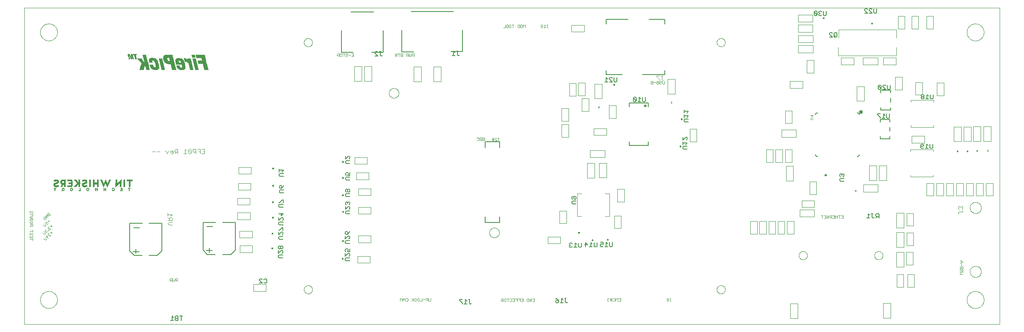
<source format=gbo>
G75*
%MOIN*%
%OFA0B0*%
%FSLAX25Y25*%
%IPPOS*%
%LPD*%
%AMOC8*
5,1,8,0,0,1.08239X$1,22.5*
%
%ADD10C,0.00000*%
%ADD11C,0.00300*%
%ADD12C,0.00200*%
%ADD13C,0.00400*%
%ADD14C,0.00394*%
%ADD15C,0.00500*%
%ADD16C,0.00197*%
%ADD17C,0.00787*%
%ADD18C,0.01575*%
%ADD19C,0.00984*%
%ADD20C,0.01000*%
%ADD21R,0.00950X0.00050*%
%ADD22R,0.01050X0.00050*%
%ADD23R,0.02000X0.00050*%
%ADD24R,0.01900X0.00050*%
%ADD25R,0.02550X0.00050*%
%ADD26R,0.02500X0.00050*%
%ADD27R,0.02950X0.00050*%
%ADD28R,0.02900X0.00050*%
%ADD29R,0.03100X0.00050*%
%ADD30R,0.03300X0.00050*%
%ADD31R,0.03250X0.00050*%
%ADD32R,0.03200X0.00050*%
%ADD33R,0.03600X0.00050*%
%ADD34R,0.03500X0.00050*%
%ADD35R,0.03850X0.00050*%
%ADD36R,0.03750X0.00050*%
%ADD37R,0.04050X0.00050*%
%ADD38R,0.03950X0.00050*%
%ADD39R,0.04200X0.00050*%
%ADD40R,0.04400X0.00050*%
%ADD41R,0.04350X0.00050*%
%ADD42R,0.04550X0.00050*%
%ADD43R,0.04700X0.00050*%
%ADD44R,0.04850X0.00050*%
%ADD45R,0.05000X0.00050*%
%ADD46R,0.04950X0.00050*%
%ADD47R,0.03150X0.00050*%
%ADD48R,0.05100X0.00050*%
%ADD49R,0.05200X0.00050*%
%ADD50R,0.05300X0.00050*%
%ADD51R,0.05400X0.00050*%
%ADD52R,0.05450X0.00050*%
%ADD53R,0.05550X0.00050*%
%ADD54R,0.05600X0.00050*%
%ADD55R,0.05700X0.00050*%
%ADD56R,0.05750X0.00050*%
%ADD57R,0.05850X0.00050*%
%ADD58R,0.05900X0.00050*%
%ADD59R,0.03050X0.00050*%
%ADD60R,0.06000X0.00050*%
%ADD61R,0.06050X0.00050*%
%ADD62R,0.06100X0.00050*%
%ADD63R,0.06150X0.00050*%
%ADD64R,0.06200X0.00050*%
%ADD65R,0.06250X0.00050*%
%ADD66R,0.06300X0.00050*%
%ADD67R,0.06350X0.00050*%
%ADD68R,0.06400X0.00050*%
%ADD69R,0.06450X0.00050*%
%ADD70R,0.06500X0.00050*%
%ADD71R,0.06550X0.00050*%
%ADD72R,0.06650X0.00050*%
%ADD73R,0.06600X0.00050*%
%ADD74R,0.06700X0.00050*%
%ADD75R,0.02850X0.00050*%
%ADD76R,0.06750X0.00050*%
%ADD77R,0.02800X0.00050*%
%ADD78R,0.06800X0.00050*%
%ADD79R,0.02750X0.00050*%
%ADD80R,0.02700X0.00050*%
%ADD81R,0.03000X0.00050*%
%ADD82R,0.02650X0.00050*%
%ADD83R,0.03350X0.00050*%
%ADD84R,0.07350X0.00050*%
%ADD85R,0.05950X0.00050*%
%ADD86R,0.05800X0.00050*%
%ADD87R,0.05250X0.00050*%
%ADD88R,0.05500X0.00050*%
%ADD89R,0.07300X0.00050*%
%ADD90R,0.06900X0.00050*%
%ADD91R,0.05350X0.00050*%
%ADD92R,0.06950X0.00050*%
%ADD93R,0.07000X0.00050*%
%ADD94R,0.07050X0.00050*%
%ADD95R,0.07150X0.00050*%
%ADD96R,0.07250X0.00050*%
%ADD97R,0.07200X0.00050*%
%ADD98R,0.05650X0.00050*%
%ADD99R,0.07400X0.00050*%
%ADD100R,0.07450X0.00050*%
%ADD101R,0.07500X0.00050*%
%ADD102R,0.07550X0.00050*%
%ADD103R,0.03450X0.00050*%
%ADD104R,0.07600X0.00050*%
%ADD105R,0.07650X0.00050*%
%ADD106R,0.07700X0.00050*%
%ADD107R,0.04150X0.00050*%
%ADD108R,0.02600X0.00050*%
%ADD109R,0.07750X0.00050*%
%ADD110R,0.00200X0.00050*%
%ADD111R,0.07800X0.00050*%
%ADD112R,0.07850X0.00050*%
%ADD113R,0.07900X0.00050*%
%ADD114R,0.07950X0.00050*%
%ADD115R,0.03650X0.00050*%
%ADD116R,0.03400X0.00050*%
%ADD117R,0.02450X0.00050*%
%ADD118R,0.02400X0.00050*%
%ADD119R,0.02350X0.00050*%
%ADD120R,0.02300X0.00050*%
%ADD121R,0.02250X0.00050*%
%ADD122R,0.02200X0.00050*%
%ADD123R,0.02150X0.00050*%
%ADD124R,0.01100X0.00050*%
%ADD125R,0.00800X0.00050*%
%ADD126R,0.02100X0.00050*%
%ADD127R,0.00850X0.00050*%
%ADD128R,0.01000X0.00050*%
%ADD129R,0.05050X0.00050*%
%ADD130R,0.00900X0.00050*%
%ADD131R,0.01950X0.00050*%
%ADD132R,0.04900X0.00050*%
%ADD133R,0.04800X0.00050*%
%ADD134R,0.04650X0.00050*%
%ADD135R,0.01800X0.00050*%
%ADD136R,0.04450X0.00050*%
%ADD137R,0.01750X0.00050*%
%ADD138R,0.01700X0.00050*%
%ADD139R,0.01650X0.00050*%
%ADD140R,0.01550X0.00050*%
%ADD141R,0.04500X0.00050*%
%ADD142R,0.01500X0.00050*%
%ADD143R,0.01400X0.00050*%
%ADD144R,0.01300X0.00050*%
%ADD145R,0.01150X0.00050*%
%ADD146R,0.03700X0.00050*%
%ADD147R,0.00700X0.00050*%
%ADD148R,0.01200X0.00050*%
%ADD149R,0.01250X0.00050*%
%ADD150R,0.01350X0.00050*%
%ADD151R,0.01450X0.00050*%
%ADD152R,0.00750X0.00050*%
%ADD153R,0.07100X0.00050*%
%ADD154R,0.06850X0.00050*%
%ADD155R,0.01600X0.00050*%
%ADD156R,0.05150X0.00050*%
%ADD157R,0.00500X0.00100*%
%ADD158R,0.01700X0.00100*%
%ADD159R,0.01100X0.00100*%
%ADD160R,0.00700X0.00100*%
%ADD161R,0.00900X0.00100*%
%ADD162R,0.00400X0.00100*%
%ADD163R,0.01400X0.00100*%
%ADD164R,0.01200X0.00100*%
%ADD165R,0.01600X0.00100*%
%ADD166R,0.00800X0.00100*%
%ADD167R,0.01800X0.00100*%
%ADD168R,0.00600X0.00100*%
%ADD169R,0.01000X0.00100*%
%ADD170R,0.02000X0.00100*%
%ADD171R,0.01900X0.00100*%
%ADD172R,0.01500X0.00100*%
%ADD173R,0.00300X0.00100*%
%ADD174R,0.00200X0.00100*%
%ADD175R,0.01300X0.00100*%
%ADD176R,0.02100X0.00100*%
%ADD177R,0.04100X0.00100*%
%ADD178R,0.02600X0.00100*%
%ADD179R,0.02700X0.00100*%
%ADD180R,0.03100X0.00100*%
%ADD181R,0.03500X0.00100*%
%ADD182R,0.03800X0.00100*%
%ADD183R,0.04000X0.00100*%
%ADD184R,0.02200X0.00100*%
%ADD185R,0.02300X0.00100*%
%ADD186R,0.02400X0.00100*%
%ADD187R,0.03400X0.00100*%
%ADD188R,0.02500X0.00100*%
%ADD189R,0.03300X0.00100*%
%ADD190R,0.04800X0.00100*%
%ADD191R,0.02800X0.00100*%
%ADD192R,0.03000X0.00100*%
%ADD193R,0.03600X0.00100*%
%ADD194R,0.02900X0.00100*%
%ADD195R,0.03700X0.00100*%
%ADD196R,0.03900X0.00100*%
%ADD197R,0.04200X0.00100*%
%ADD198R,0.03200X0.00100*%
%ADD199R,0.04300X0.00100*%
%ADD200R,0.04400X0.00100*%
D10*
X0005700Y0013890D02*
X0005700Y0269796D01*
X0793102Y0269796D01*
X0793102Y0013890D01*
X0005700Y0013890D01*
X0018495Y0033575D02*
X0018497Y0033744D01*
X0018503Y0033913D01*
X0018514Y0034082D01*
X0018528Y0034250D01*
X0018547Y0034418D01*
X0018570Y0034586D01*
X0018596Y0034753D01*
X0018627Y0034919D01*
X0018662Y0035085D01*
X0018701Y0035249D01*
X0018745Y0035413D01*
X0018792Y0035575D01*
X0018843Y0035736D01*
X0018898Y0035896D01*
X0018957Y0036055D01*
X0019019Y0036212D01*
X0019086Y0036367D01*
X0019157Y0036521D01*
X0019231Y0036673D01*
X0019309Y0036823D01*
X0019390Y0036971D01*
X0019475Y0037117D01*
X0019564Y0037261D01*
X0019656Y0037403D01*
X0019752Y0037542D01*
X0019851Y0037679D01*
X0019953Y0037814D01*
X0020059Y0037946D01*
X0020168Y0038075D01*
X0020280Y0038202D01*
X0020395Y0038326D01*
X0020513Y0038447D01*
X0020634Y0038565D01*
X0020758Y0038680D01*
X0020885Y0038792D01*
X0021014Y0038901D01*
X0021146Y0039007D01*
X0021281Y0039109D01*
X0021418Y0039208D01*
X0021557Y0039304D01*
X0021699Y0039396D01*
X0021843Y0039485D01*
X0021989Y0039570D01*
X0022137Y0039651D01*
X0022287Y0039729D01*
X0022439Y0039803D01*
X0022593Y0039874D01*
X0022748Y0039941D01*
X0022905Y0040003D01*
X0023064Y0040062D01*
X0023224Y0040117D01*
X0023385Y0040168D01*
X0023547Y0040215D01*
X0023711Y0040259D01*
X0023875Y0040298D01*
X0024041Y0040333D01*
X0024207Y0040364D01*
X0024374Y0040390D01*
X0024542Y0040413D01*
X0024710Y0040432D01*
X0024878Y0040446D01*
X0025047Y0040457D01*
X0025216Y0040463D01*
X0025385Y0040465D01*
X0025554Y0040463D01*
X0025723Y0040457D01*
X0025892Y0040446D01*
X0026060Y0040432D01*
X0026228Y0040413D01*
X0026396Y0040390D01*
X0026563Y0040364D01*
X0026729Y0040333D01*
X0026895Y0040298D01*
X0027059Y0040259D01*
X0027223Y0040215D01*
X0027385Y0040168D01*
X0027546Y0040117D01*
X0027706Y0040062D01*
X0027865Y0040003D01*
X0028022Y0039941D01*
X0028177Y0039874D01*
X0028331Y0039803D01*
X0028483Y0039729D01*
X0028633Y0039651D01*
X0028781Y0039570D01*
X0028927Y0039485D01*
X0029071Y0039396D01*
X0029213Y0039304D01*
X0029352Y0039208D01*
X0029489Y0039109D01*
X0029624Y0039007D01*
X0029756Y0038901D01*
X0029885Y0038792D01*
X0030012Y0038680D01*
X0030136Y0038565D01*
X0030257Y0038447D01*
X0030375Y0038326D01*
X0030490Y0038202D01*
X0030602Y0038075D01*
X0030711Y0037946D01*
X0030817Y0037814D01*
X0030919Y0037679D01*
X0031018Y0037542D01*
X0031114Y0037403D01*
X0031206Y0037261D01*
X0031295Y0037117D01*
X0031380Y0036971D01*
X0031461Y0036823D01*
X0031539Y0036673D01*
X0031613Y0036521D01*
X0031684Y0036367D01*
X0031751Y0036212D01*
X0031813Y0036055D01*
X0031872Y0035896D01*
X0031927Y0035736D01*
X0031978Y0035575D01*
X0032025Y0035413D01*
X0032069Y0035249D01*
X0032108Y0035085D01*
X0032143Y0034919D01*
X0032174Y0034753D01*
X0032200Y0034586D01*
X0032223Y0034418D01*
X0032242Y0034250D01*
X0032256Y0034082D01*
X0032267Y0033913D01*
X0032273Y0033744D01*
X0032275Y0033575D01*
X0032273Y0033406D01*
X0032267Y0033237D01*
X0032256Y0033068D01*
X0032242Y0032900D01*
X0032223Y0032732D01*
X0032200Y0032564D01*
X0032174Y0032397D01*
X0032143Y0032231D01*
X0032108Y0032065D01*
X0032069Y0031901D01*
X0032025Y0031737D01*
X0031978Y0031575D01*
X0031927Y0031414D01*
X0031872Y0031254D01*
X0031813Y0031095D01*
X0031751Y0030938D01*
X0031684Y0030783D01*
X0031613Y0030629D01*
X0031539Y0030477D01*
X0031461Y0030327D01*
X0031380Y0030179D01*
X0031295Y0030033D01*
X0031206Y0029889D01*
X0031114Y0029747D01*
X0031018Y0029608D01*
X0030919Y0029471D01*
X0030817Y0029336D01*
X0030711Y0029204D01*
X0030602Y0029075D01*
X0030490Y0028948D01*
X0030375Y0028824D01*
X0030257Y0028703D01*
X0030136Y0028585D01*
X0030012Y0028470D01*
X0029885Y0028358D01*
X0029756Y0028249D01*
X0029624Y0028143D01*
X0029489Y0028041D01*
X0029352Y0027942D01*
X0029213Y0027846D01*
X0029071Y0027754D01*
X0028927Y0027665D01*
X0028781Y0027580D01*
X0028633Y0027499D01*
X0028483Y0027421D01*
X0028331Y0027347D01*
X0028177Y0027276D01*
X0028022Y0027209D01*
X0027865Y0027147D01*
X0027706Y0027088D01*
X0027546Y0027033D01*
X0027385Y0026982D01*
X0027223Y0026935D01*
X0027059Y0026891D01*
X0026895Y0026852D01*
X0026729Y0026817D01*
X0026563Y0026786D01*
X0026396Y0026760D01*
X0026228Y0026737D01*
X0026060Y0026718D01*
X0025892Y0026704D01*
X0025723Y0026693D01*
X0025554Y0026687D01*
X0025385Y0026685D01*
X0025216Y0026687D01*
X0025047Y0026693D01*
X0024878Y0026704D01*
X0024710Y0026718D01*
X0024542Y0026737D01*
X0024374Y0026760D01*
X0024207Y0026786D01*
X0024041Y0026817D01*
X0023875Y0026852D01*
X0023711Y0026891D01*
X0023547Y0026935D01*
X0023385Y0026982D01*
X0023224Y0027033D01*
X0023064Y0027088D01*
X0022905Y0027147D01*
X0022748Y0027209D01*
X0022593Y0027276D01*
X0022439Y0027347D01*
X0022287Y0027421D01*
X0022137Y0027499D01*
X0021989Y0027580D01*
X0021843Y0027665D01*
X0021699Y0027754D01*
X0021557Y0027846D01*
X0021418Y0027942D01*
X0021281Y0028041D01*
X0021146Y0028143D01*
X0021014Y0028249D01*
X0020885Y0028358D01*
X0020758Y0028470D01*
X0020634Y0028585D01*
X0020513Y0028703D01*
X0020395Y0028824D01*
X0020280Y0028948D01*
X0020168Y0029075D01*
X0020059Y0029204D01*
X0019953Y0029336D01*
X0019851Y0029471D01*
X0019752Y0029608D01*
X0019656Y0029747D01*
X0019564Y0029889D01*
X0019475Y0030033D01*
X0019390Y0030179D01*
X0019309Y0030327D01*
X0019231Y0030477D01*
X0019157Y0030629D01*
X0019086Y0030783D01*
X0019019Y0030938D01*
X0018957Y0031095D01*
X0018898Y0031254D01*
X0018843Y0031414D01*
X0018792Y0031575D01*
X0018745Y0031737D01*
X0018701Y0031901D01*
X0018662Y0032065D01*
X0018627Y0032231D01*
X0018596Y0032397D01*
X0018570Y0032564D01*
X0018547Y0032732D01*
X0018528Y0032900D01*
X0018514Y0033068D01*
X0018503Y0033237D01*
X0018497Y0033406D01*
X0018495Y0033575D01*
X0231421Y0041882D02*
X0231423Y0041997D01*
X0231429Y0042113D01*
X0231439Y0042228D01*
X0231453Y0042343D01*
X0231471Y0042457D01*
X0231493Y0042570D01*
X0231518Y0042683D01*
X0231548Y0042794D01*
X0231581Y0042905D01*
X0231618Y0043014D01*
X0231659Y0043122D01*
X0231704Y0043229D01*
X0231752Y0043334D01*
X0231804Y0043437D01*
X0231860Y0043538D01*
X0231919Y0043638D01*
X0231981Y0043735D01*
X0232047Y0043830D01*
X0232115Y0043923D01*
X0232187Y0044013D01*
X0232262Y0044101D01*
X0232341Y0044186D01*
X0232422Y0044268D01*
X0232505Y0044348D01*
X0232592Y0044424D01*
X0232681Y0044498D01*
X0232772Y0044568D01*
X0232866Y0044636D01*
X0232962Y0044700D01*
X0233061Y0044760D01*
X0233161Y0044817D01*
X0233263Y0044871D01*
X0233367Y0044921D01*
X0233473Y0044968D01*
X0233580Y0045011D01*
X0233689Y0045050D01*
X0233799Y0045085D01*
X0233910Y0045116D01*
X0234022Y0045144D01*
X0234135Y0045168D01*
X0234249Y0045188D01*
X0234364Y0045204D01*
X0234479Y0045216D01*
X0234594Y0045224D01*
X0234709Y0045228D01*
X0234825Y0045228D01*
X0234940Y0045224D01*
X0235055Y0045216D01*
X0235170Y0045204D01*
X0235285Y0045188D01*
X0235399Y0045168D01*
X0235512Y0045144D01*
X0235624Y0045116D01*
X0235735Y0045085D01*
X0235845Y0045050D01*
X0235954Y0045011D01*
X0236061Y0044968D01*
X0236167Y0044921D01*
X0236271Y0044871D01*
X0236373Y0044817D01*
X0236473Y0044760D01*
X0236572Y0044700D01*
X0236668Y0044636D01*
X0236762Y0044568D01*
X0236853Y0044498D01*
X0236942Y0044424D01*
X0237029Y0044348D01*
X0237112Y0044268D01*
X0237193Y0044186D01*
X0237272Y0044101D01*
X0237347Y0044013D01*
X0237419Y0043923D01*
X0237487Y0043830D01*
X0237553Y0043735D01*
X0237615Y0043638D01*
X0237674Y0043538D01*
X0237730Y0043437D01*
X0237782Y0043334D01*
X0237830Y0043229D01*
X0237875Y0043122D01*
X0237916Y0043014D01*
X0237953Y0042905D01*
X0237986Y0042794D01*
X0238016Y0042683D01*
X0238041Y0042570D01*
X0238063Y0042457D01*
X0238081Y0042343D01*
X0238095Y0042228D01*
X0238105Y0042113D01*
X0238111Y0041997D01*
X0238113Y0041882D01*
X0238111Y0041767D01*
X0238105Y0041651D01*
X0238095Y0041536D01*
X0238081Y0041421D01*
X0238063Y0041307D01*
X0238041Y0041194D01*
X0238016Y0041081D01*
X0237986Y0040970D01*
X0237953Y0040859D01*
X0237916Y0040750D01*
X0237875Y0040642D01*
X0237830Y0040535D01*
X0237782Y0040430D01*
X0237730Y0040327D01*
X0237674Y0040226D01*
X0237615Y0040126D01*
X0237553Y0040029D01*
X0237487Y0039934D01*
X0237419Y0039841D01*
X0237347Y0039751D01*
X0237272Y0039663D01*
X0237193Y0039578D01*
X0237112Y0039496D01*
X0237029Y0039416D01*
X0236942Y0039340D01*
X0236853Y0039266D01*
X0236762Y0039196D01*
X0236668Y0039128D01*
X0236572Y0039064D01*
X0236473Y0039004D01*
X0236373Y0038947D01*
X0236271Y0038893D01*
X0236167Y0038843D01*
X0236061Y0038796D01*
X0235954Y0038753D01*
X0235845Y0038714D01*
X0235735Y0038679D01*
X0235624Y0038648D01*
X0235512Y0038620D01*
X0235399Y0038596D01*
X0235285Y0038576D01*
X0235170Y0038560D01*
X0235055Y0038548D01*
X0234940Y0038540D01*
X0234825Y0038536D01*
X0234709Y0038536D01*
X0234594Y0038540D01*
X0234479Y0038548D01*
X0234364Y0038560D01*
X0234249Y0038576D01*
X0234135Y0038596D01*
X0234022Y0038620D01*
X0233910Y0038648D01*
X0233799Y0038679D01*
X0233689Y0038714D01*
X0233580Y0038753D01*
X0233473Y0038796D01*
X0233367Y0038843D01*
X0233263Y0038893D01*
X0233161Y0038947D01*
X0233061Y0039004D01*
X0232962Y0039064D01*
X0232866Y0039128D01*
X0232772Y0039196D01*
X0232681Y0039266D01*
X0232592Y0039340D01*
X0232505Y0039416D01*
X0232422Y0039496D01*
X0232341Y0039578D01*
X0232262Y0039663D01*
X0232187Y0039751D01*
X0232115Y0039841D01*
X0232047Y0039934D01*
X0231981Y0040029D01*
X0231919Y0040126D01*
X0231860Y0040226D01*
X0231804Y0040327D01*
X0231752Y0040430D01*
X0231704Y0040535D01*
X0231659Y0040642D01*
X0231618Y0040750D01*
X0231581Y0040859D01*
X0231548Y0040970D01*
X0231518Y0041081D01*
X0231493Y0041194D01*
X0231471Y0041307D01*
X0231453Y0041421D01*
X0231439Y0041536D01*
X0231429Y0041651D01*
X0231423Y0041767D01*
X0231421Y0041882D01*
X0381108Y0087873D02*
X0381110Y0087998D01*
X0381116Y0088123D01*
X0381126Y0088247D01*
X0381140Y0088371D01*
X0381157Y0088495D01*
X0381179Y0088618D01*
X0381205Y0088740D01*
X0381234Y0088862D01*
X0381267Y0088982D01*
X0381305Y0089101D01*
X0381345Y0089220D01*
X0381390Y0089336D01*
X0381438Y0089451D01*
X0381490Y0089565D01*
X0381546Y0089677D01*
X0381605Y0089787D01*
X0381667Y0089895D01*
X0381733Y0090002D01*
X0381802Y0090106D01*
X0381875Y0090207D01*
X0381950Y0090307D01*
X0382029Y0090404D01*
X0382111Y0090498D01*
X0382196Y0090590D01*
X0382283Y0090679D01*
X0382374Y0090765D01*
X0382467Y0090848D01*
X0382563Y0090929D01*
X0382661Y0091006D01*
X0382761Y0091080D01*
X0382864Y0091151D01*
X0382969Y0091218D01*
X0383077Y0091283D01*
X0383186Y0091343D01*
X0383297Y0091401D01*
X0383410Y0091454D01*
X0383524Y0091504D01*
X0383640Y0091551D01*
X0383757Y0091593D01*
X0383876Y0091632D01*
X0383996Y0091668D01*
X0384117Y0091699D01*
X0384239Y0091727D01*
X0384361Y0091750D01*
X0384485Y0091770D01*
X0384609Y0091786D01*
X0384733Y0091798D01*
X0384858Y0091806D01*
X0384983Y0091810D01*
X0385107Y0091810D01*
X0385232Y0091806D01*
X0385357Y0091798D01*
X0385481Y0091786D01*
X0385605Y0091770D01*
X0385729Y0091750D01*
X0385851Y0091727D01*
X0385973Y0091699D01*
X0386094Y0091668D01*
X0386214Y0091632D01*
X0386333Y0091593D01*
X0386450Y0091551D01*
X0386566Y0091504D01*
X0386680Y0091454D01*
X0386793Y0091401D01*
X0386904Y0091343D01*
X0387014Y0091283D01*
X0387121Y0091218D01*
X0387226Y0091151D01*
X0387329Y0091080D01*
X0387429Y0091006D01*
X0387527Y0090929D01*
X0387623Y0090848D01*
X0387716Y0090765D01*
X0387807Y0090679D01*
X0387894Y0090590D01*
X0387979Y0090498D01*
X0388061Y0090404D01*
X0388140Y0090307D01*
X0388215Y0090207D01*
X0388288Y0090106D01*
X0388357Y0090002D01*
X0388423Y0089895D01*
X0388485Y0089787D01*
X0388544Y0089677D01*
X0388600Y0089565D01*
X0388652Y0089451D01*
X0388700Y0089336D01*
X0388745Y0089220D01*
X0388785Y0089101D01*
X0388823Y0088982D01*
X0388856Y0088862D01*
X0388885Y0088740D01*
X0388911Y0088618D01*
X0388933Y0088495D01*
X0388950Y0088371D01*
X0388964Y0088247D01*
X0388974Y0088123D01*
X0388980Y0087998D01*
X0388982Y0087873D01*
X0388980Y0087748D01*
X0388974Y0087623D01*
X0388964Y0087499D01*
X0388950Y0087375D01*
X0388933Y0087251D01*
X0388911Y0087128D01*
X0388885Y0087006D01*
X0388856Y0086884D01*
X0388823Y0086764D01*
X0388785Y0086645D01*
X0388745Y0086526D01*
X0388700Y0086410D01*
X0388652Y0086295D01*
X0388600Y0086181D01*
X0388544Y0086069D01*
X0388485Y0085959D01*
X0388423Y0085851D01*
X0388357Y0085744D01*
X0388288Y0085640D01*
X0388215Y0085539D01*
X0388140Y0085439D01*
X0388061Y0085342D01*
X0387979Y0085248D01*
X0387894Y0085156D01*
X0387807Y0085067D01*
X0387716Y0084981D01*
X0387623Y0084898D01*
X0387527Y0084817D01*
X0387429Y0084740D01*
X0387329Y0084666D01*
X0387226Y0084595D01*
X0387121Y0084528D01*
X0387013Y0084463D01*
X0386904Y0084403D01*
X0386793Y0084345D01*
X0386680Y0084292D01*
X0386566Y0084242D01*
X0386450Y0084195D01*
X0386333Y0084153D01*
X0386214Y0084114D01*
X0386094Y0084078D01*
X0385973Y0084047D01*
X0385851Y0084019D01*
X0385729Y0083996D01*
X0385605Y0083976D01*
X0385481Y0083960D01*
X0385357Y0083948D01*
X0385232Y0083940D01*
X0385107Y0083936D01*
X0384983Y0083936D01*
X0384858Y0083940D01*
X0384733Y0083948D01*
X0384609Y0083960D01*
X0384485Y0083976D01*
X0384361Y0083996D01*
X0384239Y0084019D01*
X0384117Y0084047D01*
X0383996Y0084078D01*
X0383876Y0084114D01*
X0383757Y0084153D01*
X0383640Y0084195D01*
X0383524Y0084242D01*
X0383410Y0084292D01*
X0383297Y0084345D01*
X0383186Y0084403D01*
X0383076Y0084463D01*
X0382969Y0084528D01*
X0382864Y0084595D01*
X0382761Y0084666D01*
X0382661Y0084740D01*
X0382563Y0084817D01*
X0382467Y0084898D01*
X0382374Y0084981D01*
X0382283Y0085067D01*
X0382196Y0085156D01*
X0382111Y0085248D01*
X0382029Y0085342D01*
X0381950Y0085439D01*
X0381875Y0085539D01*
X0381802Y0085640D01*
X0381733Y0085744D01*
X0381667Y0085851D01*
X0381605Y0085959D01*
X0381546Y0086069D01*
X0381490Y0086181D01*
X0381438Y0086295D01*
X0381390Y0086410D01*
X0381345Y0086526D01*
X0381305Y0086645D01*
X0381267Y0086764D01*
X0381234Y0086884D01*
X0381205Y0087006D01*
X0381179Y0087128D01*
X0381157Y0087251D01*
X0381140Y0087375D01*
X0381126Y0087499D01*
X0381116Y0087623D01*
X0381110Y0087748D01*
X0381108Y0087873D01*
X0564689Y0041882D02*
X0564691Y0041997D01*
X0564697Y0042113D01*
X0564707Y0042228D01*
X0564721Y0042343D01*
X0564739Y0042457D01*
X0564761Y0042570D01*
X0564786Y0042683D01*
X0564816Y0042794D01*
X0564849Y0042905D01*
X0564886Y0043014D01*
X0564927Y0043122D01*
X0564972Y0043229D01*
X0565020Y0043334D01*
X0565072Y0043437D01*
X0565128Y0043538D01*
X0565187Y0043638D01*
X0565249Y0043735D01*
X0565315Y0043830D01*
X0565383Y0043923D01*
X0565455Y0044013D01*
X0565530Y0044101D01*
X0565609Y0044186D01*
X0565690Y0044268D01*
X0565773Y0044348D01*
X0565860Y0044424D01*
X0565949Y0044498D01*
X0566040Y0044568D01*
X0566134Y0044636D01*
X0566230Y0044700D01*
X0566329Y0044760D01*
X0566429Y0044817D01*
X0566531Y0044871D01*
X0566635Y0044921D01*
X0566741Y0044968D01*
X0566848Y0045011D01*
X0566957Y0045050D01*
X0567067Y0045085D01*
X0567178Y0045116D01*
X0567290Y0045144D01*
X0567403Y0045168D01*
X0567517Y0045188D01*
X0567632Y0045204D01*
X0567747Y0045216D01*
X0567862Y0045224D01*
X0567977Y0045228D01*
X0568093Y0045228D01*
X0568208Y0045224D01*
X0568323Y0045216D01*
X0568438Y0045204D01*
X0568553Y0045188D01*
X0568667Y0045168D01*
X0568780Y0045144D01*
X0568892Y0045116D01*
X0569003Y0045085D01*
X0569113Y0045050D01*
X0569222Y0045011D01*
X0569329Y0044968D01*
X0569435Y0044921D01*
X0569539Y0044871D01*
X0569641Y0044817D01*
X0569741Y0044760D01*
X0569840Y0044700D01*
X0569936Y0044636D01*
X0570030Y0044568D01*
X0570121Y0044498D01*
X0570210Y0044424D01*
X0570297Y0044348D01*
X0570380Y0044268D01*
X0570461Y0044186D01*
X0570540Y0044101D01*
X0570615Y0044013D01*
X0570687Y0043923D01*
X0570755Y0043830D01*
X0570821Y0043735D01*
X0570883Y0043638D01*
X0570942Y0043538D01*
X0570998Y0043437D01*
X0571050Y0043334D01*
X0571098Y0043229D01*
X0571143Y0043122D01*
X0571184Y0043014D01*
X0571221Y0042905D01*
X0571254Y0042794D01*
X0571284Y0042683D01*
X0571309Y0042570D01*
X0571331Y0042457D01*
X0571349Y0042343D01*
X0571363Y0042228D01*
X0571373Y0042113D01*
X0571379Y0041997D01*
X0571381Y0041882D01*
X0571379Y0041767D01*
X0571373Y0041651D01*
X0571363Y0041536D01*
X0571349Y0041421D01*
X0571331Y0041307D01*
X0571309Y0041194D01*
X0571284Y0041081D01*
X0571254Y0040970D01*
X0571221Y0040859D01*
X0571184Y0040750D01*
X0571143Y0040642D01*
X0571098Y0040535D01*
X0571050Y0040430D01*
X0570998Y0040327D01*
X0570942Y0040226D01*
X0570883Y0040126D01*
X0570821Y0040029D01*
X0570755Y0039934D01*
X0570687Y0039841D01*
X0570615Y0039751D01*
X0570540Y0039663D01*
X0570461Y0039578D01*
X0570380Y0039496D01*
X0570297Y0039416D01*
X0570210Y0039340D01*
X0570121Y0039266D01*
X0570030Y0039196D01*
X0569936Y0039128D01*
X0569840Y0039064D01*
X0569741Y0039004D01*
X0569641Y0038947D01*
X0569539Y0038893D01*
X0569435Y0038843D01*
X0569329Y0038796D01*
X0569222Y0038753D01*
X0569113Y0038714D01*
X0569003Y0038679D01*
X0568892Y0038648D01*
X0568780Y0038620D01*
X0568667Y0038596D01*
X0568553Y0038576D01*
X0568438Y0038560D01*
X0568323Y0038548D01*
X0568208Y0038540D01*
X0568093Y0038536D01*
X0567977Y0038536D01*
X0567862Y0038540D01*
X0567747Y0038548D01*
X0567632Y0038560D01*
X0567517Y0038576D01*
X0567403Y0038596D01*
X0567290Y0038620D01*
X0567178Y0038648D01*
X0567067Y0038679D01*
X0566957Y0038714D01*
X0566848Y0038753D01*
X0566741Y0038796D01*
X0566635Y0038843D01*
X0566531Y0038893D01*
X0566429Y0038947D01*
X0566329Y0039004D01*
X0566230Y0039064D01*
X0566134Y0039128D01*
X0566040Y0039196D01*
X0565949Y0039266D01*
X0565860Y0039340D01*
X0565773Y0039416D01*
X0565690Y0039496D01*
X0565609Y0039578D01*
X0565530Y0039663D01*
X0565455Y0039751D01*
X0565383Y0039841D01*
X0565315Y0039934D01*
X0565249Y0040029D01*
X0565187Y0040126D01*
X0565128Y0040226D01*
X0565072Y0040327D01*
X0565020Y0040430D01*
X0564972Y0040535D01*
X0564927Y0040642D01*
X0564886Y0040750D01*
X0564849Y0040859D01*
X0564816Y0040970D01*
X0564786Y0041081D01*
X0564761Y0041194D01*
X0564739Y0041307D01*
X0564721Y0041421D01*
X0564707Y0041536D01*
X0564697Y0041651D01*
X0564691Y0041767D01*
X0564689Y0041882D01*
X0630963Y0069449D02*
X0630965Y0069564D01*
X0630971Y0069680D01*
X0630981Y0069795D01*
X0630995Y0069910D01*
X0631013Y0070024D01*
X0631035Y0070137D01*
X0631060Y0070250D01*
X0631090Y0070361D01*
X0631123Y0070472D01*
X0631160Y0070581D01*
X0631201Y0070689D01*
X0631246Y0070796D01*
X0631294Y0070901D01*
X0631346Y0071004D01*
X0631402Y0071105D01*
X0631461Y0071205D01*
X0631523Y0071302D01*
X0631589Y0071397D01*
X0631657Y0071490D01*
X0631729Y0071580D01*
X0631804Y0071668D01*
X0631883Y0071753D01*
X0631964Y0071835D01*
X0632047Y0071915D01*
X0632134Y0071991D01*
X0632223Y0072065D01*
X0632314Y0072135D01*
X0632408Y0072203D01*
X0632504Y0072267D01*
X0632603Y0072327D01*
X0632703Y0072384D01*
X0632805Y0072438D01*
X0632909Y0072488D01*
X0633015Y0072535D01*
X0633122Y0072578D01*
X0633231Y0072617D01*
X0633341Y0072652D01*
X0633452Y0072683D01*
X0633564Y0072711D01*
X0633677Y0072735D01*
X0633791Y0072755D01*
X0633906Y0072771D01*
X0634021Y0072783D01*
X0634136Y0072791D01*
X0634251Y0072795D01*
X0634367Y0072795D01*
X0634482Y0072791D01*
X0634597Y0072783D01*
X0634712Y0072771D01*
X0634827Y0072755D01*
X0634941Y0072735D01*
X0635054Y0072711D01*
X0635166Y0072683D01*
X0635277Y0072652D01*
X0635387Y0072617D01*
X0635496Y0072578D01*
X0635603Y0072535D01*
X0635709Y0072488D01*
X0635813Y0072438D01*
X0635915Y0072384D01*
X0636015Y0072327D01*
X0636114Y0072267D01*
X0636210Y0072203D01*
X0636304Y0072135D01*
X0636395Y0072065D01*
X0636484Y0071991D01*
X0636571Y0071915D01*
X0636654Y0071835D01*
X0636735Y0071753D01*
X0636814Y0071668D01*
X0636889Y0071580D01*
X0636961Y0071490D01*
X0637029Y0071397D01*
X0637095Y0071302D01*
X0637157Y0071205D01*
X0637216Y0071105D01*
X0637272Y0071004D01*
X0637324Y0070901D01*
X0637372Y0070796D01*
X0637417Y0070689D01*
X0637458Y0070581D01*
X0637495Y0070472D01*
X0637528Y0070361D01*
X0637558Y0070250D01*
X0637583Y0070137D01*
X0637605Y0070024D01*
X0637623Y0069910D01*
X0637637Y0069795D01*
X0637647Y0069680D01*
X0637653Y0069564D01*
X0637655Y0069449D01*
X0637653Y0069334D01*
X0637647Y0069218D01*
X0637637Y0069103D01*
X0637623Y0068988D01*
X0637605Y0068874D01*
X0637583Y0068761D01*
X0637558Y0068648D01*
X0637528Y0068537D01*
X0637495Y0068426D01*
X0637458Y0068317D01*
X0637417Y0068209D01*
X0637372Y0068102D01*
X0637324Y0067997D01*
X0637272Y0067894D01*
X0637216Y0067793D01*
X0637157Y0067693D01*
X0637095Y0067596D01*
X0637029Y0067501D01*
X0636961Y0067408D01*
X0636889Y0067318D01*
X0636814Y0067230D01*
X0636735Y0067145D01*
X0636654Y0067063D01*
X0636571Y0066983D01*
X0636484Y0066907D01*
X0636395Y0066833D01*
X0636304Y0066763D01*
X0636210Y0066695D01*
X0636114Y0066631D01*
X0636015Y0066571D01*
X0635915Y0066514D01*
X0635813Y0066460D01*
X0635709Y0066410D01*
X0635603Y0066363D01*
X0635496Y0066320D01*
X0635387Y0066281D01*
X0635277Y0066246D01*
X0635166Y0066215D01*
X0635054Y0066187D01*
X0634941Y0066163D01*
X0634827Y0066143D01*
X0634712Y0066127D01*
X0634597Y0066115D01*
X0634482Y0066107D01*
X0634367Y0066103D01*
X0634251Y0066103D01*
X0634136Y0066107D01*
X0634021Y0066115D01*
X0633906Y0066127D01*
X0633791Y0066143D01*
X0633677Y0066163D01*
X0633564Y0066187D01*
X0633452Y0066215D01*
X0633341Y0066246D01*
X0633231Y0066281D01*
X0633122Y0066320D01*
X0633015Y0066363D01*
X0632909Y0066410D01*
X0632805Y0066460D01*
X0632703Y0066514D01*
X0632603Y0066571D01*
X0632504Y0066631D01*
X0632408Y0066695D01*
X0632314Y0066763D01*
X0632223Y0066833D01*
X0632134Y0066907D01*
X0632047Y0066983D01*
X0631964Y0067063D01*
X0631883Y0067145D01*
X0631804Y0067230D01*
X0631729Y0067318D01*
X0631657Y0067408D01*
X0631589Y0067501D01*
X0631523Y0067596D01*
X0631461Y0067693D01*
X0631402Y0067793D01*
X0631346Y0067894D01*
X0631294Y0067997D01*
X0631246Y0068102D01*
X0631201Y0068209D01*
X0631160Y0068317D01*
X0631123Y0068426D01*
X0631090Y0068537D01*
X0631060Y0068648D01*
X0631035Y0068761D01*
X0631013Y0068874D01*
X0630995Y0068988D01*
X0630981Y0069103D01*
X0630971Y0069218D01*
X0630965Y0069334D01*
X0630963Y0069449D01*
X0691948Y0069449D02*
X0691950Y0069564D01*
X0691956Y0069680D01*
X0691966Y0069795D01*
X0691980Y0069910D01*
X0691998Y0070024D01*
X0692020Y0070137D01*
X0692045Y0070250D01*
X0692075Y0070361D01*
X0692108Y0070472D01*
X0692145Y0070581D01*
X0692186Y0070689D01*
X0692231Y0070796D01*
X0692279Y0070901D01*
X0692331Y0071004D01*
X0692387Y0071105D01*
X0692446Y0071205D01*
X0692508Y0071302D01*
X0692574Y0071397D01*
X0692642Y0071490D01*
X0692714Y0071580D01*
X0692789Y0071668D01*
X0692868Y0071753D01*
X0692949Y0071835D01*
X0693032Y0071915D01*
X0693119Y0071991D01*
X0693208Y0072065D01*
X0693299Y0072135D01*
X0693393Y0072203D01*
X0693489Y0072267D01*
X0693588Y0072327D01*
X0693688Y0072384D01*
X0693790Y0072438D01*
X0693894Y0072488D01*
X0694000Y0072535D01*
X0694107Y0072578D01*
X0694216Y0072617D01*
X0694326Y0072652D01*
X0694437Y0072683D01*
X0694549Y0072711D01*
X0694662Y0072735D01*
X0694776Y0072755D01*
X0694891Y0072771D01*
X0695006Y0072783D01*
X0695121Y0072791D01*
X0695236Y0072795D01*
X0695352Y0072795D01*
X0695467Y0072791D01*
X0695582Y0072783D01*
X0695697Y0072771D01*
X0695812Y0072755D01*
X0695926Y0072735D01*
X0696039Y0072711D01*
X0696151Y0072683D01*
X0696262Y0072652D01*
X0696372Y0072617D01*
X0696481Y0072578D01*
X0696588Y0072535D01*
X0696694Y0072488D01*
X0696798Y0072438D01*
X0696900Y0072384D01*
X0697000Y0072327D01*
X0697099Y0072267D01*
X0697195Y0072203D01*
X0697289Y0072135D01*
X0697380Y0072065D01*
X0697469Y0071991D01*
X0697556Y0071915D01*
X0697639Y0071835D01*
X0697720Y0071753D01*
X0697799Y0071668D01*
X0697874Y0071580D01*
X0697946Y0071490D01*
X0698014Y0071397D01*
X0698080Y0071302D01*
X0698142Y0071205D01*
X0698201Y0071105D01*
X0698257Y0071004D01*
X0698309Y0070901D01*
X0698357Y0070796D01*
X0698402Y0070689D01*
X0698443Y0070581D01*
X0698480Y0070472D01*
X0698513Y0070361D01*
X0698543Y0070250D01*
X0698568Y0070137D01*
X0698590Y0070024D01*
X0698608Y0069910D01*
X0698622Y0069795D01*
X0698632Y0069680D01*
X0698638Y0069564D01*
X0698640Y0069449D01*
X0698638Y0069334D01*
X0698632Y0069218D01*
X0698622Y0069103D01*
X0698608Y0068988D01*
X0698590Y0068874D01*
X0698568Y0068761D01*
X0698543Y0068648D01*
X0698513Y0068537D01*
X0698480Y0068426D01*
X0698443Y0068317D01*
X0698402Y0068209D01*
X0698357Y0068102D01*
X0698309Y0067997D01*
X0698257Y0067894D01*
X0698201Y0067793D01*
X0698142Y0067693D01*
X0698080Y0067596D01*
X0698014Y0067501D01*
X0697946Y0067408D01*
X0697874Y0067318D01*
X0697799Y0067230D01*
X0697720Y0067145D01*
X0697639Y0067063D01*
X0697556Y0066983D01*
X0697469Y0066907D01*
X0697380Y0066833D01*
X0697289Y0066763D01*
X0697195Y0066695D01*
X0697099Y0066631D01*
X0697000Y0066571D01*
X0696900Y0066514D01*
X0696798Y0066460D01*
X0696694Y0066410D01*
X0696588Y0066363D01*
X0696481Y0066320D01*
X0696372Y0066281D01*
X0696262Y0066246D01*
X0696151Y0066215D01*
X0696039Y0066187D01*
X0695926Y0066163D01*
X0695812Y0066143D01*
X0695697Y0066127D01*
X0695582Y0066115D01*
X0695467Y0066107D01*
X0695352Y0066103D01*
X0695236Y0066103D01*
X0695121Y0066107D01*
X0695006Y0066115D01*
X0694891Y0066127D01*
X0694776Y0066143D01*
X0694662Y0066163D01*
X0694549Y0066187D01*
X0694437Y0066215D01*
X0694326Y0066246D01*
X0694216Y0066281D01*
X0694107Y0066320D01*
X0694000Y0066363D01*
X0693894Y0066410D01*
X0693790Y0066460D01*
X0693688Y0066514D01*
X0693588Y0066571D01*
X0693489Y0066631D01*
X0693393Y0066695D01*
X0693299Y0066763D01*
X0693208Y0066833D01*
X0693119Y0066907D01*
X0693032Y0066983D01*
X0692949Y0067063D01*
X0692868Y0067145D01*
X0692789Y0067230D01*
X0692714Y0067318D01*
X0692642Y0067408D01*
X0692574Y0067501D01*
X0692508Y0067596D01*
X0692446Y0067693D01*
X0692387Y0067793D01*
X0692331Y0067894D01*
X0692279Y0067997D01*
X0692231Y0068102D01*
X0692186Y0068209D01*
X0692145Y0068317D01*
X0692108Y0068426D01*
X0692075Y0068537D01*
X0692045Y0068648D01*
X0692020Y0068761D01*
X0691998Y0068874D01*
X0691980Y0068988D01*
X0691966Y0069103D01*
X0691956Y0069218D01*
X0691950Y0069334D01*
X0691948Y0069449D01*
X0769072Y0056324D02*
X0769074Y0056458D01*
X0769080Y0056592D01*
X0769090Y0056726D01*
X0769104Y0056860D01*
X0769122Y0056993D01*
X0769143Y0057125D01*
X0769169Y0057257D01*
X0769199Y0057388D01*
X0769232Y0057518D01*
X0769269Y0057646D01*
X0769311Y0057774D01*
X0769355Y0057901D01*
X0769404Y0058026D01*
X0769456Y0058149D01*
X0769512Y0058271D01*
X0769572Y0058392D01*
X0769635Y0058510D01*
X0769701Y0058627D01*
X0769771Y0058741D01*
X0769844Y0058854D01*
X0769921Y0058964D01*
X0770001Y0059072D01*
X0770084Y0059177D01*
X0770170Y0059280D01*
X0770259Y0059380D01*
X0770351Y0059478D01*
X0770446Y0059573D01*
X0770544Y0059665D01*
X0770644Y0059754D01*
X0770747Y0059840D01*
X0770852Y0059923D01*
X0770960Y0060003D01*
X0771070Y0060080D01*
X0771183Y0060153D01*
X0771297Y0060223D01*
X0771414Y0060289D01*
X0771532Y0060352D01*
X0771653Y0060412D01*
X0771775Y0060468D01*
X0771898Y0060520D01*
X0772023Y0060569D01*
X0772150Y0060613D01*
X0772278Y0060655D01*
X0772406Y0060692D01*
X0772536Y0060725D01*
X0772667Y0060755D01*
X0772799Y0060781D01*
X0772931Y0060802D01*
X0773064Y0060820D01*
X0773198Y0060834D01*
X0773332Y0060844D01*
X0773466Y0060850D01*
X0773600Y0060852D01*
X0773734Y0060850D01*
X0773868Y0060844D01*
X0774002Y0060834D01*
X0774136Y0060820D01*
X0774269Y0060802D01*
X0774401Y0060781D01*
X0774533Y0060755D01*
X0774664Y0060725D01*
X0774794Y0060692D01*
X0774922Y0060655D01*
X0775050Y0060613D01*
X0775177Y0060569D01*
X0775302Y0060520D01*
X0775425Y0060468D01*
X0775547Y0060412D01*
X0775668Y0060352D01*
X0775786Y0060289D01*
X0775903Y0060223D01*
X0776017Y0060153D01*
X0776130Y0060080D01*
X0776240Y0060003D01*
X0776348Y0059923D01*
X0776453Y0059840D01*
X0776556Y0059754D01*
X0776656Y0059665D01*
X0776754Y0059573D01*
X0776849Y0059478D01*
X0776941Y0059380D01*
X0777030Y0059280D01*
X0777116Y0059177D01*
X0777199Y0059072D01*
X0777279Y0058964D01*
X0777356Y0058854D01*
X0777429Y0058741D01*
X0777499Y0058627D01*
X0777565Y0058510D01*
X0777628Y0058392D01*
X0777688Y0058271D01*
X0777744Y0058149D01*
X0777796Y0058026D01*
X0777845Y0057901D01*
X0777889Y0057774D01*
X0777931Y0057646D01*
X0777968Y0057518D01*
X0778001Y0057388D01*
X0778031Y0057257D01*
X0778057Y0057125D01*
X0778078Y0056993D01*
X0778096Y0056860D01*
X0778110Y0056726D01*
X0778120Y0056592D01*
X0778126Y0056458D01*
X0778128Y0056324D01*
X0778126Y0056190D01*
X0778120Y0056056D01*
X0778110Y0055922D01*
X0778096Y0055788D01*
X0778078Y0055655D01*
X0778057Y0055523D01*
X0778031Y0055391D01*
X0778001Y0055260D01*
X0777968Y0055130D01*
X0777931Y0055002D01*
X0777889Y0054874D01*
X0777845Y0054747D01*
X0777796Y0054622D01*
X0777744Y0054499D01*
X0777688Y0054377D01*
X0777628Y0054256D01*
X0777565Y0054138D01*
X0777499Y0054021D01*
X0777429Y0053907D01*
X0777356Y0053794D01*
X0777279Y0053684D01*
X0777199Y0053576D01*
X0777116Y0053471D01*
X0777030Y0053368D01*
X0776941Y0053268D01*
X0776849Y0053170D01*
X0776754Y0053075D01*
X0776656Y0052983D01*
X0776556Y0052894D01*
X0776453Y0052808D01*
X0776348Y0052725D01*
X0776240Y0052645D01*
X0776130Y0052568D01*
X0776017Y0052495D01*
X0775903Y0052425D01*
X0775786Y0052359D01*
X0775668Y0052296D01*
X0775547Y0052236D01*
X0775425Y0052180D01*
X0775302Y0052128D01*
X0775177Y0052079D01*
X0775050Y0052035D01*
X0774922Y0051993D01*
X0774794Y0051956D01*
X0774664Y0051923D01*
X0774533Y0051893D01*
X0774401Y0051867D01*
X0774269Y0051846D01*
X0774136Y0051828D01*
X0774002Y0051814D01*
X0773868Y0051804D01*
X0773734Y0051798D01*
X0773600Y0051796D01*
X0773466Y0051798D01*
X0773332Y0051804D01*
X0773198Y0051814D01*
X0773064Y0051828D01*
X0772931Y0051846D01*
X0772799Y0051867D01*
X0772667Y0051893D01*
X0772536Y0051923D01*
X0772406Y0051956D01*
X0772278Y0051993D01*
X0772150Y0052035D01*
X0772023Y0052079D01*
X0771898Y0052128D01*
X0771775Y0052180D01*
X0771653Y0052236D01*
X0771532Y0052296D01*
X0771414Y0052359D01*
X0771297Y0052425D01*
X0771183Y0052495D01*
X0771070Y0052568D01*
X0770960Y0052645D01*
X0770852Y0052725D01*
X0770747Y0052808D01*
X0770644Y0052894D01*
X0770544Y0052983D01*
X0770446Y0053075D01*
X0770351Y0053170D01*
X0770259Y0053268D01*
X0770170Y0053368D01*
X0770084Y0053471D01*
X0770001Y0053576D01*
X0769921Y0053684D01*
X0769844Y0053794D01*
X0769771Y0053907D01*
X0769701Y0054021D01*
X0769635Y0054138D01*
X0769572Y0054256D01*
X0769512Y0054377D01*
X0769456Y0054499D01*
X0769404Y0054622D01*
X0769355Y0054747D01*
X0769311Y0054874D01*
X0769269Y0055002D01*
X0769232Y0055130D01*
X0769199Y0055260D01*
X0769169Y0055391D01*
X0769143Y0055523D01*
X0769122Y0055655D01*
X0769104Y0055788D01*
X0769090Y0055922D01*
X0769080Y0056056D01*
X0769074Y0056190D01*
X0769072Y0056324D01*
X0766527Y0033575D02*
X0766529Y0033744D01*
X0766535Y0033913D01*
X0766546Y0034082D01*
X0766560Y0034250D01*
X0766579Y0034418D01*
X0766602Y0034586D01*
X0766628Y0034753D01*
X0766659Y0034919D01*
X0766694Y0035085D01*
X0766733Y0035249D01*
X0766777Y0035413D01*
X0766824Y0035575D01*
X0766875Y0035736D01*
X0766930Y0035896D01*
X0766989Y0036055D01*
X0767051Y0036212D01*
X0767118Y0036367D01*
X0767189Y0036521D01*
X0767263Y0036673D01*
X0767341Y0036823D01*
X0767422Y0036971D01*
X0767507Y0037117D01*
X0767596Y0037261D01*
X0767688Y0037403D01*
X0767784Y0037542D01*
X0767883Y0037679D01*
X0767985Y0037814D01*
X0768091Y0037946D01*
X0768200Y0038075D01*
X0768312Y0038202D01*
X0768427Y0038326D01*
X0768545Y0038447D01*
X0768666Y0038565D01*
X0768790Y0038680D01*
X0768917Y0038792D01*
X0769046Y0038901D01*
X0769178Y0039007D01*
X0769313Y0039109D01*
X0769450Y0039208D01*
X0769589Y0039304D01*
X0769731Y0039396D01*
X0769875Y0039485D01*
X0770021Y0039570D01*
X0770169Y0039651D01*
X0770319Y0039729D01*
X0770471Y0039803D01*
X0770625Y0039874D01*
X0770780Y0039941D01*
X0770937Y0040003D01*
X0771096Y0040062D01*
X0771256Y0040117D01*
X0771417Y0040168D01*
X0771579Y0040215D01*
X0771743Y0040259D01*
X0771907Y0040298D01*
X0772073Y0040333D01*
X0772239Y0040364D01*
X0772406Y0040390D01*
X0772574Y0040413D01*
X0772742Y0040432D01*
X0772910Y0040446D01*
X0773079Y0040457D01*
X0773248Y0040463D01*
X0773417Y0040465D01*
X0773586Y0040463D01*
X0773755Y0040457D01*
X0773924Y0040446D01*
X0774092Y0040432D01*
X0774260Y0040413D01*
X0774428Y0040390D01*
X0774595Y0040364D01*
X0774761Y0040333D01*
X0774927Y0040298D01*
X0775091Y0040259D01*
X0775255Y0040215D01*
X0775417Y0040168D01*
X0775578Y0040117D01*
X0775738Y0040062D01*
X0775897Y0040003D01*
X0776054Y0039941D01*
X0776209Y0039874D01*
X0776363Y0039803D01*
X0776515Y0039729D01*
X0776665Y0039651D01*
X0776813Y0039570D01*
X0776959Y0039485D01*
X0777103Y0039396D01*
X0777245Y0039304D01*
X0777384Y0039208D01*
X0777521Y0039109D01*
X0777656Y0039007D01*
X0777788Y0038901D01*
X0777917Y0038792D01*
X0778044Y0038680D01*
X0778168Y0038565D01*
X0778289Y0038447D01*
X0778407Y0038326D01*
X0778522Y0038202D01*
X0778634Y0038075D01*
X0778743Y0037946D01*
X0778849Y0037814D01*
X0778951Y0037679D01*
X0779050Y0037542D01*
X0779146Y0037403D01*
X0779238Y0037261D01*
X0779327Y0037117D01*
X0779412Y0036971D01*
X0779493Y0036823D01*
X0779571Y0036673D01*
X0779645Y0036521D01*
X0779716Y0036367D01*
X0779783Y0036212D01*
X0779845Y0036055D01*
X0779904Y0035896D01*
X0779959Y0035736D01*
X0780010Y0035575D01*
X0780057Y0035413D01*
X0780101Y0035249D01*
X0780140Y0035085D01*
X0780175Y0034919D01*
X0780206Y0034753D01*
X0780232Y0034586D01*
X0780255Y0034418D01*
X0780274Y0034250D01*
X0780288Y0034082D01*
X0780299Y0033913D01*
X0780305Y0033744D01*
X0780307Y0033575D01*
X0780305Y0033406D01*
X0780299Y0033237D01*
X0780288Y0033068D01*
X0780274Y0032900D01*
X0780255Y0032732D01*
X0780232Y0032564D01*
X0780206Y0032397D01*
X0780175Y0032231D01*
X0780140Y0032065D01*
X0780101Y0031901D01*
X0780057Y0031737D01*
X0780010Y0031575D01*
X0779959Y0031414D01*
X0779904Y0031254D01*
X0779845Y0031095D01*
X0779783Y0030938D01*
X0779716Y0030783D01*
X0779645Y0030629D01*
X0779571Y0030477D01*
X0779493Y0030327D01*
X0779412Y0030179D01*
X0779327Y0030033D01*
X0779238Y0029889D01*
X0779146Y0029747D01*
X0779050Y0029608D01*
X0778951Y0029471D01*
X0778849Y0029336D01*
X0778743Y0029204D01*
X0778634Y0029075D01*
X0778522Y0028948D01*
X0778407Y0028824D01*
X0778289Y0028703D01*
X0778168Y0028585D01*
X0778044Y0028470D01*
X0777917Y0028358D01*
X0777788Y0028249D01*
X0777656Y0028143D01*
X0777521Y0028041D01*
X0777384Y0027942D01*
X0777245Y0027846D01*
X0777103Y0027754D01*
X0776959Y0027665D01*
X0776813Y0027580D01*
X0776665Y0027499D01*
X0776515Y0027421D01*
X0776363Y0027347D01*
X0776209Y0027276D01*
X0776054Y0027209D01*
X0775897Y0027147D01*
X0775738Y0027088D01*
X0775578Y0027033D01*
X0775417Y0026982D01*
X0775255Y0026935D01*
X0775091Y0026891D01*
X0774927Y0026852D01*
X0774761Y0026817D01*
X0774595Y0026786D01*
X0774428Y0026760D01*
X0774260Y0026737D01*
X0774092Y0026718D01*
X0773924Y0026704D01*
X0773755Y0026693D01*
X0773586Y0026687D01*
X0773417Y0026685D01*
X0773248Y0026687D01*
X0773079Y0026693D01*
X0772910Y0026704D01*
X0772742Y0026718D01*
X0772574Y0026737D01*
X0772406Y0026760D01*
X0772239Y0026786D01*
X0772073Y0026817D01*
X0771907Y0026852D01*
X0771743Y0026891D01*
X0771579Y0026935D01*
X0771417Y0026982D01*
X0771256Y0027033D01*
X0771096Y0027088D01*
X0770937Y0027147D01*
X0770780Y0027209D01*
X0770625Y0027276D01*
X0770471Y0027347D01*
X0770319Y0027421D01*
X0770169Y0027499D01*
X0770021Y0027580D01*
X0769875Y0027665D01*
X0769731Y0027754D01*
X0769589Y0027846D01*
X0769450Y0027942D01*
X0769313Y0028041D01*
X0769178Y0028143D01*
X0769046Y0028249D01*
X0768917Y0028358D01*
X0768790Y0028470D01*
X0768666Y0028585D01*
X0768545Y0028703D01*
X0768427Y0028824D01*
X0768312Y0028948D01*
X0768200Y0029075D01*
X0768091Y0029204D01*
X0767985Y0029336D01*
X0767883Y0029471D01*
X0767784Y0029608D01*
X0767688Y0029747D01*
X0767596Y0029889D01*
X0767507Y0030033D01*
X0767422Y0030179D01*
X0767341Y0030327D01*
X0767263Y0030477D01*
X0767189Y0030629D01*
X0767118Y0030783D01*
X0767051Y0030938D01*
X0766989Y0031095D01*
X0766930Y0031254D01*
X0766875Y0031414D01*
X0766824Y0031575D01*
X0766777Y0031737D01*
X0766733Y0031901D01*
X0766694Y0032065D01*
X0766659Y0032231D01*
X0766628Y0032397D01*
X0766602Y0032564D01*
X0766579Y0032732D01*
X0766560Y0032900D01*
X0766546Y0033068D01*
X0766535Y0033237D01*
X0766529Y0033406D01*
X0766527Y0033575D01*
X0769072Y0108056D02*
X0769074Y0108190D01*
X0769080Y0108324D01*
X0769090Y0108458D01*
X0769104Y0108592D01*
X0769122Y0108725D01*
X0769143Y0108857D01*
X0769169Y0108989D01*
X0769199Y0109120D01*
X0769232Y0109250D01*
X0769269Y0109378D01*
X0769311Y0109506D01*
X0769355Y0109633D01*
X0769404Y0109758D01*
X0769456Y0109881D01*
X0769512Y0110003D01*
X0769572Y0110124D01*
X0769635Y0110242D01*
X0769701Y0110359D01*
X0769771Y0110473D01*
X0769844Y0110586D01*
X0769921Y0110696D01*
X0770001Y0110804D01*
X0770084Y0110909D01*
X0770170Y0111012D01*
X0770259Y0111112D01*
X0770351Y0111210D01*
X0770446Y0111305D01*
X0770544Y0111397D01*
X0770644Y0111486D01*
X0770747Y0111572D01*
X0770852Y0111655D01*
X0770960Y0111735D01*
X0771070Y0111812D01*
X0771183Y0111885D01*
X0771297Y0111955D01*
X0771414Y0112021D01*
X0771532Y0112084D01*
X0771653Y0112144D01*
X0771775Y0112200D01*
X0771898Y0112252D01*
X0772023Y0112301D01*
X0772150Y0112345D01*
X0772278Y0112387D01*
X0772406Y0112424D01*
X0772536Y0112457D01*
X0772667Y0112487D01*
X0772799Y0112513D01*
X0772931Y0112534D01*
X0773064Y0112552D01*
X0773198Y0112566D01*
X0773332Y0112576D01*
X0773466Y0112582D01*
X0773600Y0112584D01*
X0773734Y0112582D01*
X0773868Y0112576D01*
X0774002Y0112566D01*
X0774136Y0112552D01*
X0774269Y0112534D01*
X0774401Y0112513D01*
X0774533Y0112487D01*
X0774664Y0112457D01*
X0774794Y0112424D01*
X0774922Y0112387D01*
X0775050Y0112345D01*
X0775177Y0112301D01*
X0775302Y0112252D01*
X0775425Y0112200D01*
X0775547Y0112144D01*
X0775668Y0112084D01*
X0775786Y0112021D01*
X0775903Y0111955D01*
X0776017Y0111885D01*
X0776130Y0111812D01*
X0776240Y0111735D01*
X0776348Y0111655D01*
X0776453Y0111572D01*
X0776556Y0111486D01*
X0776656Y0111397D01*
X0776754Y0111305D01*
X0776849Y0111210D01*
X0776941Y0111112D01*
X0777030Y0111012D01*
X0777116Y0110909D01*
X0777199Y0110804D01*
X0777279Y0110696D01*
X0777356Y0110586D01*
X0777429Y0110473D01*
X0777499Y0110359D01*
X0777565Y0110242D01*
X0777628Y0110124D01*
X0777688Y0110003D01*
X0777744Y0109881D01*
X0777796Y0109758D01*
X0777845Y0109633D01*
X0777889Y0109506D01*
X0777931Y0109378D01*
X0777968Y0109250D01*
X0778001Y0109120D01*
X0778031Y0108989D01*
X0778057Y0108857D01*
X0778078Y0108725D01*
X0778096Y0108592D01*
X0778110Y0108458D01*
X0778120Y0108324D01*
X0778126Y0108190D01*
X0778128Y0108056D01*
X0778126Y0107922D01*
X0778120Y0107788D01*
X0778110Y0107654D01*
X0778096Y0107520D01*
X0778078Y0107387D01*
X0778057Y0107255D01*
X0778031Y0107123D01*
X0778001Y0106992D01*
X0777968Y0106862D01*
X0777931Y0106734D01*
X0777889Y0106606D01*
X0777845Y0106479D01*
X0777796Y0106354D01*
X0777744Y0106231D01*
X0777688Y0106109D01*
X0777628Y0105988D01*
X0777565Y0105870D01*
X0777499Y0105753D01*
X0777429Y0105639D01*
X0777356Y0105526D01*
X0777279Y0105416D01*
X0777199Y0105308D01*
X0777116Y0105203D01*
X0777030Y0105100D01*
X0776941Y0105000D01*
X0776849Y0104902D01*
X0776754Y0104807D01*
X0776656Y0104715D01*
X0776556Y0104626D01*
X0776453Y0104540D01*
X0776348Y0104457D01*
X0776240Y0104377D01*
X0776130Y0104300D01*
X0776017Y0104227D01*
X0775903Y0104157D01*
X0775786Y0104091D01*
X0775668Y0104028D01*
X0775547Y0103968D01*
X0775425Y0103912D01*
X0775302Y0103860D01*
X0775177Y0103811D01*
X0775050Y0103767D01*
X0774922Y0103725D01*
X0774794Y0103688D01*
X0774664Y0103655D01*
X0774533Y0103625D01*
X0774401Y0103599D01*
X0774269Y0103578D01*
X0774136Y0103560D01*
X0774002Y0103546D01*
X0773868Y0103536D01*
X0773734Y0103530D01*
X0773600Y0103528D01*
X0773466Y0103530D01*
X0773332Y0103536D01*
X0773198Y0103546D01*
X0773064Y0103560D01*
X0772931Y0103578D01*
X0772799Y0103599D01*
X0772667Y0103625D01*
X0772536Y0103655D01*
X0772406Y0103688D01*
X0772278Y0103725D01*
X0772150Y0103767D01*
X0772023Y0103811D01*
X0771898Y0103860D01*
X0771775Y0103912D01*
X0771653Y0103968D01*
X0771532Y0104028D01*
X0771414Y0104091D01*
X0771297Y0104157D01*
X0771183Y0104227D01*
X0771070Y0104300D01*
X0770960Y0104377D01*
X0770852Y0104457D01*
X0770747Y0104540D01*
X0770644Y0104626D01*
X0770544Y0104715D01*
X0770446Y0104807D01*
X0770351Y0104902D01*
X0770259Y0105000D01*
X0770170Y0105100D01*
X0770084Y0105203D01*
X0770001Y0105308D01*
X0769921Y0105416D01*
X0769844Y0105526D01*
X0769771Y0105639D01*
X0769701Y0105753D01*
X0769635Y0105870D01*
X0769572Y0105988D01*
X0769512Y0106109D01*
X0769456Y0106231D01*
X0769404Y0106354D01*
X0769355Y0106479D01*
X0769311Y0106606D01*
X0769269Y0106734D01*
X0769232Y0106862D01*
X0769199Y0106992D01*
X0769169Y0107123D01*
X0769143Y0107255D01*
X0769122Y0107387D01*
X0769104Y0107520D01*
X0769090Y0107654D01*
X0769080Y0107788D01*
X0769074Y0107922D01*
X0769072Y0108056D01*
X0564689Y0241803D02*
X0564691Y0241918D01*
X0564697Y0242034D01*
X0564707Y0242149D01*
X0564721Y0242264D01*
X0564739Y0242378D01*
X0564761Y0242491D01*
X0564786Y0242604D01*
X0564816Y0242715D01*
X0564849Y0242826D01*
X0564886Y0242935D01*
X0564927Y0243043D01*
X0564972Y0243150D01*
X0565020Y0243255D01*
X0565072Y0243358D01*
X0565128Y0243459D01*
X0565187Y0243559D01*
X0565249Y0243656D01*
X0565315Y0243751D01*
X0565383Y0243844D01*
X0565455Y0243934D01*
X0565530Y0244022D01*
X0565609Y0244107D01*
X0565690Y0244189D01*
X0565773Y0244269D01*
X0565860Y0244345D01*
X0565949Y0244419D01*
X0566040Y0244489D01*
X0566134Y0244557D01*
X0566230Y0244621D01*
X0566329Y0244681D01*
X0566429Y0244738D01*
X0566531Y0244792D01*
X0566635Y0244842D01*
X0566741Y0244889D01*
X0566848Y0244932D01*
X0566957Y0244971D01*
X0567067Y0245006D01*
X0567178Y0245037D01*
X0567290Y0245065D01*
X0567403Y0245089D01*
X0567517Y0245109D01*
X0567632Y0245125D01*
X0567747Y0245137D01*
X0567862Y0245145D01*
X0567977Y0245149D01*
X0568093Y0245149D01*
X0568208Y0245145D01*
X0568323Y0245137D01*
X0568438Y0245125D01*
X0568553Y0245109D01*
X0568667Y0245089D01*
X0568780Y0245065D01*
X0568892Y0245037D01*
X0569003Y0245006D01*
X0569113Y0244971D01*
X0569222Y0244932D01*
X0569329Y0244889D01*
X0569435Y0244842D01*
X0569539Y0244792D01*
X0569641Y0244738D01*
X0569741Y0244681D01*
X0569840Y0244621D01*
X0569936Y0244557D01*
X0570030Y0244489D01*
X0570121Y0244419D01*
X0570210Y0244345D01*
X0570297Y0244269D01*
X0570380Y0244189D01*
X0570461Y0244107D01*
X0570540Y0244022D01*
X0570615Y0243934D01*
X0570687Y0243844D01*
X0570755Y0243751D01*
X0570821Y0243656D01*
X0570883Y0243559D01*
X0570942Y0243459D01*
X0570998Y0243358D01*
X0571050Y0243255D01*
X0571098Y0243150D01*
X0571143Y0243043D01*
X0571184Y0242935D01*
X0571221Y0242826D01*
X0571254Y0242715D01*
X0571284Y0242604D01*
X0571309Y0242491D01*
X0571331Y0242378D01*
X0571349Y0242264D01*
X0571363Y0242149D01*
X0571373Y0242034D01*
X0571379Y0241918D01*
X0571381Y0241803D01*
X0571379Y0241688D01*
X0571373Y0241572D01*
X0571363Y0241457D01*
X0571349Y0241342D01*
X0571331Y0241228D01*
X0571309Y0241115D01*
X0571284Y0241002D01*
X0571254Y0240891D01*
X0571221Y0240780D01*
X0571184Y0240671D01*
X0571143Y0240563D01*
X0571098Y0240456D01*
X0571050Y0240351D01*
X0570998Y0240248D01*
X0570942Y0240147D01*
X0570883Y0240047D01*
X0570821Y0239950D01*
X0570755Y0239855D01*
X0570687Y0239762D01*
X0570615Y0239672D01*
X0570540Y0239584D01*
X0570461Y0239499D01*
X0570380Y0239417D01*
X0570297Y0239337D01*
X0570210Y0239261D01*
X0570121Y0239187D01*
X0570030Y0239117D01*
X0569936Y0239049D01*
X0569840Y0238985D01*
X0569741Y0238925D01*
X0569641Y0238868D01*
X0569539Y0238814D01*
X0569435Y0238764D01*
X0569329Y0238717D01*
X0569222Y0238674D01*
X0569113Y0238635D01*
X0569003Y0238600D01*
X0568892Y0238569D01*
X0568780Y0238541D01*
X0568667Y0238517D01*
X0568553Y0238497D01*
X0568438Y0238481D01*
X0568323Y0238469D01*
X0568208Y0238461D01*
X0568093Y0238457D01*
X0567977Y0238457D01*
X0567862Y0238461D01*
X0567747Y0238469D01*
X0567632Y0238481D01*
X0567517Y0238497D01*
X0567403Y0238517D01*
X0567290Y0238541D01*
X0567178Y0238569D01*
X0567067Y0238600D01*
X0566957Y0238635D01*
X0566848Y0238674D01*
X0566741Y0238717D01*
X0566635Y0238764D01*
X0566531Y0238814D01*
X0566429Y0238868D01*
X0566329Y0238925D01*
X0566230Y0238985D01*
X0566134Y0239049D01*
X0566040Y0239117D01*
X0565949Y0239187D01*
X0565860Y0239261D01*
X0565773Y0239337D01*
X0565690Y0239417D01*
X0565609Y0239499D01*
X0565530Y0239584D01*
X0565455Y0239672D01*
X0565383Y0239762D01*
X0565315Y0239855D01*
X0565249Y0239950D01*
X0565187Y0240047D01*
X0565128Y0240147D01*
X0565072Y0240248D01*
X0565020Y0240351D01*
X0564972Y0240456D01*
X0564927Y0240563D01*
X0564886Y0240671D01*
X0564849Y0240780D01*
X0564816Y0240891D01*
X0564786Y0241002D01*
X0564761Y0241115D01*
X0564739Y0241228D01*
X0564721Y0241342D01*
X0564707Y0241457D01*
X0564697Y0241572D01*
X0564691Y0241688D01*
X0564689Y0241803D01*
X0766527Y0250111D02*
X0766529Y0250280D01*
X0766535Y0250449D01*
X0766546Y0250618D01*
X0766560Y0250786D01*
X0766579Y0250954D01*
X0766602Y0251122D01*
X0766628Y0251289D01*
X0766659Y0251455D01*
X0766694Y0251621D01*
X0766733Y0251785D01*
X0766777Y0251949D01*
X0766824Y0252111D01*
X0766875Y0252272D01*
X0766930Y0252432D01*
X0766989Y0252591D01*
X0767051Y0252748D01*
X0767118Y0252903D01*
X0767189Y0253057D01*
X0767263Y0253209D01*
X0767341Y0253359D01*
X0767422Y0253507D01*
X0767507Y0253653D01*
X0767596Y0253797D01*
X0767688Y0253939D01*
X0767784Y0254078D01*
X0767883Y0254215D01*
X0767985Y0254350D01*
X0768091Y0254482D01*
X0768200Y0254611D01*
X0768312Y0254738D01*
X0768427Y0254862D01*
X0768545Y0254983D01*
X0768666Y0255101D01*
X0768790Y0255216D01*
X0768917Y0255328D01*
X0769046Y0255437D01*
X0769178Y0255543D01*
X0769313Y0255645D01*
X0769450Y0255744D01*
X0769589Y0255840D01*
X0769731Y0255932D01*
X0769875Y0256021D01*
X0770021Y0256106D01*
X0770169Y0256187D01*
X0770319Y0256265D01*
X0770471Y0256339D01*
X0770625Y0256410D01*
X0770780Y0256477D01*
X0770937Y0256539D01*
X0771096Y0256598D01*
X0771256Y0256653D01*
X0771417Y0256704D01*
X0771579Y0256751D01*
X0771743Y0256795D01*
X0771907Y0256834D01*
X0772073Y0256869D01*
X0772239Y0256900D01*
X0772406Y0256926D01*
X0772574Y0256949D01*
X0772742Y0256968D01*
X0772910Y0256982D01*
X0773079Y0256993D01*
X0773248Y0256999D01*
X0773417Y0257001D01*
X0773586Y0256999D01*
X0773755Y0256993D01*
X0773924Y0256982D01*
X0774092Y0256968D01*
X0774260Y0256949D01*
X0774428Y0256926D01*
X0774595Y0256900D01*
X0774761Y0256869D01*
X0774927Y0256834D01*
X0775091Y0256795D01*
X0775255Y0256751D01*
X0775417Y0256704D01*
X0775578Y0256653D01*
X0775738Y0256598D01*
X0775897Y0256539D01*
X0776054Y0256477D01*
X0776209Y0256410D01*
X0776363Y0256339D01*
X0776515Y0256265D01*
X0776665Y0256187D01*
X0776813Y0256106D01*
X0776959Y0256021D01*
X0777103Y0255932D01*
X0777245Y0255840D01*
X0777384Y0255744D01*
X0777521Y0255645D01*
X0777656Y0255543D01*
X0777788Y0255437D01*
X0777917Y0255328D01*
X0778044Y0255216D01*
X0778168Y0255101D01*
X0778289Y0254983D01*
X0778407Y0254862D01*
X0778522Y0254738D01*
X0778634Y0254611D01*
X0778743Y0254482D01*
X0778849Y0254350D01*
X0778951Y0254215D01*
X0779050Y0254078D01*
X0779146Y0253939D01*
X0779238Y0253797D01*
X0779327Y0253653D01*
X0779412Y0253507D01*
X0779493Y0253359D01*
X0779571Y0253209D01*
X0779645Y0253057D01*
X0779716Y0252903D01*
X0779783Y0252748D01*
X0779845Y0252591D01*
X0779904Y0252432D01*
X0779959Y0252272D01*
X0780010Y0252111D01*
X0780057Y0251949D01*
X0780101Y0251785D01*
X0780140Y0251621D01*
X0780175Y0251455D01*
X0780206Y0251289D01*
X0780232Y0251122D01*
X0780255Y0250954D01*
X0780274Y0250786D01*
X0780288Y0250618D01*
X0780299Y0250449D01*
X0780305Y0250280D01*
X0780307Y0250111D01*
X0780305Y0249942D01*
X0780299Y0249773D01*
X0780288Y0249604D01*
X0780274Y0249436D01*
X0780255Y0249268D01*
X0780232Y0249100D01*
X0780206Y0248933D01*
X0780175Y0248767D01*
X0780140Y0248601D01*
X0780101Y0248437D01*
X0780057Y0248273D01*
X0780010Y0248111D01*
X0779959Y0247950D01*
X0779904Y0247790D01*
X0779845Y0247631D01*
X0779783Y0247474D01*
X0779716Y0247319D01*
X0779645Y0247165D01*
X0779571Y0247013D01*
X0779493Y0246863D01*
X0779412Y0246715D01*
X0779327Y0246569D01*
X0779238Y0246425D01*
X0779146Y0246283D01*
X0779050Y0246144D01*
X0778951Y0246007D01*
X0778849Y0245872D01*
X0778743Y0245740D01*
X0778634Y0245611D01*
X0778522Y0245484D01*
X0778407Y0245360D01*
X0778289Y0245239D01*
X0778168Y0245121D01*
X0778044Y0245006D01*
X0777917Y0244894D01*
X0777788Y0244785D01*
X0777656Y0244679D01*
X0777521Y0244577D01*
X0777384Y0244478D01*
X0777245Y0244382D01*
X0777103Y0244290D01*
X0776959Y0244201D01*
X0776813Y0244116D01*
X0776665Y0244035D01*
X0776515Y0243957D01*
X0776363Y0243883D01*
X0776209Y0243812D01*
X0776054Y0243745D01*
X0775897Y0243683D01*
X0775738Y0243624D01*
X0775578Y0243569D01*
X0775417Y0243518D01*
X0775255Y0243471D01*
X0775091Y0243427D01*
X0774927Y0243388D01*
X0774761Y0243353D01*
X0774595Y0243322D01*
X0774428Y0243296D01*
X0774260Y0243273D01*
X0774092Y0243254D01*
X0773924Y0243240D01*
X0773755Y0243229D01*
X0773586Y0243223D01*
X0773417Y0243221D01*
X0773248Y0243223D01*
X0773079Y0243229D01*
X0772910Y0243240D01*
X0772742Y0243254D01*
X0772574Y0243273D01*
X0772406Y0243296D01*
X0772239Y0243322D01*
X0772073Y0243353D01*
X0771907Y0243388D01*
X0771743Y0243427D01*
X0771579Y0243471D01*
X0771417Y0243518D01*
X0771256Y0243569D01*
X0771096Y0243624D01*
X0770937Y0243683D01*
X0770780Y0243745D01*
X0770625Y0243812D01*
X0770471Y0243883D01*
X0770319Y0243957D01*
X0770169Y0244035D01*
X0770021Y0244116D01*
X0769875Y0244201D01*
X0769731Y0244290D01*
X0769589Y0244382D01*
X0769450Y0244478D01*
X0769313Y0244577D01*
X0769178Y0244679D01*
X0769046Y0244785D01*
X0768917Y0244894D01*
X0768790Y0245006D01*
X0768666Y0245121D01*
X0768545Y0245239D01*
X0768427Y0245360D01*
X0768312Y0245484D01*
X0768200Y0245611D01*
X0768091Y0245740D01*
X0767985Y0245872D01*
X0767883Y0246007D01*
X0767784Y0246144D01*
X0767688Y0246283D01*
X0767596Y0246425D01*
X0767507Y0246569D01*
X0767422Y0246715D01*
X0767341Y0246863D01*
X0767263Y0247013D01*
X0767189Y0247165D01*
X0767118Y0247319D01*
X0767051Y0247474D01*
X0766989Y0247631D01*
X0766930Y0247790D01*
X0766875Y0247950D01*
X0766824Y0248111D01*
X0766777Y0248273D01*
X0766733Y0248437D01*
X0766694Y0248601D01*
X0766659Y0248767D01*
X0766628Y0248933D01*
X0766602Y0249100D01*
X0766579Y0249268D01*
X0766560Y0249436D01*
X0766546Y0249604D01*
X0766535Y0249773D01*
X0766529Y0249942D01*
X0766527Y0250111D01*
X0300006Y0200826D02*
X0300008Y0200951D01*
X0300014Y0201076D01*
X0300024Y0201200D01*
X0300038Y0201324D01*
X0300055Y0201448D01*
X0300077Y0201571D01*
X0300103Y0201693D01*
X0300132Y0201815D01*
X0300165Y0201935D01*
X0300203Y0202054D01*
X0300243Y0202173D01*
X0300288Y0202289D01*
X0300336Y0202404D01*
X0300388Y0202518D01*
X0300444Y0202630D01*
X0300503Y0202740D01*
X0300565Y0202848D01*
X0300631Y0202955D01*
X0300700Y0203059D01*
X0300773Y0203160D01*
X0300848Y0203260D01*
X0300927Y0203357D01*
X0301009Y0203451D01*
X0301094Y0203543D01*
X0301181Y0203632D01*
X0301272Y0203718D01*
X0301365Y0203801D01*
X0301461Y0203882D01*
X0301559Y0203959D01*
X0301659Y0204033D01*
X0301762Y0204104D01*
X0301867Y0204171D01*
X0301975Y0204236D01*
X0302084Y0204296D01*
X0302195Y0204354D01*
X0302308Y0204407D01*
X0302422Y0204457D01*
X0302538Y0204504D01*
X0302655Y0204546D01*
X0302774Y0204585D01*
X0302894Y0204621D01*
X0303015Y0204652D01*
X0303137Y0204680D01*
X0303259Y0204703D01*
X0303383Y0204723D01*
X0303507Y0204739D01*
X0303631Y0204751D01*
X0303756Y0204759D01*
X0303881Y0204763D01*
X0304005Y0204763D01*
X0304130Y0204759D01*
X0304255Y0204751D01*
X0304379Y0204739D01*
X0304503Y0204723D01*
X0304627Y0204703D01*
X0304749Y0204680D01*
X0304871Y0204652D01*
X0304992Y0204621D01*
X0305112Y0204585D01*
X0305231Y0204546D01*
X0305348Y0204504D01*
X0305464Y0204457D01*
X0305578Y0204407D01*
X0305691Y0204354D01*
X0305802Y0204296D01*
X0305912Y0204236D01*
X0306019Y0204171D01*
X0306124Y0204104D01*
X0306227Y0204033D01*
X0306327Y0203959D01*
X0306425Y0203882D01*
X0306521Y0203801D01*
X0306614Y0203718D01*
X0306705Y0203632D01*
X0306792Y0203543D01*
X0306877Y0203451D01*
X0306959Y0203357D01*
X0307038Y0203260D01*
X0307113Y0203160D01*
X0307186Y0203059D01*
X0307255Y0202955D01*
X0307321Y0202848D01*
X0307383Y0202740D01*
X0307442Y0202630D01*
X0307498Y0202518D01*
X0307550Y0202404D01*
X0307598Y0202289D01*
X0307643Y0202173D01*
X0307683Y0202054D01*
X0307721Y0201935D01*
X0307754Y0201815D01*
X0307783Y0201693D01*
X0307809Y0201571D01*
X0307831Y0201448D01*
X0307848Y0201324D01*
X0307862Y0201200D01*
X0307872Y0201076D01*
X0307878Y0200951D01*
X0307880Y0200826D01*
X0307878Y0200701D01*
X0307872Y0200576D01*
X0307862Y0200452D01*
X0307848Y0200328D01*
X0307831Y0200204D01*
X0307809Y0200081D01*
X0307783Y0199959D01*
X0307754Y0199837D01*
X0307721Y0199717D01*
X0307683Y0199598D01*
X0307643Y0199479D01*
X0307598Y0199363D01*
X0307550Y0199248D01*
X0307498Y0199134D01*
X0307442Y0199022D01*
X0307383Y0198912D01*
X0307321Y0198804D01*
X0307255Y0198697D01*
X0307186Y0198593D01*
X0307113Y0198492D01*
X0307038Y0198392D01*
X0306959Y0198295D01*
X0306877Y0198201D01*
X0306792Y0198109D01*
X0306705Y0198020D01*
X0306614Y0197934D01*
X0306521Y0197851D01*
X0306425Y0197770D01*
X0306327Y0197693D01*
X0306227Y0197619D01*
X0306124Y0197548D01*
X0306019Y0197481D01*
X0305911Y0197416D01*
X0305802Y0197356D01*
X0305691Y0197298D01*
X0305578Y0197245D01*
X0305464Y0197195D01*
X0305348Y0197148D01*
X0305231Y0197106D01*
X0305112Y0197067D01*
X0304992Y0197031D01*
X0304871Y0197000D01*
X0304749Y0196972D01*
X0304627Y0196949D01*
X0304503Y0196929D01*
X0304379Y0196913D01*
X0304255Y0196901D01*
X0304130Y0196893D01*
X0304005Y0196889D01*
X0303881Y0196889D01*
X0303756Y0196893D01*
X0303631Y0196901D01*
X0303507Y0196913D01*
X0303383Y0196929D01*
X0303259Y0196949D01*
X0303137Y0196972D01*
X0303015Y0197000D01*
X0302894Y0197031D01*
X0302774Y0197067D01*
X0302655Y0197106D01*
X0302538Y0197148D01*
X0302422Y0197195D01*
X0302308Y0197245D01*
X0302195Y0197298D01*
X0302084Y0197356D01*
X0301974Y0197416D01*
X0301867Y0197481D01*
X0301762Y0197548D01*
X0301659Y0197619D01*
X0301559Y0197693D01*
X0301461Y0197770D01*
X0301365Y0197851D01*
X0301272Y0197934D01*
X0301181Y0198020D01*
X0301094Y0198109D01*
X0301009Y0198201D01*
X0300927Y0198295D01*
X0300848Y0198392D01*
X0300773Y0198492D01*
X0300700Y0198593D01*
X0300631Y0198697D01*
X0300565Y0198804D01*
X0300503Y0198912D01*
X0300444Y0199022D01*
X0300388Y0199134D01*
X0300336Y0199248D01*
X0300288Y0199363D01*
X0300243Y0199479D01*
X0300203Y0199598D01*
X0300165Y0199717D01*
X0300132Y0199837D01*
X0300103Y0199959D01*
X0300077Y0200081D01*
X0300055Y0200204D01*
X0300038Y0200328D01*
X0300024Y0200452D01*
X0300014Y0200576D01*
X0300008Y0200701D01*
X0300006Y0200826D01*
X0231421Y0241803D02*
X0231423Y0241918D01*
X0231429Y0242034D01*
X0231439Y0242149D01*
X0231453Y0242264D01*
X0231471Y0242378D01*
X0231493Y0242491D01*
X0231518Y0242604D01*
X0231548Y0242715D01*
X0231581Y0242826D01*
X0231618Y0242935D01*
X0231659Y0243043D01*
X0231704Y0243150D01*
X0231752Y0243255D01*
X0231804Y0243358D01*
X0231860Y0243459D01*
X0231919Y0243559D01*
X0231981Y0243656D01*
X0232047Y0243751D01*
X0232115Y0243844D01*
X0232187Y0243934D01*
X0232262Y0244022D01*
X0232341Y0244107D01*
X0232422Y0244189D01*
X0232505Y0244269D01*
X0232592Y0244345D01*
X0232681Y0244419D01*
X0232772Y0244489D01*
X0232866Y0244557D01*
X0232962Y0244621D01*
X0233061Y0244681D01*
X0233161Y0244738D01*
X0233263Y0244792D01*
X0233367Y0244842D01*
X0233473Y0244889D01*
X0233580Y0244932D01*
X0233689Y0244971D01*
X0233799Y0245006D01*
X0233910Y0245037D01*
X0234022Y0245065D01*
X0234135Y0245089D01*
X0234249Y0245109D01*
X0234364Y0245125D01*
X0234479Y0245137D01*
X0234594Y0245145D01*
X0234709Y0245149D01*
X0234825Y0245149D01*
X0234940Y0245145D01*
X0235055Y0245137D01*
X0235170Y0245125D01*
X0235285Y0245109D01*
X0235399Y0245089D01*
X0235512Y0245065D01*
X0235624Y0245037D01*
X0235735Y0245006D01*
X0235845Y0244971D01*
X0235954Y0244932D01*
X0236061Y0244889D01*
X0236167Y0244842D01*
X0236271Y0244792D01*
X0236373Y0244738D01*
X0236473Y0244681D01*
X0236572Y0244621D01*
X0236668Y0244557D01*
X0236762Y0244489D01*
X0236853Y0244419D01*
X0236942Y0244345D01*
X0237029Y0244269D01*
X0237112Y0244189D01*
X0237193Y0244107D01*
X0237272Y0244022D01*
X0237347Y0243934D01*
X0237419Y0243844D01*
X0237487Y0243751D01*
X0237553Y0243656D01*
X0237615Y0243559D01*
X0237674Y0243459D01*
X0237730Y0243358D01*
X0237782Y0243255D01*
X0237830Y0243150D01*
X0237875Y0243043D01*
X0237916Y0242935D01*
X0237953Y0242826D01*
X0237986Y0242715D01*
X0238016Y0242604D01*
X0238041Y0242491D01*
X0238063Y0242378D01*
X0238081Y0242264D01*
X0238095Y0242149D01*
X0238105Y0242034D01*
X0238111Y0241918D01*
X0238113Y0241803D01*
X0238111Y0241688D01*
X0238105Y0241572D01*
X0238095Y0241457D01*
X0238081Y0241342D01*
X0238063Y0241228D01*
X0238041Y0241115D01*
X0238016Y0241002D01*
X0237986Y0240891D01*
X0237953Y0240780D01*
X0237916Y0240671D01*
X0237875Y0240563D01*
X0237830Y0240456D01*
X0237782Y0240351D01*
X0237730Y0240248D01*
X0237674Y0240147D01*
X0237615Y0240047D01*
X0237553Y0239950D01*
X0237487Y0239855D01*
X0237419Y0239762D01*
X0237347Y0239672D01*
X0237272Y0239584D01*
X0237193Y0239499D01*
X0237112Y0239417D01*
X0237029Y0239337D01*
X0236942Y0239261D01*
X0236853Y0239187D01*
X0236762Y0239117D01*
X0236668Y0239049D01*
X0236572Y0238985D01*
X0236473Y0238925D01*
X0236373Y0238868D01*
X0236271Y0238814D01*
X0236167Y0238764D01*
X0236061Y0238717D01*
X0235954Y0238674D01*
X0235845Y0238635D01*
X0235735Y0238600D01*
X0235624Y0238569D01*
X0235512Y0238541D01*
X0235399Y0238517D01*
X0235285Y0238497D01*
X0235170Y0238481D01*
X0235055Y0238469D01*
X0234940Y0238461D01*
X0234825Y0238457D01*
X0234709Y0238457D01*
X0234594Y0238461D01*
X0234479Y0238469D01*
X0234364Y0238481D01*
X0234249Y0238497D01*
X0234135Y0238517D01*
X0234022Y0238541D01*
X0233910Y0238569D01*
X0233799Y0238600D01*
X0233689Y0238635D01*
X0233580Y0238674D01*
X0233473Y0238717D01*
X0233367Y0238764D01*
X0233263Y0238814D01*
X0233161Y0238868D01*
X0233061Y0238925D01*
X0232962Y0238985D01*
X0232866Y0239049D01*
X0232772Y0239117D01*
X0232681Y0239187D01*
X0232592Y0239261D01*
X0232505Y0239337D01*
X0232422Y0239417D01*
X0232341Y0239499D01*
X0232262Y0239584D01*
X0232187Y0239672D01*
X0232115Y0239762D01*
X0232047Y0239855D01*
X0231981Y0239950D01*
X0231919Y0240047D01*
X0231860Y0240147D01*
X0231804Y0240248D01*
X0231752Y0240351D01*
X0231704Y0240456D01*
X0231659Y0240563D01*
X0231618Y0240671D01*
X0231581Y0240780D01*
X0231548Y0240891D01*
X0231518Y0241002D01*
X0231493Y0241115D01*
X0231471Y0241228D01*
X0231453Y0241342D01*
X0231439Y0241457D01*
X0231429Y0241572D01*
X0231423Y0241688D01*
X0231421Y0241803D01*
X0018495Y0250111D02*
X0018497Y0250280D01*
X0018503Y0250449D01*
X0018514Y0250618D01*
X0018528Y0250786D01*
X0018547Y0250954D01*
X0018570Y0251122D01*
X0018596Y0251289D01*
X0018627Y0251455D01*
X0018662Y0251621D01*
X0018701Y0251785D01*
X0018745Y0251949D01*
X0018792Y0252111D01*
X0018843Y0252272D01*
X0018898Y0252432D01*
X0018957Y0252591D01*
X0019019Y0252748D01*
X0019086Y0252903D01*
X0019157Y0253057D01*
X0019231Y0253209D01*
X0019309Y0253359D01*
X0019390Y0253507D01*
X0019475Y0253653D01*
X0019564Y0253797D01*
X0019656Y0253939D01*
X0019752Y0254078D01*
X0019851Y0254215D01*
X0019953Y0254350D01*
X0020059Y0254482D01*
X0020168Y0254611D01*
X0020280Y0254738D01*
X0020395Y0254862D01*
X0020513Y0254983D01*
X0020634Y0255101D01*
X0020758Y0255216D01*
X0020885Y0255328D01*
X0021014Y0255437D01*
X0021146Y0255543D01*
X0021281Y0255645D01*
X0021418Y0255744D01*
X0021557Y0255840D01*
X0021699Y0255932D01*
X0021843Y0256021D01*
X0021989Y0256106D01*
X0022137Y0256187D01*
X0022287Y0256265D01*
X0022439Y0256339D01*
X0022593Y0256410D01*
X0022748Y0256477D01*
X0022905Y0256539D01*
X0023064Y0256598D01*
X0023224Y0256653D01*
X0023385Y0256704D01*
X0023547Y0256751D01*
X0023711Y0256795D01*
X0023875Y0256834D01*
X0024041Y0256869D01*
X0024207Y0256900D01*
X0024374Y0256926D01*
X0024542Y0256949D01*
X0024710Y0256968D01*
X0024878Y0256982D01*
X0025047Y0256993D01*
X0025216Y0256999D01*
X0025385Y0257001D01*
X0025554Y0256999D01*
X0025723Y0256993D01*
X0025892Y0256982D01*
X0026060Y0256968D01*
X0026228Y0256949D01*
X0026396Y0256926D01*
X0026563Y0256900D01*
X0026729Y0256869D01*
X0026895Y0256834D01*
X0027059Y0256795D01*
X0027223Y0256751D01*
X0027385Y0256704D01*
X0027546Y0256653D01*
X0027706Y0256598D01*
X0027865Y0256539D01*
X0028022Y0256477D01*
X0028177Y0256410D01*
X0028331Y0256339D01*
X0028483Y0256265D01*
X0028633Y0256187D01*
X0028781Y0256106D01*
X0028927Y0256021D01*
X0029071Y0255932D01*
X0029213Y0255840D01*
X0029352Y0255744D01*
X0029489Y0255645D01*
X0029624Y0255543D01*
X0029756Y0255437D01*
X0029885Y0255328D01*
X0030012Y0255216D01*
X0030136Y0255101D01*
X0030257Y0254983D01*
X0030375Y0254862D01*
X0030490Y0254738D01*
X0030602Y0254611D01*
X0030711Y0254482D01*
X0030817Y0254350D01*
X0030919Y0254215D01*
X0031018Y0254078D01*
X0031114Y0253939D01*
X0031206Y0253797D01*
X0031295Y0253653D01*
X0031380Y0253507D01*
X0031461Y0253359D01*
X0031539Y0253209D01*
X0031613Y0253057D01*
X0031684Y0252903D01*
X0031751Y0252748D01*
X0031813Y0252591D01*
X0031872Y0252432D01*
X0031927Y0252272D01*
X0031978Y0252111D01*
X0032025Y0251949D01*
X0032069Y0251785D01*
X0032108Y0251621D01*
X0032143Y0251455D01*
X0032174Y0251289D01*
X0032200Y0251122D01*
X0032223Y0250954D01*
X0032242Y0250786D01*
X0032256Y0250618D01*
X0032267Y0250449D01*
X0032273Y0250280D01*
X0032275Y0250111D01*
X0032273Y0249942D01*
X0032267Y0249773D01*
X0032256Y0249604D01*
X0032242Y0249436D01*
X0032223Y0249268D01*
X0032200Y0249100D01*
X0032174Y0248933D01*
X0032143Y0248767D01*
X0032108Y0248601D01*
X0032069Y0248437D01*
X0032025Y0248273D01*
X0031978Y0248111D01*
X0031927Y0247950D01*
X0031872Y0247790D01*
X0031813Y0247631D01*
X0031751Y0247474D01*
X0031684Y0247319D01*
X0031613Y0247165D01*
X0031539Y0247013D01*
X0031461Y0246863D01*
X0031380Y0246715D01*
X0031295Y0246569D01*
X0031206Y0246425D01*
X0031114Y0246283D01*
X0031018Y0246144D01*
X0030919Y0246007D01*
X0030817Y0245872D01*
X0030711Y0245740D01*
X0030602Y0245611D01*
X0030490Y0245484D01*
X0030375Y0245360D01*
X0030257Y0245239D01*
X0030136Y0245121D01*
X0030012Y0245006D01*
X0029885Y0244894D01*
X0029756Y0244785D01*
X0029624Y0244679D01*
X0029489Y0244577D01*
X0029352Y0244478D01*
X0029213Y0244382D01*
X0029071Y0244290D01*
X0028927Y0244201D01*
X0028781Y0244116D01*
X0028633Y0244035D01*
X0028483Y0243957D01*
X0028331Y0243883D01*
X0028177Y0243812D01*
X0028022Y0243745D01*
X0027865Y0243683D01*
X0027706Y0243624D01*
X0027546Y0243569D01*
X0027385Y0243518D01*
X0027223Y0243471D01*
X0027059Y0243427D01*
X0026895Y0243388D01*
X0026729Y0243353D01*
X0026563Y0243322D01*
X0026396Y0243296D01*
X0026228Y0243273D01*
X0026060Y0243254D01*
X0025892Y0243240D01*
X0025723Y0243229D01*
X0025554Y0243223D01*
X0025385Y0243221D01*
X0025216Y0243223D01*
X0025047Y0243229D01*
X0024878Y0243240D01*
X0024710Y0243254D01*
X0024542Y0243273D01*
X0024374Y0243296D01*
X0024207Y0243322D01*
X0024041Y0243353D01*
X0023875Y0243388D01*
X0023711Y0243427D01*
X0023547Y0243471D01*
X0023385Y0243518D01*
X0023224Y0243569D01*
X0023064Y0243624D01*
X0022905Y0243683D01*
X0022748Y0243745D01*
X0022593Y0243812D01*
X0022439Y0243883D01*
X0022287Y0243957D01*
X0022137Y0244035D01*
X0021989Y0244116D01*
X0021843Y0244201D01*
X0021699Y0244290D01*
X0021557Y0244382D01*
X0021418Y0244478D01*
X0021281Y0244577D01*
X0021146Y0244679D01*
X0021014Y0244785D01*
X0020885Y0244894D01*
X0020758Y0245006D01*
X0020634Y0245121D01*
X0020513Y0245239D01*
X0020395Y0245360D01*
X0020280Y0245484D01*
X0020168Y0245611D01*
X0020059Y0245740D01*
X0019953Y0245872D01*
X0019851Y0246007D01*
X0019752Y0246144D01*
X0019656Y0246283D01*
X0019564Y0246425D01*
X0019475Y0246569D01*
X0019390Y0246715D01*
X0019309Y0246863D01*
X0019231Y0247013D01*
X0019157Y0247165D01*
X0019086Y0247319D01*
X0019019Y0247474D01*
X0018957Y0247631D01*
X0018898Y0247790D01*
X0018843Y0247950D01*
X0018792Y0248111D01*
X0018745Y0248273D01*
X0018701Y0248437D01*
X0018662Y0248601D01*
X0018627Y0248767D01*
X0018596Y0248933D01*
X0018570Y0249100D01*
X0018547Y0249268D01*
X0018528Y0249436D01*
X0018514Y0249604D01*
X0018503Y0249773D01*
X0018497Y0249942D01*
X0018495Y0250111D01*
D11*
X0024813Y0103969D02*
X0025332Y0103969D01*
X0026370Y0102931D01*
X0026370Y0102412D01*
X0025851Y0101893D01*
X0025332Y0101893D01*
X0024813Y0102412D01*
X0025332Y0102931D01*
X0024294Y0102931D02*
X0024294Y0103450D01*
X0024813Y0103969D01*
X0023445Y0102601D02*
X0023964Y0100006D01*
X0022407Y0101563D01*
X0021817Y0100973D02*
X0021039Y0100194D01*
X0021039Y0099675D01*
X0022077Y0098638D01*
X0022596Y0098638D01*
X0023374Y0099416D01*
X0021817Y0100973D01*
X0023445Y0102601D02*
X0025002Y0101044D01*
X0024757Y0097701D02*
X0025795Y0096663D01*
X0025795Y0097701D02*
X0024757Y0096663D01*
X0024167Y0096073D02*
X0023389Y0095814D01*
X0023129Y0095554D01*
X0023129Y0095035D01*
X0023648Y0094516D01*
X0024167Y0094516D01*
X0024686Y0095035D01*
X0024686Y0095554D01*
X0024167Y0096073D02*
X0023389Y0096852D01*
X0022351Y0095814D01*
X0021761Y0095224D02*
X0022799Y0094186D01*
X0022799Y0093148D01*
X0021761Y0093148D01*
X0020723Y0094186D01*
X0022764Y0090236D02*
X0022245Y0089717D01*
X0022245Y0089198D01*
X0022504Y0088938D01*
X0023023Y0088938D01*
X0023023Y0088419D01*
X0023283Y0088160D01*
X0023802Y0088160D01*
X0024321Y0088679D01*
X0024321Y0089198D01*
X0024875Y0089752D02*
X0025135Y0089492D01*
X0025394Y0089752D01*
X0025135Y0090011D01*
X0024875Y0089752D01*
X0025725Y0090601D02*
X0026244Y0090601D01*
X0026762Y0091120D01*
X0026762Y0091639D01*
X0025725Y0091639D02*
X0025465Y0091380D01*
X0025465Y0090861D01*
X0025725Y0090601D01*
X0025465Y0091380D02*
X0024946Y0091380D01*
X0024687Y0091639D01*
X0024687Y0092158D01*
X0025206Y0092677D01*
X0025725Y0092677D01*
X0026833Y0092748D02*
X0027871Y0093786D01*
X0026833Y0093786D02*
X0027871Y0092748D01*
X0027846Y0088366D02*
X0026808Y0087328D01*
X0026808Y0088366D02*
X0027846Y0087328D01*
X0026997Y0085960D02*
X0024921Y0085960D01*
X0024662Y0086219D01*
X0024662Y0086738D01*
X0025181Y0087257D01*
X0025700Y0087257D01*
X0026997Y0085960D02*
X0025959Y0084922D01*
X0024591Y0085111D02*
X0023553Y0084073D01*
X0023223Y0083223D02*
X0023223Y0082186D01*
X0022185Y0082186D01*
X0021147Y0083223D01*
X0022185Y0084261D02*
X0023223Y0083223D01*
X0024591Y0083554D02*
X0023034Y0085111D01*
X0024591Y0085111D01*
X0022434Y0086791D02*
X0021396Y0086791D01*
X0020358Y0087829D01*
X0021396Y0088867D02*
X0022434Y0087829D01*
X0022434Y0086791D01*
X0023023Y0088938D02*
X0023283Y0089198D01*
X0023283Y0090236D02*
X0022764Y0090236D01*
X0383222Y0162638D02*
X0383589Y0162271D01*
X0384323Y0162271D01*
X0384690Y0162638D01*
X0383222Y0164106D01*
X0383222Y0162638D01*
X0383222Y0164106D02*
X0383589Y0164473D01*
X0384323Y0164473D01*
X0384690Y0164106D01*
X0384690Y0162638D01*
X0385524Y0162271D02*
X0386992Y0162271D01*
X0385524Y0163739D01*
X0385524Y0164106D01*
X0385891Y0164473D01*
X0386625Y0164473D01*
X0386992Y0164106D01*
X0387826Y0164473D02*
X0388560Y0164473D01*
X0388193Y0164473D02*
X0388193Y0162638D01*
X0388560Y0162271D01*
X0388927Y0162271D01*
X0389294Y0162638D01*
X0422975Y0253824D02*
X0423709Y0253824D01*
X0424076Y0254191D01*
X0424076Y0254558D01*
X0423709Y0254925D01*
X0422975Y0254925D01*
X0422608Y0254558D01*
X0422608Y0254191D01*
X0422975Y0253824D01*
X0422975Y0254925D02*
X0422608Y0255292D01*
X0422608Y0255659D01*
X0422975Y0256026D01*
X0423709Y0256026D01*
X0424076Y0255659D01*
X0424076Y0255292D01*
X0423709Y0254925D01*
X0424910Y0253824D02*
X0426378Y0253824D01*
X0425644Y0253824D02*
X0425644Y0256026D01*
X0426378Y0255292D01*
X0427212Y0256026D02*
X0427946Y0256026D01*
X0427579Y0256026D02*
X0427579Y0254191D01*
X0427946Y0253824D01*
X0428313Y0253824D01*
X0428680Y0254191D01*
X0640264Y0182879D02*
X0642466Y0182879D01*
X0641365Y0181778D01*
X0641365Y0183246D01*
X0640631Y0180944D02*
X0642466Y0180944D01*
X0642466Y0179476D02*
X0640631Y0179476D01*
X0640264Y0179843D01*
X0640264Y0180577D01*
X0640631Y0180944D01*
X0527309Y0034814D02*
X0526575Y0034814D01*
X0526942Y0034814D02*
X0526942Y0032979D01*
X0527309Y0032612D01*
X0527676Y0032612D01*
X0528043Y0032979D01*
X0525741Y0032979D02*
X0525374Y0032612D01*
X0524640Y0032612D01*
X0524273Y0032979D01*
X0524273Y0033346D01*
X0524640Y0033713D01*
X0525741Y0033713D01*
X0525741Y0032979D01*
X0525741Y0033713D02*
X0525007Y0034447D01*
X0524273Y0034814D01*
D12*
X0487000Y0034892D02*
X0487000Y0032590D01*
X0485465Y0032590D01*
X0484698Y0032590D02*
X0484698Y0034892D01*
X0483931Y0034125D01*
X0483163Y0034892D01*
X0483163Y0032590D01*
X0482396Y0032974D02*
X0482012Y0032590D01*
X0481245Y0032590D01*
X0480861Y0032974D01*
X0480094Y0032974D02*
X0478560Y0034508D01*
X0478560Y0032974D01*
X0478943Y0032590D01*
X0479710Y0032590D01*
X0480094Y0032974D01*
X0480094Y0034508D01*
X0479710Y0034892D01*
X0478943Y0034892D01*
X0478560Y0034508D01*
X0477792Y0034508D02*
X0477409Y0034892D01*
X0476641Y0034892D01*
X0476258Y0034508D01*
X0476258Y0034125D01*
X0476641Y0033741D01*
X0476258Y0033357D01*
X0476258Y0032974D01*
X0476641Y0032590D01*
X0477409Y0032590D01*
X0477792Y0032974D01*
X0477025Y0033741D02*
X0476641Y0033741D01*
X0480861Y0034508D02*
X0481245Y0034892D01*
X0482012Y0034892D01*
X0482396Y0034508D01*
X0482396Y0032974D01*
X0485465Y0034892D02*
X0487000Y0034892D01*
X0487000Y0033741D02*
X0486233Y0033741D01*
X0417400Y0033341D02*
X0416633Y0033341D01*
X0417400Y0032190D02*
X0415865Y0032190D01*
X0415098Y0032190D02*
X0415098Y0034492D01*
X0413563Y0032190D01*
X0413563Y0034492D01*
X0412796Y0034492D02*
X0411645Y0034492D01*
X0411261Y0034108D01*
X0411261Y0032574D01*
X0411645Y0032190D01*
X0412796Y0032190D01*
X0412796Y0034492D01*
X0415865Y0034492D02*
X0417400Y0034492D01*
X0417400Y0032190D01*
X0408192Y0032190D02*
X0406658Y0032190D01*
X0405890Y0032190D02*
X0405890Y0034492D01*
X0404356Y0034492D01*
X0403588Y0034492D02*
X0402054Y0034492D01*
X0401286Y0034492D02*
X0401286Y0032190D01*
X0399752Y0032190D01*
X0398984Y0032574D02*
X0398601Y0032190D01*
X0397833Y0032190D01*
X0397450Y0032574D01*
X0397450Y0034108D02*
X0397833Y0034492D01*
X0398601Y0034492D01*
X0398984Y0034108D01*
X0398984Y0032574D01*
X0400519Y0033341D02*
X0401286Y0033341D01*
X0401286Y0034492D02*
X0399752Y0034492D01*
X0396682Y0034492D02*
X0395148Y0034492D01*
X0395915Y0034492D02*
X0395915Y0032190D01*
X0394380Y0032574D02*
X0393997Y0032190D01*
X0393229Y0032190D01*
X0392846Y0032574D01*
X0392846Y0034108D01*
X0393229Y0034492D01*
X0393997Y0034492D01*
X0394380Y0034108D01*
X0394380Y0032574D01*
X0392078Y0032957D02*
X0390928Y0032957D01*
X0390544Y0033341D01*
X0390544Y0034108D01*
X0390928Y0034492D01*
X0392078Y0034492D01*
X0392078Y0032190D01*
X0391311Y0032957D02*
X0390544Y0032190D01*
X0402821Y0033341D02*
X0403588Y0033341D01*
X0403588Y0032190D02*
X0403588Y0034492D01*
X0405123Y0033341D02*
X0405890Y0033341D01*
X0406658Y0034492D02*
X0408192Y0034492D01*
X0408192Y0032190D01*
X0408192Y0033341D02*
X0407425Y0033341D01*
X0333600Y0032974D02*
X0333216Y0032590D01*
X0332449Y0032590D01*
X0332065Y0032974D01*
X0332065Y0034892D01*
X0331298Y0034892D02*
X0330147Y0034892D01*
X0329763Y0034508D01*
X0329763Y0033741D01*
X0330147Y0033357D01*
X0331298Y0033357D01*
X0331298Y0032590D02*
X0331298Y0034892D01*
X0333600Y0034892D02*
X0333600Y0032974D01*
X0328996Y0033741D02*
X0327461Y0033741D01*
X0326694Y0034892D02*
X0326694Y0032590D01*
X0325160Y0032590D01*
X0324392Y0032974D02*
X0324009Y0032590D01*
X0323241Y0032590D01*
X0322858Y0032974D01*
X0322858Y0034508D01*
X0323241Y0034892D01*
X0324009Y0034892D01*
X0324392Y0034508D01*
X0324392Y0032974D01*
X0322090Y0032974D02*
X0321707Y0032590D01*
X0320939Y0032590D01*
X0320556Y0032974D01*
X0320556Y0034508D01*
X0320939Y0034892D01*
X0321707Y0034892D01*
X0322090Y0034508D01*
X0322090Y0032974D01*
X0319788Y0033357D02*
X0318254Y0034892D01*
X0319788Y0034892D02*
X0319788Y0032590D01*
X0319405Y0033741D02*
X0318254Y0032590D01*
X0315184Y0032974D02*
X0314801Y0032590D01*
X0314033Y0032590D01*
X0313650Y0032974D01*
X0312882Y0032590D02*
X0312882Y0034125D01*
X0312115Y0034892D01*
X0311348Y0034125D01*
X0311348Y0032590D01*
X0310580Y0032590D02*
X0310580Y0034892D01*
X0309813Y0034125D01*
X0309046Y0034892D01*
X0309046Y0032590D01*
X0311348Y0033741D02*
X0312882Y0033741D01*
X0313650Y0034508D02*
X0314033Y0034892D01*
X0314801Y0034892D01*
X0315184Y0034508D01*
X0315184Y0032974D01*
X0129155Y0048531D02*
X0129155Y0050833D01*
X0128004Y0050833D01*
X0127621Y0050450D01*
X0127621Y0049682D01*
X0128004Y0049299D01*
X0129155Y0049299D01*
X0126853Y0048531D02*
X0126853Y0050833D01*
X0125319Y0050833D02*
X0125319Y0048531D01*
X0126086Y0049299D01*
X0126853Y0048531D01*
X0124551Y0048531D02*
X0124551Y0050833D01*
X0123400Y0050833D01*
X0123017Y0050450D01*
X0123017Y0049682D01*
X0123400Y0049299D01*
X0124551Y0049299D01*
X0123784Y0049299D02*
X0123017Y0048531D01*
X0012243Y0081635D02*
X0012243Y0083169D01*
X0012243Y0082402D02*
X0009941Y0082402D01*
X0009941Y0083937D02*
X0009941Y0085471D01*
X0010325Y0086239D02*
X0009941Y0086622D01*
X0009941Y0087390D01*
X0010325Y0087773D01*
X0010709Y0087773D01*
X0011092Y0087390D01*
X0011092Y0086622D01*
X0011476Y0086239D01*
X0011860Y0086239D01*
X0012243Y0086622D01*
X0012243Y0087390D01*
X0011860Y0087773D01*
X0012243Y0088541D02*
X0012243Y0090075D01*
X0012243Y0089308D02*
X0009941Y0089308D01*
X0009941Y0093145D02*
X0012243Y0093145D01*
X0012243Y0094296D01*
X0011860Y0094679D01*
X0011092Y0094679D01*
X0010709Y0094296D01*
X0010709Y0093145D01*
X0010325Y0095447D02*
X0009941Y0095830D01*
X0009941Y0096598D01*
X0010325Y0096981D01*
X0011860Y0096981D01*
X0012243Y0096598D01*
X0012243Y0095830D01*
X0011860Y0095447D01*
X0010325Y0095447D01*
X0009941Y0097748D02*
X0009941Y0098516D01*
X0009941Y0098132D02*
X0012243Y0098132D01*
X0012243Y0097748D02*
X0012243Y0098516D01*
X0012243Y0099283D02*
X0009941Y0100818D01*
X0012243Y0100818D01*
X0012243Y0101585D02*
X0012243Y0103120D01*
X0012243Y0102352D02*
X0009941Y0102352D01*
X0010325Y0103887D02*
X0009941Y0104271D01*
X0009941Y0105038D01*
X0010325Y0105422D01*
X0010709Y0105422D01*
X0011092Y0105038D01*
X0011092Y0104271D01*
X0011476Y0103887D01*
X0011860Y0103887D01*
X0012243Y0104271D01*
X0012243Y0105038D01*
X0011860Y0105422D01*
X0012243Y0099283D02*
X0009941Y0099283D01*
X0012243Y0085471D02*
X0012243Y0083937D01*
X0009941Y0083937D01*
X0011092Y0083937D02*
X0011092Y0084704D01*
X0259690Y0230390D02*
X0259690Y0232692D01*
X0258539Y0232692D01*
X0258156Y0232308D01*
X0258156Y0231541D01*
X0258539Y0231157D01*
X0259690Y0231157D01*
X0260458Y0230774D02*
X0260458Y0232308D01*
X0260841Y0232692D01*
X0261609Y0232692D01*
X0261992Y0232308D01*
X0261992Y0230774D01*
X0261609Y0230390D01*
X0260841Y0230390D01*
X0260458Y0230774D01*
X0262760Y0232692D02*
X0264294Y0232692D01*
X0263527Y0232692D02*
X0263527Y0230390D01*
X0265061Y0230774D02*
X0265445Y0230390D01*
X0266212Y0230390D01*
X0266596Y0230774D01*
X0266212Y0231541D02*
X0265445Y0231541D01*
X0265061Y0231157D01*
X0265061Y0230774D01*
X0266212Y0231541D02*
X0266596Y0231925D01*
X0266596Y0232308D01*
X0266212Y0232692D01*
X0265445Y0232692D01*
X0265061Y0232308D01*
X0267363Y0231541D02*
X0268898Y0231541D01*
X0269665Y0230390D02*
X0271200Y0230390D01*
X0271200Y0232692D01*
X0269665Y0232692D01*
X0270433Y0231541D02*
X0271200Y0231541D01*
X0304854Y0230390D02*
X0304854Y0232692D01*
X0306388Y0232692D02*
X0304854Y0230390D01*
X0306388Y0230390D02*
X0306388Y0232692D01*
X0307156Y0232692D02*
X0308690Y0232692D01*
X0307923Y0232692D02*
X0307923Y0230390D01*
X0309458Y0230774D02*
X0309841Y0230390D01*
X0310992Y0230390D01*
X0310992Y0232692D01*
X0309841Y0232692D01*
X0309458Y0232308D01*
X0309458Y0231925D01*
X0309841Y0231541D01*
X0310992Y0231541D01*
X0309841Y0231541D02*
X0309458Y0231157D01*
X0309458Y0230774D01*
X0314061Y0230390D02*
X0314829Y0231157D01*
X0314445Y0231157D02*
X0315596Y0231157D01*
X0315596Y0230390D02*
X0315596Y0232692D01*
X0314445Y0232692D01*
X0314061Y0232308D01*
X0314061Y0231541D01*
X0314445Y0231157D01*
X0316363Y0230390D02*
X0316363Y0232692D01*
X0317898Y0232692D02*
X0317898Y0230390D01*
X0317131Y0231157D01*
X0316363Y0230390D01*
X0318665Y0231541D02*
X0319049Y0231157D01*
X0320200Y0231157D01*
X0320200Y0230390D02*
X0320200Y0232692D01*
X0319049Y0232692D01*
X0318665Y0232308D01*
X0318665Y0231541D01*
X0392352Y0253790D02*
X0393886Y0253790D01*
X0393886Y0256092D01*
X0394654Y0255708D02*
X0395037Y0256092D01*
X0395805Y0256092D01*
X0396188Y0255708D01*
X0396188Y0254174D01*
X0395805Y0253790D01*
X0395037Y0253790D01*
X0394654Y0254174D01*
X0394654Y0255708D01*
X0396956Y0255708D02*
X0397339Y0256092D01*
X0398107Y0256092D01*
X0398490Y0255708D01*
X0398490Y0254174D01*
X0398107Y0253790D01*
X0397339Y0253790D01*
X0396956Y0254174D01*
X0396956Y0255708D01*
X0399258Y0256092D02*
X0400792Y0256092D01*
X0400025Y0256092D02*
X0400025Y0253790D01*
X0403861Y0254174D02*
X0403861Y0255708D01*
X0404245Y0256092D01*
X0405396Y0256092D01*
X0405396Y0253790D01*
X0404245Y0253790D01*
X0403861Y0254174D01*
X0406163Y0254174D02*
X0406163Y0255708D01*
X0406547Y0256092D01*
X0407314Y0256092D01*
X0407698Y0255708D01*
X0407698Y0254174D01*
X0407314Y0253790D01*
X0406547Y0253790D01*
X0406163Y0254174D01*
X0408465Y0253790D02*
X0408465Y0256092D01*
X0409233Y0255325D01*
X0410000Y0256092D01*
X0410000Y0253790D01*
X0511458Y0210108D02*
X0511458Y0209725D01*
X0511841Y0209341D01*
X0512992Y0209341D01*
X0513760Y0209341D02*
X0515294Y0209341D01*
X0516061Y0208957D02*
X0516061Y0208574D01*
X0516445Y0208190D01*
X0517596Y0208190D01*
X0517596Y0210492D01*
X0516445Y0210492D01*
X0516061Y0210108D01*
X0516061Y0209725D01*
X0516445Y0209341D01*
X0517596Y0209341D01*
X0518363Y0208957D02*
X0518363Y0208574D01*
X0518747Y0208190D01*
X0519514Y0208190D01*
X0519898Y0208574D01*
X0520665Y0208574D02*
X0520665Y0210492D01*
X0519898Y0210108D02*
X0519898Y0209725D01*
X0519514Y0209341D01*
X0518747Y0209341D01*
X0518363Y0208957D01*
X0518363Y0210108D02*
X0518747Y0210492D01*
X0519514Y0210492D01*
X0519898Y0210108D01*
X0520665Y0208574D02*
X0521049Y0208190D01*
X0521816Y0208190D01*
X0522200Y0208574D01*
X0522200Y0210492D01*
X0516445Y0209341D02*
X0516061Y0208957D01*
X0512992Y0208190D02*
X0511841Y0208190D01*
X0511458Y0208574D01*
X0511458Y0208957D01*
X0511841Y0209341D01*
X0511458Y0210108D02*
X0511841Y0210492D01*
X0512992Y0210492D01*
X0512992Y0208190D01*
X0377200Y0164308D02*
X0377200Y0163925D01*
X0376816Y0163541D01*
X0376049Y0163541D01*
X0375665Y0163157D01*
X0375665Y0162774D01*
X0376049Y0162390D01*
X0376816Y0162390D01*
X0377200Y0162774D01*
X0377200Y0164308D02*
X0376816Y0164692D01*
X0376049Y0164692D01*
X0375665Y0164308D01*
X0374898Y0164692D02*
X0373747Y0164692D01*
X0373363Y0164308D01*
X0373363Y0163925D01*
X0373747Y0163541D01*
X0374898Y0163541D01*
X0373747Y0163541D02*
X0373363Y0163157D01*
X0373363Y0162774D01*
X0373747Y0162390D01*
X0374898Y0162390D01*
X0374898Y0164692D01*
X0372596Y0164308D02*
X0372596Y0162774D01*
X0372212Y0162390D01*
X0371445Y0162390D01*
X0371061Y0162774D01*
X0371061Y0164308D02*
X0371445Y0164692D01*
X0372212Y0164692D01*
X0372596Y0164308D01*
X0648952Y0101892D02*
X0650486Y0101892D01*
X0649719Y0101892D02*
X0649719Y0099590D01*
X0651254Y0099590D02*
X0652788Y0099590D01*
X0652788Y0101892D01*
X0651254Y0101892D01*
X0652021Y0100741D02*
X0652788Y0100741D01*
X0653556Y0099590D02*
X0653556Y0101892D01*
X0655090Y0101892D02*
X0653556Y0099590D01*
X0655090Y0099590D02*
X0655090Y0101892D01*
X0655858Y0101508D02*
X0655858Y0100741D01*
X0656241Y0100357D01*
X0657392Y0100357D01*
X0657392Y0099590D02*
X0657392Y0101892D01*
X0656241Y0101892D01*
X0655858Y0101508D01*
X0656625Y0100357D02*
X0655858Y0099590D01*
X0658160Y0099590D02*
X0659694Y0099590D01*
X0659694Y0101892D01*
X0658160Y0101892D01*
X0658927Y0100741D02*
X0659694Y0100741D01*
X0660461Y0100741D02*
X0661996Y0100741D01*
X0661996Y0099590D02*
X0661996Y0101892D01*
X0662763Y0101892D02*
X0664298Y0101892D01*
X0663531Y0101892D02*
X0663531Y0099590D01*
X0665065Y0099590D02*
X0666600Y0099590D01*
X0666600Y0101892D01*
X0665065Y0101892D01*
X0665833Y0100741D02*
X0666600Y0100741D01*
X0660461Y0101892D02*
X0660461Y0099590D01*
X0760900Y0065023D02*
X0762435Y0065023D01*
X0763202Y0064255D01*
X0762435Y0063488D01*
X0760900Y0063488D01*
X0762051Y0063488D02*
X0762051Y0065023D01*
X0762051Y0062721D02*
X0762051Y0061186D01*
X0761667Y0060419D02*
X0761284Y0060419D01*
X0760900Y0060035D01*
X0760900Y0058884D01*
X0763202Y0058884D01*
X0763202Y0060035D01*
X0762818Y0060419D01*
X0762435Y0060419D01*
X0762051Y0060035D01*
X0762051Y0058884D01*
X0761667Y0058117D02*
X0761284Y0058117D01*
X0760900Y0057733D01*
X0760900Y0056966D01*
X0761284Y0056582D01*
X0761284Y0055815D02*
X0763202Y0055815D01*
X0762818Y0056582D02*
X0762435Y0056582D01*
X0762051Y0056966D01*
X0762051Y0057733D01*
X0761667Y0058117D01*
X0762818Y0058117D02*
X0763202Y0057733D01*
X0763202Y0056966D01*
X0762818Y0056582D01*
X0761284Y0055815D02*
X0760900Y0055431D01*
X0760900Y0054664D01*
X0761284Y0054280D01*
X0763202Y0054280D01*
X0762051Y0060035D02*
X0761667Y0060419D01*
D13*
X0760160Y0103170D02*
X0759559Y0103771D01*
X0759559Y0104371D01*
X0760160Y0104972D01*
X0763162Y0104972D01*
X0763162Y0105572D02*
X0763162Y0104371D01*
X0762562Y0106853D02*
X0763162Y0107454D01*
X0763162Y0108655D01*
X0762562Y0109255D01*
X0761961Y0109255D01*
X0761361Y0108655D01*
X0760760Y0109255D01*
X0760160Y0109255D01*
X0759559Y0108655D01*
X0759559Y0107454D01*
X0760160Y0106853D01*
X0761361Y0108054D02*
X0761361Y0108655D01*
X0522095Y0211824D02*
X0521494Y0211224D01*
X0520893Y0211224D01*
X0520293Y0211824D01*
X0520293Y0214827D01*
X0520893Y0214827D02*
X0519692Y0214827D01*
X0518411Y0214827D02*
X0516009Y0214827D01*
X0516009Y0214226D01*
X0518411Y0211824D01*
X0518411Y0211224D01*
X0151169Y0155425D02*
X0151169Y0151885D01*
X0148809Y0151885D01*
X0147544Y0151885D02*
X0147544Y0155425D01*
X0145184Y0155425D01*
X0143919Y0155425D02*
X0142149Y0155425D01*
X0141559Y0154835D01*
X0141559Y0153655D01*
X0142149Y0153065D01*
X0143919Y0153065D01*
X0143919Y0151885D02*
X0143919Y0155425D01*
X0146364Y0153655D02*
X0147544Y0153655D01*
X0148809Y0155425D02*
X0151169Y0155425D01*
X0151169Y0153655D02*
X0149989Y0153655D01*
X0140294Y0152475D02*
X0137934Y0154835D01*
X0137934Y0152475D01*
X0138524Y0151885D01*
X0139704Y0151885D01*
X0140294Y0152475D01*
X0140294Y0154835D01*
X0139704Y0155425D01*
X0138524Y0155425D01*
X0137934Y0154835D01*
X0136669Y0154245D02*
X0135489Y0155425D01*
X0135489Y0151885D01*
X0136669Y0151885D02*
X0134309Y0151885D01*
X0129418Y0151885D02*
X0129418Y0155425D01*
X0127648Y0155425D01*
X0127058Y0154835D01*
X0127058Y0153655D01*
X0127648Y0153065D01*
X0129418Y0153065D01*
X0128238Y0153065D02*
X0127058Y0151885D01*
X0125793Y0152475D02*
X0125793Y0153655D01*
X0125203Y0154245D01*
X0124023Y0154245D01*
X0123433Y0153655D01*
X0123433Y0153065D01*
X0125793Y0153065D01*
X0125793Y0152475D02*
X0125203Y0151885D01*
X0124023Y0151885D01*
X0122168Y0154245D02*
X0120988Y0151885D01*
X0119808Y0154245D01*
X0114918Y0153655D02*
X0112558Y0153655D01*
X0111293Y0153655D02*
X0108933Y0153655D01*
X0121349Y0103825D02*
X0121349Y0101423D01*
X0121349Y0102624D02*
X0124952Y0102624D01*
X0123751Y0101423D01*
X0124351Y0100142D02*
X0123150Y0100142D01*
X0122550Y0099542D01*
X0122550Y0097740D01*
X0122550Y0098941D02*
X0121349Y0100142D01*
X0121349Y0097740D02*
X0124952Y0097740D01*
X0124952Y0099542D01*
X0124351Y0100142D01*
X0124952Y0096459D02*
X0122550Y0096459D01*
X0121349Y0095258D01*
X0122550Y0094057D01*
X0124952Y0094057D01*
D14*
X0177782Y0098534D02*
X0188018Y0098534D01*
X0188018Y0104046D01*
X0177782Y0104046D01*
X0177782Y0098534D01*
X0179382Y0089246D02*
X0179382Y0083734D01*
X0189618Y0083734D01*
X0189618Y0089246D01*
X0179382Y0089246D01*
X0179582Y0077446D02*
X0179582Y0071934D01*
X0189818Y0071934D01*
X0189818Y0077446D01*
X0179582Y0077446D01*
X0177582Y0110334D02*
X0187818Y0110334D01*
X0187818Y0115846D01*
X0177582Y0115846D01*
X0177582Y0110334D01*
X0178182Y0122334D02*
X0188418Y0122334D01*
X0188418Y0127846D01*
X0178182Y0127846D01*
X0178182Y0122334D01*
X0178582Y0135334D02*
X0188818Y0135334D01*
X0188818Y0140846D01*
X0178582Y0140846D01*
X0178582Y0135334D01*
X0272182Y0143334D02*
X0272182Y0148846D01*
X0282418Y0148846D01*
X0282418Y0143334D01*
X0272182Y0143334D01*
X0273582Y0136446D02*
X0273582Y0130934D01*
X0283818Y0130934D01*
X0283818Y0136446D01*
X0273582Y0136446D01*
X0275182Y0123646D02*
X0275182Y0118134D01*
X0285418Y0118134D01*
X0285418Y0123646D01*
X0275182Y0123646D01*
X0275182Y0108646D02*
X0275182Y0103134D01*
X0285418Y0103134D01*
X0285418Y0108646D01*
X0275182Y0108646D01*
X0275182Y0085446D02*
X0275182Y0079934D01*
X0285418Y0079934D01*
X0285418Y0085446D01*
X0275182Y0085446D01*
X0274582Y0068846D02*
X0274582Y0063334D01*
X0284818Y0063334D01*
X0284818Y0068846D01*
X0274582Y0068846D01*
X0200768Y0045996D02*
X0200768Y0040484D01*
X0190532Y0040484D01*
X0190532Y0045996D01*
X0200768Y0045996D01*
X0428182Y0079134D02*
X0428182Y0084646D01*
X0438418Y0084646D01*
X0438418Y0079134D01*
X0428182Y0079134D01*
X0437744Y0095372D02*
X0443256Y0095372D01*
X0443256Y0105608D01*
X0437744Y0105608D01*
X0437744Y0095372D01*
X0451930Y0101296D02*
X0455473Y0101296D01*
X0451930Y0101296D02*
X0451930Y0119406D01*
X0455473Y0119406D01*
X0474371Y0119406D02*
X0477914Y0119406D01*
X0477914Y0101296D01*
X0474371Y0101296D01*
X0481944Y0101608D02*
X0481944Y0091372D01*
X0487456Y0091372D01*
X0487456Y0101608D01*
X0481944Y0101608D01*
X0484344Y0112772D02*
X0489856Y0112772D01*
X0489856Y0123008D01*
X0484344Y0123008D01*
X0484344Y0112772D01*
X0475653Y0132385D02*
X0469747Y0132385D01*
X0469747Y0144196D01*
X0475653Y0144196D01*
X0475653Y0132385D01*
X0466053Y0132185D02*
X0466053Y0143996D01*
X0460147Y0143996D01*
X0460147Y0132185D01*
X0466053Y0132185D01*
X0462395Y0148737D02*
X0474206Y0148737D01*
X0474206Y0154643D01*
X0462395Y0154643D01*
X0462395Y0148737D01*
X0465382Y0166734D02*
X0465382Y0172246D01*
X0475618Y0172246D01*
X0475618Y0166734D01*
X0465382Y0166734D01*
X0444856Y0165172D02*
X0439344Y0165172D01*
X0439344Y0175408D01*
X0444856Y0175408D01*
X0444856Y0165172D01*
X0444856Y0178172D02*
X0439344Y0178172D01*
X0439344Y0188408D01*
X0444856Y0188408D01*
X0444856Y0178172D01*
X0455744Y0186172D02*
X0461256Y0186172D01*
X0461256Y0196408D01*
X0455744Y0196408D01*
X0455744Y0186172D01*
X0477744Y0190808D02*
X0477744Y0180572D01*
X0483256Y0180572D01*
X0483256Y0190808D01*
X0477744Y0190808D01*
X0472053Y0196385D02*
X0466147Y0196385D01*
X0466147Y0208196D01*
X0472053Y0208196D01*
X0472053Y0196385D01*
X0458256Y0198772D02*
X0458256Y0209008D01*
X0452744Y0209008D01*
X0452744Y0198772D01*
X0458256Y0198772D01*
X0451056Y0198572D02*
X0451056Y0208808D01*
X0445544Y0208808D01*
X0445544Y0198572D01*
X0451056Y0198572D01*
X0524947Y0200185D02*
X0524947Y0211996D01*
X0530853Y0211996D01*
X0530853Y0200185D01*
X0524947Y0200185D01*
X0542944Y0171808D02*
X0542944Y0161572D01*
X0548456Y0161572D01*
X0548456Y0171808D01*
X0542944Y0171808D01*
X0604544Y0155008D02*
X0604544Y0144772D01*
X0610056Y0144772D01*
X0610056Y0155008D01*
X0604544Y0155008D01*
X0612144Y0155008D02*
X0612144Y0144772D01*
X0617656Y0144772D01*
X0617656Y0155008D01*
X0612144Y0155008D01*
X0619944Y0155008D02*
X0619944Y0144772D01*
X0625456Y0144772D01*
X0625456Y0155008D01*
X0619944Y0155008D01*
X0616995Y0165137D02*
X0628806Y0165137D01*
X0628806Y0171043D01*
X0616995Y0171043D01*
X0616995Y0165137D01*
X0619944Y0176372D02*
X0625456Y0176372D01*
X0625456Y0186608D01*
X0619944Y0186608D01*
X0619944Y0176372D01*
X0623682Y0204834D02*
X0623682Y0210346D01*
X0633918Y0210346D01*
X0633918Y0204834D01*
X0623682Y0204834D01*
X0637344Y0217272D02*
X0642856Y0217272D01*
X0642856Y0227508D01*
X0637344Y0227508D01*
X0637344Y0217272D01*
X0642206Y0233537D02*
X0630395Y0233537D01*
X0630395Y0239443D01*
X0642206Y0239443D01*
X0642206Y0233537D01*
X0642206Y0241737D02*
X0630395Y0241737D01*
X0630395Y0247643D01*
X0642206Y0247643D01*
X0642206Y0241737D01*
X0642081Y0250125D02*
X0630270Y0250125D01*
X0630270Y0256030D01*
X0642081Y0256030D01*
X0642081Y0250125D01*
X0642081Y0258344D02*
X0630270Y0258344D01*
X0630270Y0264249D01*
X0642081Y0264249D01*
X0642081Y0258344D01*
X0662972Y0252320D02*
X0662972Y0245627D01*
X0662972Y0252320D02*
X0709822Y0252320D01*
X0709822Y0245627D01*
X0710944Y0252772D02*
X0716456Y0252772D01*
X0716456Y0263008D01*
X0710944Y0263008D01*
X0710944Y0252772D01*
X0721944Y0252772D02*
X0727456Y0252772D01*
X0727456Y0263008D01*
X0721944Y0263008D01*
X0721944Y0252772D01*
X0733944Y0252972D02*
X0739456Y0252972D01*
X0739456Y0263208D01*
X0733944Y0263208D01*
X0733944Y0252972D01*
X0709822Y0237753D02*
X0709822Y0231060D01*
X0662578Y0231060D01*
X0662578Y0237753D01*
X0665082Y0229446D02*
X0665082Y0223934D01*
X0675318Y0223934D01*
X0675318Y0229446D01*
X0665082Y0229446D01*
X0682795Y0229643D02*
X0682795Y0223737D01*
X0694606Y0223737D01*
X0694606Y0229643D01*
X0682795Y0229643D01*
X0699082Y0229446D02*
X0699082Y0223934D01*
X0709318Y0223934D01*
X0709318Y0229446D01*
X0699082Y0229446D01*
X0708744Y0213808D02*
X0708744Y0203572D01*
X0714256Y0203572D01*
X0714256Y0213808D01*
X0708744Y0213808D01*
X0725144Y0209608D02*
X0725144Y0199372D01*
X0730656Y0199372D01*
X0730656Y0209608D01*
X0725144Y0209608D01*
X0742344Y0209208D02*
X0742344Y0198972D01*
X0747856Y0198972D01*
X0747856Y0209208D01*
X0742344Y0209208D01*
X0739555Y0195214D02*
X0721445Y0195214D01*
X0721445Y0193639D01*
X0739555Y0193639D02*
X0739555Y0195214D01*
X0739555Y0174741D02*
X0739555Y0173166D01*
X0721445Y0173166D01*
X0721445Y0174741D01*
X0721982Y0166046D02*
X0721982Y0160534D01*
X0732218Y0160534D01*
X0732218Y0166046D01*
X0721982Y0166046D01*
X0721145Y0155114D02*
X0721145Y0153539D01*
X0721145Y0155114D02*
X0739255Y0155114D01*
X0739255Y0153539D01*
X0755947Y0161785D02*
X0755947Y0173596D01*
X0761853Y0173596D01*
X0761853Y0161785D01*
X0755947Y0161785D01*
X0763947Y0161785D02*
X0763947Y0173596D01*
X0769853Y0173596D01*
X0769853Y0161785D01*
X0763947Y0161785D01*
X0771747Y0161985D02*
X0771747Y0173796D01*
X0777653Y0173796D01*
X0777653Y0161985D01*
X0771747Y0161985D01*
X0780147Y0161985D02*
X0780147Y0173796D01*
X0786053Y0173796D01*
X0786053Y0161985D01*
X0780147Y0161985D01*
X0739255Y0134641D02*
X0739255Y0133066D01*
X0721145Y0133066D01*
X0721145Y0134641D01*
X0734144Y0127908D02*
X0739656Y0127908D01*
X0739656Y0117672D01*
X0734144Y0117672D01*
X0734144Y0127908D01*
X0742144Y0127908D02*
X0747656Y0127908D01*
X0747656Y0117672D01*
X0742144Y0117672D01*
X0742144Y0127908D01*
X0750144Y0127908D02*
X0755656Y0127908D01*
X0755656Y0117672D01*
X0750144Y0117672D01*
X0750144Y0127908D01*
X0758144Y0127908D02*
X0763656Y0127908D01*
X0763656Y0117672D01*
X0758144Y0117672D01*
X0758144Y0127908D01*
X0766144Y0127908D02*
X0771656Y0127908D01*
X0771656Y0117672D01*
X0766144Y0117672D01*
X0766144Y0127908D01*
X0774144Y0127908D02*
X0779656Y0127908D01*
X0779656Y0117672D01*
X0774144Y0117672D01*
X0774144Y0127908D01*
X0782144Y0127908D02*
X0787656Y0127908D01*
X0787656Y0117672D01*
X0782144Y0117672D01*
X0782144Y0127908D01*
X0723456Y0103608D02*
X0717944Y0103608D01*
X0717944Y0093372D01*
X0723456Y0093372D01*
X0723456Y0103608D01*
X0715653Y0103796D02*
X0709747Y0103796D01*
X0709747Y0091985D01*
X0715653Y0091985D01*
X0715653Y0103796D01*
X0694806Y0120937D02*
X0682995Y0120937D01*
X0682995Y0126843D01*
X0694806Y0126843D01*
X0694806Y0120937D01*
X0693653Y0130185D02*
X0687747Y0130185D01*
X0687747Y0141996D01*
X0693653Y0141996D01*
X0693653Y0130185D01*
X0695747Y0130285D02*
X0701653Y0130285D01*
X0701653Y0142096D01*
X0695747Y0142096D01*
X0695747Y0130285D01*
X0645056Y0129008D02*
X0645056Y0118772D01*
X0639544Y0118772D01*
X0639544Y0129008D01*
X0645056Y0129008D01*
X0626453Y0129885D02*
X0626453Y0141696D01*
X0620547Y0141696D01*
X0620547Y0129885D01*
X0626453Y0129885D01*
X0633182Y0113846D02*
X0633182Y0108334D01*
X0643418Y0108334D01*
X0643418Y0113846D01*
X0633182Y0113846D01*
X0631595Y0106643D02*
X0631595Y0100737D01*
X0643406Y0100737D01*
X0643406Y0106643D01*
X0631595Y0106643D01*
X0626856Y0097208D02*
X0621344Y0097208D01*
X0621344Y0086972D01*
X0626856Y0086972D01*
X0626856Y0097208D01*
X0619456Y0097208D02*
X0613944Y0097208D01*
X0613944Y0086972D01*
X0619456Y0086972D01*
X0619456Y0097208D01*
X0612056Y0097208D02*
X0606544Y0097208D01*
X0606544Y0086972D01*
X0612056Y0086972D01*
X0612056Y0097208D01*
X0604656Y0097208D02*
X0599144Y0097208D01*
X0599144Y0086972D01*
X0604656Y0086972D01*
X0604656Y0097208D01*
X0597256Y0097208D02*
X0591744Y0097208D01*
X0591744Y0086972D01*
X0597256Y0086972D01*
X0597256Y0097208D01*
X0709747Y0087996D02*
X0709747Y0076185D01*
X0715653Y0076185D01*
X0715653Y0087996D01*
X0709747Y0087996D01*
X0717944Y0087808D02*
X0723456Y0087808D01*
X0723456Y0077572D01*
X0717944Y0077572D01*
X0717944Y0087808D01*
X0717544Y0072008D02*
X0723056Y0072008D01*
X0723056Y0061772D01*
X0717544Y0061772D01*
X0717544Y0072008D01*
X0715653Y0071996D02*
X0709747Y0071996D01*
X0709747Y0060185D01*
X0715653Y0060185D01*
X0715653Y0071996D01*
X0715456Y0054008D02*
X0709944Y0054008D01*
X0709944Y0043772D01*
X0715456Y0043772D01*
X0715456Y0054008D01*
X0718544Y0054008D02*
X0724056Y0054008D01*
X0724056Y0043772D01*
X0718544Y0043772D01*
X0718544Y0054008D01*
X0704853Y0030796D02*
X0698947Y0030796D01*
X0698947Y0018985D01*
X0704853Y0018985D01*
X0704853Y0030796D01*
X0630053Y0030396D02*
X0630053Y0018585D01*
X0624147Y0018585D01*
X0624147Y0030396D01*
X0630053Y0030396D01*
X0677747Y0194385D02*
X0683653Y0194385D01*
X0683653Y0206196D01*
X0677747Y0206196D01*
X0677747Y0194385D01*
X0457618Y0250334D02*
X0457618Y0255846D01*
X0447382Y0255846D01*
X0447382Y0250334D01*
X0457618Y0250334D01*
X0341853Y0221996D02*
X0341853Y0210185D01*
X0335947Y0210185D01*
X0335947Y0221996D01*
X0341853Y0221996D01*
X0326053Y0221996D02*
X0326053Y0210185D01*
X0320147Y0210185D01*
X0320147Y0221996D01*
X0326053Y0221996D01*
X0285853Y0222396D02*
X0285853Y0210585D01*
X0279947Y0210585D01*
X0279947Y0222396D01*
X0285853Y0222396D01*
X0277853Y0222396D02*
X0277853Y0210585D01*
X0271947Y0210585D01*
X0271947Y0222396D01*
X0277853Y0222396D01*
D15*
X0271020Y0233934D02*
X0261571Y0233934D01*
X0261571Y0251651D01*
X0269445Y0266611D02*
X0287555Y0266611D01*
X0318071Y0266711D02*
X0351929Y0266711D01*
X0359409Y0251751D02*
X0359409Y0234428D01*
X0349961Y0234428D01*
X0352098Y0234680D02*
X0352098Y0231177D01*
X0353265Y0231177D02*
X0350930Y0231177D01*
X0353265Y0233512D02*
X0352098Y0234680D01*
X0354613Y0234680D02*
X0355781Y0234680D01*
X0355197Y0234680D02*
X0355197Y0231761D01*
X0355781Y0231177D01*
X0356365Y0231177D01*
X0356948Y0231761D01*
X0320039Y0234034D02*
X0310197Y0234034D01*
X0310197Y0251751D01*
X0295429Y0251651D02*
X0295429Y0233934D01*
X0285980Y0233934D01*
X0288729Y0233752D02*
X0289313Y0234336D01*
X0290481Y0234336D01*
X0291065Y0233752D01*
X0292412Y0234336D02*
X0293580Y0234336D01*
X0292996Y0234336D02*
X0292996Y0231417D01*
X0293580Y0230833D01*
X0294164Y0230833D01*
X0294748Y0231417D01*
X0291065Y0230833D02*
X0288729Y0233168D01*
X0288729Y0233752D01*
X0288729Y0230833D02*
X0291065Y0230833D01*
X0377801Y0161456D02*
X0377801Y0156731D01*
X0389376Y0156731D02*
X0389376Y0161456D01*
X0377801Y0161456D01*
X0447599Y0116654D02*
X0448183Y0117238D01*
X0450518Y0117238D01*
X0451102Y0116654D01*
X0451102Y0115486D01*
X0450518Y0114903D01*
X0449934Y0114903D01*
X0449350Y0115486D01*
X0449350Y0117238D01*
X0447599Y0116654D02*
X0447599Y0115486D01*
X0448183Y0114903D01*
X0448183Y0113555D02*
X0451102Y0113555D01*
X0451102Y0111219D02*
X0448183Y0111219D01*
X0447599Y0111803D01*
X0447599Y0112971D01*
X0448183Y0113555D01*
X0389376Y0100826D02*
X0389376Y0096101D01*
X0377801Y0096101D01*
X0377801Y0100826D01*
X0445579Y0078920D02*
X0445579Y0078336D01*
X0446163Y0077753D01*
X0445579Y0077169D01*
X0445579Y0076585D01*
X0446163Y0076001D01*
X0447331Y0076001D01*
X0447914Y0076585D01*
X0449262Y0076001D02*
X0451598Y0076001D01*
X0450430Y0076001D02*
X0450430Y0079504D01*
X0451598Y0078336D01*
X0452945Y0079504D02*
X0452945Y0076585D01*
X0453529Y0076001D01*
X0454697Y0076001D01*
X0455281Y0076585D01*
X0455281Y0079504D01*
X0458153Y0078110D02*
X0460488Y0078110D01*
X0458737Y0079862D01*
X0458737Y0076359D01*
X0461836Y0076359D02*
X0464172Y0076359D01*
X0463004Y0076359D02*
X0463004Y0079862D01*
X0464172Y0078694D01*
X0465519Y0079862D02*
X0465519Y0076942D01*
X0466103Y0076359D01*
X0467271Y0076359D01*
X0467855Y0076942D01*
X0467855Y0079862D01*
X0470579Y0080104D02*
X0472914Y0080104D01*
X0472914Y0078353D01*
X0471747Y0078936D01*
X0471163Y0078936D01*
X0470579Y0078353D01*
X0470579Y0077185D01*
X0471163Y0076601D01*
X0472331Y0076601D01*
X0472914Y0077185D01*
X0474262Y0076601D02*
X0476598Y0076601D01*
X0475430Y0076601D02*
X0475430Y0080104D01*
X0476598Y0078936D01*
X0477945Y0080104D02*
X0477945Y0077185D01*
X0478529Y0076601D01*
X0479697Y0076601D01*
X0480281Y0077185D01*
X0480281Y0080104D01*
X0447914Y0078920D02*
X0447331Y0079504D01*
X0446163Y0079504D01*
X0445579Y0078920D01*
X0446163Y0077753D02*
X0446747Y0077753D01*
X0443075Y0034815D02*
X0441908Y0034815D01*
X0442491Y0034815D02*
X0442491Y0031896D01*
X0443075Y0031312D01*
X0443659Y0031312D01*
X0444243Y0031896D01*
X0440560Y0031312D02*
X0438224Y0031312D01*
X0439392Y0031312D02*
X0439392Y0034815D01*
X0440560Y0033647D01*
X0436877Y0033063D02*
X0435125Y0033063D01*
X0434541Y0032479D01*
X0434541Y0031896D01*
X0435125Y0031312D01*
X0436293Y0031312D01*
X0436877Y0031896D01*
X0436877Y0033063D01*
X0435709Y0034231D01*
X0434541Y0034815D01*
X0366643Y0030896D02*
X0366059Y0030312D01*
X0365475Y0030312D01*
X0364891Y0030896D01*
X0364891Y0033815D01*
X0364308Y0033815D02*
X0365475Y0033815D01*
X0362960Y0032647D02*
X0361792Y0033815D01*
X0361792Y0030312D01*
X0362960Y0030312D02*
X0360624Y0030312D01*
X0359277Y0030312D02*
X0359277Y0030896D01*
X0356941Y0033231D01*
X0356941Y0033815D01*
X0359277Y0033815D01*
X0268264Y0065009D02*
X0265345Y0065009D01*
X0264761Y0065593D01*
X0264761Y0066761D01*
X0265345Y0067345D01*
X0268264Y0067345D01*
X0267680Y0068693D02*
X0268264Y0069276D01*
X0268264Y0070444D01*
X0267680Y0071028D01*
X0267096Y0071028D01*
X0264761Y0068693D01*
X0264761Y0071028D01*
X0265345Y0072376D02*
X0264761Y0072959D01*
X0264761Y0074127D01*
X0265345Y0074711D01*
X0266513Y0074711D01*
X0267096Y0074127D01*
X0267096Y0073543D01*
X0266513Y0072376D01*
X0268264Y0072376D01*
X0268264Y0074711D01*
X0268264Y0079209D02*
X0265345Y0079209D01*
X0264761Y0079793D01*
X0264761Y0080961D01*
X0265345Y0081545D01*
X0268264Y0081545D01*
X0267680Y0082893D02*
X0268264Y0083476D01*
X0268264Y0084644D01*
X0267680Y0085228D01*
X0267096Y0085228D01*
X0264761Y0082893D01*
X0264761Y0085228D01*
X0265345Y0086576D02*
X0264761Y0087159D01*
X0264761Y0088327D01*
X0265345Y0088911D01*
X0265929Y0088911D01*
X0266513Y0088327D01*
X0266513Y0086576D01*
X0265345Y0086576D01*
X0266513Y0086576D02*
X0267680Y0087743D01*
X0268264Y0088911D01*
X0268464Y0103009D02*
X0265545Y0103009D01*
X0264961Y0103593D01*
X0264961Y0104761D01*
X0265545Y0105345D01*
X0268464Y0105345D01*
X0267880Y0106693D02*
X0268464Y0107276D01*
X0268464Y0108444D01*
X0267880Y0109028D01*
X0267296Y0109028D01*
X0264961Y0106693D01*
X0264961Y0109028D01*
X0265545Y0110376D02*
X0264961Y0110959D01*
X0264961Y0112127D01*
X0265545Y0112711D01*
X0266129Y0112711D01*
X0266713Y0112127D01*
X0266713Y0111543D01*
X0266713Y0112127D02*
X0267296Y0112711D01*
X0267880Y0112711D01*
X0268464Y0112127D01*
X0268464Y0110959D01*
X0267880Y0110376D01*
X0268464Y0117009D02*
X0265545Y0117009D01*
X0264961Y0117593D01*
X0264961Y0118761D01*
X0265545Y0119345D01*
X0268464Y0119345D01*
X0267880Y0120693D02*
X0267296Y0120693D01*
X0266713Y0121276D01*
X0266713Y0122444D01*
X0266129Y0123028D01*
X0265545Y0123028D01*
X0264961Y0122444D01*
X0264961Y0121276D01*
X0265545Y0120693D01*
X0266129Y0120693D01*
X0266713Y0121276D01*
X0266713Y0122444D02*
X0267296Y0123028D01*
X0267880Y0123028D01*
X0268464Y0122444D01*
X0268464Y0121276D01*
X0267880Y0120693D01*
X0268464Y0130609D02*
X0265545Y0130609D01*
X0264961Y0131193D01*
X0264961Y0132361D01*
X0265545Y0132945D01*
X0268464Y0132945D01*
X0268464Y0134293D02*
X0266713Y0134293D01*
X0267296Y0135460D01*
X0267296Y0136044D01*
X0266713Y0136628D01*
X0265545Y0136628D01*
X0264961Y0136044D01*
X0264961Y0134876D01*
X0265545Y0134293D01*
X0268464Y0134293D02*
X0268464Y0136628D01*
X0268464Y0143809D02*
X0265545Y0143809D01*
X0264961Y0144393D01*
X0264961Y0145561D01*
X0265545Y0146145D01*
X0268464Y0146145D01*
X0267880Y0147493D02*
X0268464Y0148076D01*
X0268464Y0149244D01*
X0267880Y0149828D01*
X0267296Y0149828D01*
X0264961Y0147493D01*
X0264961Y0149828D01*
X0214864Y0138460D02*
X0213696Y0137293D01*
X0214864Y0138460D02*
X0211361Y0138460D01*
X0211361Y0137293D02*
X0211361Y0139628D01*
X0211945Y0135945D02*
X0214864Y0135945D01*
X0214864Y0133609D02*
X0211945Y0133609D01*
X0211361Y0134193D01*
X0211361Y0135361D01*
X0211945Y0135945D01*
X0212145Y0126028D02*
X0212729Y0126028D01*
X0213313Y0125444D01*
X0213313Y0123693D01*
X0212145Y0123693D01*
X0211561Y0124276D01*
X0211561Y0125444D01*
X0212145Y0126028D01*
X0214480Y0124860D02*
X0213313Y0123693D01*
X0214480Y0124860D02*
X0215064Y0126028D01*
X0215064Y0122345D02*
X0212145Y0122345D01*
X0211561Y0121761D01*
X0211561Y0120593D01*
X0212145Y0120009D01*
X0215064Y0120009D01*
X0214664Y0114428D02*
X0214080Y0114428D01*
X0211745Y0112093D01*
X0211161Y0112093D01*
X0211745Y0110745D02*
X0214664Y0110745D01*
X0214664Y0112093D02*
X0214664Y0114428D01*
X0211745Y0110745D02*
X0211161Y0110161D01*
X0211161Y0108993D01*
X0211745Y0108409D01*
X0214664Y0108409D01*
X0212913Y0103711D02*
X0212913Y0101376D01*
X0214664Y0103127D01*
X0211161Y0103127D01*
X0211161Y0100028D02*
X0211161Y0097693D01*
X0213496Y0100028D01*
X0214080Y0100028D01*
X0214664Y0099444D01*
X0214664Y0098276D01*
X0214080Y0097693D01*
X0214664Y0096345D02*
X0211745Y0096345D01*
X0211161Y0095761D01*
X0211161Y0094593D01*
X0211745Y0094009D01*
X0214664Y0094009D01*
X0214464Y0092111D02*
X0213880Y0092111D01*
X0211545Y0089776D01*
X0210961Y0089776D01*
X0210961Y0088428D02*
X0210961Y0086093D01*
X0213296Y0088428D01*
X0213880Y0088428D01*
X0214464Y0087844D01*
X0214464Y0086676D01*
X0213880Y0086093D01*
X0214464Y0084745D02*
X0211545Y0084745D01*
X0210961Y0084161D01*
X0210961Y0082993D01*
X0211545Y0082409D01*
X0214464Y0082409D01*
X0213680Y0077111D02*
X0213096Y0077111D01*
X0212513Y0076527D01*
X0212513Y0075359D01*
X0213096Y0074776D01*
X0213680Y0074776D01*
X0214264Y0075359D01*
X0214264Y0076527D01*
X0213680Y0077111D01*
X0212513Y0076527D02*
X0211929Y0077111D01*
X0211345Y0077111D01*
X0210761Y0076527D01*
X0210761Y0075359D01*
X0211345Y0074776D01*
X0211929Y0074776D01*
X0212513Y0075359D01*
X0213096Y0073428D02*
X0213680Y0073428D01*
X0214264Y0072844D01*
X0214264Y0071676D01*
X0213680Y0071093D01*
X0214264Y0069745D02*
X0211345Y0069745D01*
X0210761Y0069161D01*
X0210761Y0067993D01*
X0211345Y0067409D01*
X0214264Y0067409D01*
X0210761Y0071093D02*
X0213096Y0073428D01*
X0210761Y0073428D02*
X0210761Y0071093D01*
X0175892Y0073841D02*
X0175892Y0096282D01*
X0165656Y0096282D01*
X0160144Y0096282D02*
X0149908Y0096282D01*
X0149908Y0073841D01*
X0153451Y0070298D01*
X0159750Y0070298D01*
X0157388Y0073448D02*
X0152664Y0073448D01*
X0155026Y0071873D02*
X0155026Y0075416D01*
X0165656Y0070298D02*
X0172349Y0070298D01*
X0175892Y0073841D01*
X0214464Y0089776D02*
X0214464Y0092111D01*
X0157782Y0092739D02*
X0153057Y0092739D01*
X0116692Y0095482D02*
X0116692Y0073041D01*
X0113149Y0069498D01*
X0106456Y0069498D01*
X0100550Y0069498D02*
X0094251Y0069498D01*
X0090708Y0073041D01*
X0090708Y0095482D01*
X0100944Y0095482D01*
X0098582Y0091939D02*
X0093857Y0091939D01*
X0106456Y0095482D02*
X0116692Y0095482D01*
X0095826Y0074616D02*
X0095826Y0071073D01*
X0093464Y0072648D02*
X0098188Y0072648D01*
X0195287Y0049953D02*
X0195287Y0049369D01*
X0197622Y0047033D01*
X0195287Y0047033D01*
X0195287Y0049953D02*
X0195871Y0050536D01*
X0197039Y0050536D01*
X0197622Y0049953D01*
X0198970Y0049953D02*
X0199554Y0050536D01*
X0200722Y0050536D01*
X0201306Y0049953D01*
X0201306Y0047617D01*
X0200722Y0047033D01*
X0199554Y0047033D01*
X0198970Y0047617D01*
X0133472Y0020331D02*
X0131137Y0020331D01*
X0132304Y0020331D02*
X0132304Y0016828D01*
X0129789Y0016828D02*
X0128037Y0016828D01*
X0127453Y0017412D01*
X0127453Y0017996D01*
X0128037Y0018580D01*
X0129789Y0018580D01*
X0129789Y0020331D02*
X0129789Y0016828D01*
X0128037Y0018580D02*
X0127453Y0019164D01*
X0127453Y0019747D01*
X0128037Y0020331D01*
X0129789Y0020331D01*
X0126106Y0019164D02*
X0124938Y0020331D01*
X0124938Y0016828D01*
X0126106Y0016828D02*
X0123770Y0016828D01*
X0494000Y0158640D02*
X0494000Y0161640D01*
X0494000Y0158640D02*
X0509400Y0158640D01*
X0509400Y0161640D01*
X0537261Y0161621D02*
X0537261Y0159285D01*
X0537261Y0160453D02*
X0540764Y0160453D01*
X0539596Y0159285D01*
X0540764Y0157938D02*
X0537845Y0157938D01*
X0537261Y0157354D01*
X0537261Y0156186D01*
X0537845Y0155602D01*
X0540764Y0155602D01*
X0540180Y0162969D02*
X0540764Y0163552D01*
X0540764Y0164720D01*
X0540180Y0165304D01*
X0539596Y0165304D01*
X0537261Y0162969D01*
X0537261Y0165304D01*
X0538795Y0177609D02*
X0538211Y0178193D01*
X0538211Y0179361D01*
X0538795Y0179945D01*
X0541714Y0179945D01*
X0540546Y0181293D02*
X0541714Y0182460D01*
X0538211Y0182460D01*
X0538211Y0181293D02*
X0538211Y0183628D01*
X0538211Y0184976D02*
X0538211Y0187311D01*
X0538211Y0186143D02*
X0541714Y0186143D01*
X0540546Y0184976D01*
X0541714Y0177609D02*
X0538795Y0177609D01*
X0509400Y0189740D02*
X0509400Y0192740D01*
X0494000Y0192740D01*
X0494000Y0189740D01*
X0497832Y0193940D02*
X0499000Y0193940D01*
X0499584Y0194524D01*
X0497248Y0196859D01*
X0497248Y0194524D01*
X0497832Y0193940D01*
X0499584Y0194524D02*
X0499584Y0196859D01*
X0499000Y0197443D01*
X0497832Y0197443D01*
X0497248Y0196859D01*
X0500932Y0193940D02*
X0503267Y0193940D01*
X0502099Y0193940D02*
X0502099Y0197443D01*
X0503267Y0196275D01*
X0504615Y0197443D02*
X0504615Y0194524D01*
X0505199Y0193940D01*
X0506366Y0193940D01*
X0506950Y0194524D01*
X0506950Y0197443D01*
X0483981Y0210435D02*
X0483397Y0209851D01*
X0482229Y0209851D01*
X0481645Y0210435D01*
X0481645Y0213354D01*
X0480298Y0212770D02*
X0479714Y0213354D01*
X0478546Y0213354D01*
X0477962Y0212770D01*
X0477962Y0212186D01*
X0480298Y0209851D01*
X0477962Y0209851D01*
X0476614Y0209851D02*
X0474279Y0209851D01*
X0475447Y0209851D02*
X0475447Y0213354D01*
X0476614Y0212186D01*
X0475450Y0215846D02*
X0488344Y0215846D01*
X0483981Y0213354D02*
X0483981Y0210435D01*
X0475450Y0215846D02*
X0475450Y0219192D01*
X0504584Y0215846D02*
X0522695Y0215846D01*
X0522695Y0219192D01*
X0522695Y0256988D02*
X0522695Y0260334D01*
X0509899Y0260334D01*
X0493167Y0260334D02*
X0475450Y0260334D01*
X0475450Y0256988D01*
X0643279Y0264135D02*
X0643863Y0263551D01*
X0645031Y0263551D01*
X0645614Y0264135D01*
X0643279Y0266470D01*
X0643279Y0264135D01*
X0643279Y0266470D02*
X0643863Y0267054D01*
X0645031Y0267054D01*
X0645614Y0266470D01*
X0645614Y0264135D01*
X0646962Y0264135D02*
X0647546Y0263551D01*
X0648714Y0263551D01*
X0649298Y0264135D01*
X0650645Y0264135D02*
X0650645Y0267054D01*
X0649298Y0266470D02*
X0648714Y0267054D01*
X0647546Y0267054D01*
X0646962Y0266470D01*
X0646962Y0265886D01*
X0647546Y0265303D01*
X0646962Y0264719D01*
X0646962Y0264135D01*
X0647546Y0265303D02*
X0648130Y0265303D01*
X0650645Y0264135D02*
X0651229Y0263551D01*
X0652397Y0263551D01*
X0652981Y0264135D01*
X0652981Y0267054D01*
X0656219Y0249674D02*
X0657387Y0249674D01*
X0657971Y0249090D01*
X0659319Y0249090D02*
X0659319Y0246755D01*
X0659902Y0246171D01*
X0661070Y0246171D01*
X0661654Y0246755D01*
X0661654Y0249090D01*
X0661070Y0249674D01*
X0659902Y0249674D01*
X0659319Y0249090D01*
X0660486Y0247338D02*
X0659319Y0246171D01*
X0657971Y0246171D02*
X0655635Y0248506D01*
X0655635Y0249090D01*
X0656219Y0249674D01*
X0655635Y0246171D02*
X0657971Y0246171D01*
X0684075Y0265618D02*
X0686411Y0265618D01*
X0684075Y0267953D01*
X0684075Y0268537D01*
X0684659Y0269121D01*
X0685827Y0269121D01*
X0686411Y0268537D01*
X0687758Y0268537D02*
X0688342Y0269121D01*
X0689510Y0269121D01*
X0690094Y0268537D01*
X0691442Y0269121D02*
X0691442Y0266201D01*
X0692025Y0265618D01*
X0693193Y0265618D01*
X0693777Y0266201D01*
X0693777Y0269121D01*
X0690094Y0265618D02*
X0687758Y0267953D01*
X0687758Y0268537D01*
X0687758Y0265618D02*
X0690094Y0265618D01*
X0695674Y0207293D02*
X0695090Y0206710D01*
X0697425Y0204374D01*
X0696842Y0203790D01*
X0695674Y0203790D01*
X0695090Y0204374D01*
X0695090Y0206710D01*
X0695674Y0207293D02*
X0696842Y0207293D01*
X0697425Y0206710D01*
X0697425Y0204374D01*
X0697063Y0203064D02*
X0704937Y0203064D01*
X0704937Y0201096D01*
X0704208Y0203790D02*
X0703040Y0203790D01*
X0702456Y0204374D01*
X0702456Y0207293D01*
X0701109Y0206710D02*
X0700525Y0207293D01*
X0699357Y0207293D01*
X0698773Y0206710D01*
X0698773Y0206126D01*
X0701109Y0203790D01*
X0698773Y0203790D01*
X0697063Y0203064D02*
X0697063Y0201096D01*
X0704208Y0203790D02*
X0704792Y0204374D01*
X0704792Y0207293D01*
X0704937Y0196765D02*
X0704937Y0193615D01*
X0704937Y0189285D02*
X0704937Y0187316D01*
X0697063Y0187316D01*
X0697063Y0189285D01*
X0696758Y0184026D02*
X0694422Y0184026D01*
X0694422Y0183442D01*
X0696758Y0181107D01*
X0696758Y0180523D01*
X0696563Y0179564D02*
X0704437Y0179564D01*
X0704437Y0177596D01*
X0703540Y0180523D02*
X0702373Y0180523D01*
X0701789Y0181107D01*
X0701789Y0184026D01*
X0700441Y0182858D02*
X0699273Y0184026D01*
X0699273Y0180523D01*
X0698106Y0180523D02*
X0700441Y0180523D01*
X0703540Y0180523D02*
X0704124Y0181107D01*
X0704124Y0184026D01*
X0696563Y0179564D02*
X0696563Y0177596D01*
X0704437Y0173265D02*
X0704437Y0170115D01*
X0704437Y0165785D02*
X0704437Y0163816D01*
X0696563Y0163816D01*
X0696563Y0165785D01*
X0679717Y0151048D02*
X0679717Y0150458D01*
X0678732Y0149474D01*
X0678142Y0149474D01*
X0666787Y0135491D02*
X0666204Y0135491D01*
X0665620Y0134907D01*
X0665036Y0135491D01*
X0664452Y0135491D01*
X0663868Y0134907D01*
X0663868Y0133739D01*
X0664452Y0133155D01*
X0664452Y0131807D02*
X0667371Y0131807D01*
X0666787Y0133155D02*
X0667371Y0133739D01*
X0667371Y0134907D01*
X0666787Y0135491D01*
X0665620Y0134907D02*
X0665620Y0134323D01*
X0664452Y0131807D02*
X0663868Y0131224D01*
X0663868Y0130056D01*
X0664452Y0129472D01*
X0667371Y0129472D01*
X0645858Y0149474D02*
X0645268Y0149474D01*
X0644283Y0150458D01*
X0644283Y0151048D01*
X0644283Y0183332D02*
X0644283Y0183922D01*
X0645268Y0184907D01*
X0645858Y0184907D01*
X0678142Y0184907D02*
X0678732Y0184907D01*
X0679717Y0183922D01*
X0679717Y0183332D01*
X0729604Y0196677D02*
X0730187Y0196094D01*
X0731355Y0196094D01*
X0731939Y0196677D01*
X0731939Y0197261D01*
X0731355Y0197845D01*
X0730187Y0197845D01*
X0729604Y0197261D01*
X0729604Y0196677D01*
X0730187Y0197845D02*
X0729604Y0198429D01*
X0729604Y0199013D01*
X0730187Y0199597D01*
X0731355Y0199597D01*
X0731939Y0199013D01*
X0731939Y0198429D01*
X0731355Y0197845D01*
X0733287Y0196094D02*
X0735622Y0196094D01*
X0734454Y0196094D02*
X0734454Y0199597D01*
X0735622Y0198429D01*
X0736970Y0199597D02*
X0736970Y0196677D01*
X0737554Y0196094D01*
X0738721Y0196094D01*
X0739305Y0196677D01*
X0739305Y0199597D01*
X0739005Y0159497D02*
X0739005Y0156577D01*
X0738421Y0155994D01*
X0737254Y0155994D01*
X0736670Y0156577D01*
X0736670Y0159497D01*
X0735322Y0158329D02*
X0734154Y0159497D01*
X0734154Y0155994D01*
X0732987Y0155994D02*
X0735322Y0155994D01*
X0731639Y0156577D02*
X0731055Y0155994D01*
X0729887Y0155994D01*
X0729304Y0156577D01*
X0729304Y0158913D01*
X0729887Y0159497D01*
X0731055Y0159497D01*
X0731639Y0158913D01*
X0731639Y0158329D01*
X0731055Y0157745D01*
X0729304Y0157745D01*
X0695514Y0103295D02*
X0693762Y0103295D01*
X0693178Y0102711D01*
X0693178Y0101544D01*
X0693762Y0100960D01*
X0695514Y0100960D01*
X0694346Y0100960D02*
X0693178Y0099792D01*
X0691831Y0100376D02*
X0691247Y0099792D01*
X0690663Y0099792D01*
X0690079Y0100376D01*
X0690079Y0103295D01*
X0690663Y0103295D02*
X0689495Y0103295D01*
X0688148Y0102127D02*
X0686980Y0103295D01*
X0686980Y0099792D01*
X0688148Y0099792D02*
X0685812Y0099792D01*
X0695514Y0099792D02*
X0695514Y0103295D01*
D16*
X0677094Y0121496D02*
X0676306Y0121890D01*
X0676031Y0121890D01*
X0676306Y0121890D02*
X0676306Y0122284D01*
X0676306Y0121890D02*
X0676306Y0121496D01*
X0676306Y0121890D02*
X0677094Y0122284D01*
X0677094Y0121890D01*
X0677350Y0121890D01*
X0677094Y0121890D02*
X0677094Y0121496D01*
X0758506Y0153496D02*
X0758900Y0153496D01*
X0758900Y0153221D01*
X0758900Y0153496D02*
X0759294Y0153496D01*
X0758900Y0153496D02*
X0758506Y0154284D01*
X0758900Y0154284D01*
X0758900Y0154540D01*
X0758900Y0154284D02*
X0759294Y0154284D01*
X0758900Y0153496D01*
X0766506Y0153496D02*
X0766900Y0153496D01*
X0766900Y0153221D01*
X0766900Y0153496D02*
X0767294Y0153496D01*
X0766900Y0153496D02*
X0766506Y0154284D01*
X0766900Y0154284D01*
X0766900Y0154540D01*
X0766900Y0154284D02*
X0767294Y0154284D01*
X0766900Y0153496D01*
X0774306Y0153696D02*
X0774700Y0153696D01*
X0774700Y0153421D01*
X0774700Y0153696D02*
X0775094Y0153696D01*
X0774700Y0153696D02*
X0774306Y0154484D01*
X0774700Y0154484D01*
X0774700Y0154740D01*
X0774700Y0154484D02*
X0775094Y0154484D01*
X0774700Y0153696D01*
X0782906Y0153896D02*
X0783300Y0153896D01*
X0783300Y0153621D01*
X0783300Y0153896D02*
X0783694Y0153896D01*
X0783300Y0153896D02*
X0782906Y0154684D01*
X0783300Y0154684D01*
X0783300Y0154940D01*
X0783300Y0154684D02*
X0783694Y0154684D01*
X0783300Y0153896D01*
X0528494Y0192896D02*
X0528100Y0192896D01*
X0528100Y0192621D01*
X0528100Y0192896D02*
X0527706Y0192896D01*
X0528100Y0192896D02*
X0527706Y0193684D01*
X0528100Y0193684D01*
X0528100Y0193940D01*
X0528100Y0193684D02*
X0528494Y0193684D01*
X0528100Y0192896D01*
X0469694Y0189884D02*
X0469300Y0189096D01*
X0469300Y0188821D01*
X0469300Y0189096D02*
X0468906Y0189096D01*
X0469300Y0189096D02*
X0469694Y0189096D01*
X0469300Y0189096D02*
X0468906Y0189884D01*
X0469300Y0189884D01*
X0469300Y0190140D01*
X0469300Y0189884D02*
X0469694Y0189884D01*
D17*
X0481493Y0207640D02*
X0481495Y0207679D01*
X0481501Y0207718D01*
X0481511Y0207756D01*
X0481524Y0207793D01*
X0481541Y0207828D01*
X0481561Y0207862D01*
X0481585Y0207893D01*
X0481612Y0207922D01*
X0481641Y0207948D01*
X0481673Y0207971D01*
X0481707Y0207991D01*
X0481743Y0208007D01*
X0481780Y0208019D01*
X0481819Y0208028D01*
X0481858Y0208033D01*
X0481897Y0208034D01*
X0481936Y0208031D01*
X0481975Y0208024D01*
X0482012Y0208013D01*
X0482049Y0207999D01*
X0482084Y0207981D01*
X0482117Y0207960D01*
X0482148Y0207935D01*
X0482176Y0207908D01*
X0482201Y0207878D01*
X0482223Y0207845D01*
X0482242Y0207811D01*
X0482257Y0207775D01*
X0482269Y0207737D01*
X0482277Y0207699D01*
X0482281Y0207660D01*
X0482281Y0207620D01*
X0482277Y0207581D01*
X0482269Y0207543D01*
X0482257Y0207505D01*
X0482242Y0207469D01*
X0482223Y0207435D01*
X0482201Y0207402D01*
X0482176Y0207372D01*
X0482148Y0207345D01*
X0482117Y0207320D01*
X0482084Y0207299D01*
X0482049Y0207281D01*
X0482012Y0207267D01*
X0481975Y0207256D01*
X0481936Y0207249D01*
X0481897Y0207246D01*
X0481858Y0207247D01*
X0481819Y0207252D01*
X0481780Y0207261D01*
X0481743Y0207273D01*
X0481707Y0207289D01*
X0481673Y0207309D01*
X0481641Y0207332D01*
X0481612Y0207358D01*
X0481585Y0207387D01*
X0481561Y0207418D01*
X0481541Y0207452D01*
X0481524Y0207487D01*
X0481511Y0207524D01*
X0481501Y0207562D01*
X0481495Y0207601D01*
X0481493Y0207640D01*
X0535856Y0179703D02*
X0535858Y0179742D01*
X0535864Y0179781D01*
X0535874Y0179819D01*
X0535887Y0179856D01*
X0535904Y0179891D01*
X0535924Y0179925D01*
X0535948Y0179956D01*
X0535975Y0179985D01*
X0536004Y0180011D01*
X0536036Y0180034D01*
X0536070Y0180054D01*
X0536106Y0180070D01*
X0536143Y0180082D01*
X0536182Y0180091D01*
X0536221Y0180096D01*
X0536260Y0180097D01*
X0536299Y0180094D01*
X0536338Y0180087D01*
X0536375Y0180076D01*
X0536412Y0180062D01*
X0536447Y0180044D01*
X0536480Y0180023D01*
X0536511Y0179998D01*
X0536539Y0179971D01*
X0536564Y0179941D01*
X0536586Y0179908D01*
X0536605Y0179874D01*
X0536620Y0179838D01*
X0536632Y0179800D01*
X0536640Y0179762D01*
X0536644Y0179723D01*
X0536644Y0179683D01*
X0536640Y0179644D01*
X0536632Y0179606D01*
X0536620Y0179568D01*
X0536605Y0179532D01*
X0536586Y0179498D01*
X0536564Y0179465D01*
X0536539Y0179435D01*
X0536511Y0179408D01*
X0536480Y0179383D01*
X0536447Y0179362D01*
X0536412Y0179344D01*
X0536375Y0179330D01*
X0536338Y0179319D01*
X0536299Y0179312D01*
X0536260Y0179309D01*
X0536221Y0179310D01*
X0536182Y0179315D01*
X0536143Y0179324D01*
X0536106Y0179336D01*
X0536070Y0179352D01*
X0536036Y0179372D01*
X0536004Y0179395D01*
X0535975Y0179421D01*
X0535948Y0179450D01*
X0535924Y0179481D01*
X0535904Y0179515D01*
X0535887Y0179550D01*
X0535874Y0179587D01*
X0535864Y0179625D01*
X0535858Y0179664D01*
X0535856Y0179703D01*
X0534856Y0157703D02*
X0534858Y0157742D01*
X0534864Y0157781D01*
X0534874Y0157819D01*
X0534887Y0157856D01*
X0534904Y0157891D01*
X0534924Y0157925D01*
X0534948Y0157956D01*
X0534975Y0157985D01*
X0535004Y0158011D01*
X0535036Y0158034D01*
X0535070Y0158054D01*
X0535106Y0158070D01*
X0535143Y0158082D01*
X0535182Y0158091D01*
X0535221Y0158096D01*
X0535260Y0158097D01*
X0535299Y0158094D01*
X0535338Y0158087D01*
X0535375Y0158076D01*
X0535412Y0158062D01*
X0535447Y0158044D01*
X0535480Y0158023D01*
X0535511Y0157998D01*
X0535539Y0157971D01*
X0535564Y0157941D01*
X0535586Y0157908D01*
X0535605Y0157874D01*
X0535620Y0157838D01*
X0535632Y0157800D01*
X0535640Y0157762D01*
X0535644Y0157723D01*
X0535644Y0157683D01*
X0535640Y0157644D01*
X0535632Y0157606D01*
X0535620Y0157568D01*
X0535605Y0157532D01*
X0535586Y0157498D01*
X0535564Y0157465D01*
X0535539Y0157435D01*
X0535511Y0157408D01*
X0535480Y0157383D01*
X0535447Y0157362D01*
X0535412Y0157344D01*
X0535375Y0157330D01*
X0535338Y0157319D01*
X0535299Y0157312D01*
X0535260Y0157309D01*
X0535221Y0157310D01*
X0535182Y0157315D01*
X0535143Y0157324D01*
X0535106Y0157336D01*
X0535070Y0157352D01*
X0535036Y0157372D01*
X0535004Y0157395D01*
X0534975Y0157421D01*
X0534948Y0157450D01*
X0534924Y0157481D01*
X0534904Y0157515D01*
X0534887Y0157550D01*
X0534874Y0157587D01*
X0534864Y0157625D01*
X0534858Y0157664D01*
X0534856Y0157703D01*
X0453093Y0087840D02*
X0453095Y0087879D01*
X0453101Y0087918D01*
X0453111Y0087956D01*
X0453124Y0087993D01*
X0453141Y0088028D01*
X0453161Y0088062D01*
X0453185Y0088093D01*
X0453212Y0088122D01*
X0453241Y0088148D01*
X0453273Y0088171D01*
X0453307Y0088191D01*
X0453343Y0088207D01*
X0453380Y0088219D01*
X0453419Y0088228D01*
X0453458Y0088233D01*
X0453497Y0088234D01*
X0453536Y0088231D01*
X0453575Y0088224D01*
X0453612Y0088213D01*
X0453649Y0088199D01*
X0453684Y0088181D01*
X0453717Y0088160D01*
X0453748Y0088135D01*
X0453776Y0088108D01*
X0453801Y0088078D01*
X0453823Y0088045D01*
X0453842Y0088011D01*
X0453857Y0087975D01*
X0453869Y0087937D01*
X0453877Y0087899D01*
X0453881Y0087860D01*
X0453881Y0087820D01*
X0453877Y0087781D01*
X0453869Y0087743D01*
X0453857Y0087705D01*
X0453842Y0087669D01*
X0453823Y0087635D01*
X0453801Y0087602D01*
X0453776Y0087572D01*
X0453748Y0087545D01*
X0453717Y0087520D01*
X0453684Y0087499D01*
X0453649Y0087481D01*
X0453612Y0087467D01*
X0453575Y0087456D01*
X0453536Y0087449D01*
X0453497Y0087446D01*
X0453458Y0087447D01*
X0453419Y0087452D01*
X0453380Y0087461D01*
X0453343Y0087473D01*
X0453307Y0087489D01*
X0453273Y0087509D01*
X0453241Y0087532D01*
X0453212Y0087558D01*
X0453185Y0087587D01*
X0453161Y0087618D01*
X0453141Y0087652D01*
X0453124Y0087687D01*
X0453111Y0087724D01*
X0453101Y0087762D01*
X0453095Y0087801D01*
X0453093Y0087840D01*
X0463919Y0081940D02*
X0463921Y0081979D01*
X0463927Y0082018D01*
X0463937Y0082056D01*
X0463950Y0082093D01*
X0463967Y0082128D01*
X0463987Y0082162D01*
X0464011Y0082193D01*
X0464038Y0082222D01*
X0464067Y0082248D01*
X0464099Y0082271D01*
X0464133Y0082291D01*
X0464169Y0082307D01*
X0464206Y0082319D01*
X0464245Y0082328D01*
X0464284Y0082333D01*
X0464323Y0082334D01*
X0464362Y0082331D01*
X0464401Y0082324D01*
X0464438Y0082313D01*
X0464475Y0082299D01*
X0464510Y0082281D01*
X0464543Y0082260D01*
X0464574Y0082235D01*
X0464602Y0082208D01*
X0464627Y0082178D01*
X0464649Y0082145D01*
X0464668Y0082111D01*
X0464683Y0082075D01*
X0464695Y0082037D01*
X0464703Y0081999D01*
X0464707Y0081960D01*
X0464707Y0081920D01*
X0464703Y0081881D01*
X0464695Y0081843D01*
X0464683Y0081805D01*
X0464668Y0081769D01*
X0464649Y0081735D01*
X0464627Y0081702D01*
X0464602Y0081672D01*
X0464574Y0081645D01*
X0464543Y0081620D01*
X0464510Y0081599D01*
X0464475Y0081581D01*
X0464438Y0081567D01*
X0464401Y0081556D01*
X0464362Y0081549D01*
X0464323Y0081546D01*
X0464284Y0081547D01*
X0464245Y0081552D01*
X0464206Y0081561D01*
X0464169Y0081573D01*
X0464133Y0081589D01*
X0464099Y0081609D01*
X0464067Y0081632D01*
X0464038Y0081658D01*
X0464011Y0081687D01*
X0463987Y0081718D01*
X0463967Y0081752D01*
X0463950Y0081787D01*
X0463937Y0081824D01*
X0463927Y0081862D01*
X0463921Y0081901D01*
X0463919Y0081940D01*
X0476319Y0082140D02*
X0476321Y0082179D01*
X0476327Y0082218D01*
X0476337Y0082256D01*
X0476350Y0082293D01*
X0476367Y0082328D01*
X0476387Y0082362D01*
X0476411Y0082393D01*
X0476438Y0082422D01*
X0476467Y0082448D01*
X0476499Y0082471D01*
X0476533Y0082491D01*
X0476569Y0082507D01*
X0476606Y0082519D01*
X0476645Y0082528D01*
X0476684Y0082533D01*
X0476723Y0082534D01*
X0476762Y0082531D01*
X0476801Y0082524D01*
X0476838Y0082513D01*
X0476875Y0082499D01*
X0476910Y0082481D01*
X0476943Y0082460D01*
X0476974Y0082435D01*
X0477002Y0082408D01*
X0477027Y0082378D01*
X0477049Y0082345D01*
X0477068Y0082311D01*
X0477083Y0082275D01*
X0477095Y0082237D01*
X0477103Y0082199D01*
X0477107Y0082160D01*
X0477107Y0082120D01*
X0477103Y0082081D01*
X0477095Y0082043D01*
X0477083Y0082005D01*
X0477068Y0081969D01*
X0477049Y0081935D01*
X0477027Y0081902D01*
X0477002Y0081872D01*
X0476974Y0081845D01*
X0476943Y0081820D01*
X0476910Y0081799D01*
X0476875Y0081781D01*
X0476838Y0081767D01*
X0476801Y0081756D01*
X0476762Y0081749D01*
X0476723Y0081746D01*
X0476684Y0081747D01*
X0476645Y0081752D01*
X0476606Y0081761D01*
X0476569Y0081773D01*
X0476533Y0081789D01*
X0476499Y0081809D01*
X0476467Y0081832D01*
X0476438Y0081858D01*
X0476411Y0081887D01*
X0476387Y0081918D01*
X0476367Y0081952D01*
X0476350Y0081987D01*
X0476337Y0082024D01*
X0476327Y0082062D01*
X0476321Y0082101D01*
X0476319Y0082140D01*
X0262456Y0081103D02*
X0262458Y0081142D01*
X0262464Y0081181D01*
X0262474Y0081219D01*
X0262487Y0081256D01*
X0262504Y0081291D01*
X0262524Y0081325D01*
X0262548Y0081356D01*
X0262575Y0081385D01*
X0262604Y0081411D01*
X0262636Y0081434D01*
X0262670Y0081454D01*
X0262706Y0081470D01*
X0262743Y0081482D01*
X0262782Y0081491D01*
X0262821Y0081496D01*
X0262860Y0081497D01*
X0262899Y0081494D01*
X0262938Y0081487D01*
X0262975Y0081476D01*
X0263012Y0081462D01*
X0263047Y0081444D01*
X0263080Y0081423D01*
X0263111Y0081398D01*
X0263139Y0081371D01*
X0263164Y0081341D01*
X0263186Y0081308D01*
X0263205Y0081274D01*
X0263220Y0081238D01*
X0263232Y0081200D01*
X0263240Y0081162D01*
X0263244Y0081123D01*
X0263244Y0081083D01*
X0263240Y0081044D01*
X0263232Y0081006D01*
X0263220Y0080968D01*
X0263205Y0080932D01*
X0263186Y0080898D01*
X0263164Y0080865D01*
X0263139Y0080835D01*
X0263111Y0080808D01*
X0263080Y0080783D01*
X0263047Y0080762D01*
X0263012Y0080744D01*
X0262975Y0080730D01*
X0262938Y0080719D01*
X0262899Y0080712D01*
X0262860Y0080709D01*
X0262821Y0080710D01*
X0262782Y0080715D01*
X0262743Y0080724D01*
X0262706Y0080736D01*
X0262670Y0080752D01*
X0262636Y0080772D01*
X0262604Y0080795D01*
X0262575Y0080821D01*
X0262548Y0080850D01*
X0262524Y0080881D01*
X0262504Y0080915D01*
X0262487Y0080950D01*
X0262474Y0080987D01*
X0262464Y0081025D01*
X0262458Y0081064D01*
X0262456Y0081103D01*
X0262256Y0066903D02*
X0262258Y0066942D01*
X0262264Y0066981D01*
X0262274Y0067019D01*
X0262287Y0067056D01*
X0262304Y0067091D01*
X0262324Y0067125D01*
X0262348Y0067156D01*
X0262375Y0067185D01*
X0262404Y0067211D01*
X0262436Y0067234D01*
X0262470Y0067254D01*
X0262506Y0067270D01*
X0262543Y0067282D01*
X0262582Y0067291D01*
X0262621Y0067296D01*
X0262660Y0067297D01*
X0262699Y0067294D01*
X0262738Y0067287D01*
X0262775Y0067276D01*
X0262812Y0067262D01*
X0262847Y0067244D01*
X0262880Y0067223D01*
X0262911Y0067198D01*
X0262939Y0067171D01*
X0262964Y0067141D01*
X0262986Y0067108D01*
X0263005Y0067074D01*
X0263020Y0067038D01*
X0263032Y0067000D01*
X0263040Y0066962D01*
X0263044Y0066923D01*
X0263044Y0066883D01*
X0263040Y0066844D01*
X0263032Y0066806D01*
X0263020Y0066768D01*
X0263005Y0066732D01*
X0262986Y0066698D01*
X0262964Y0066665D01*
X0262939Y0066635D01*
X0262911Y0066608D01*
X0262880Y0066583D01*
X0262847Y0066562D01*
X0262812Y0066544D01*
X0262775Y0066530D01*
X0262738Y0066519D01*
X0262699Y0066512D01*
X0262660Y0066509D01*
X0262621Y0066510D01*
X0262582Y0066515D01*
X0262543Y0066524D01*
X0262506Y0066536D01*
X0262470Y0066552D01*
X0262436Y0066572D01*
X0262404Y0066595D01*
X0262375Y0066621D01*
X0262348Y0066650D01*
X0262324Y0066681D01*
X0262304Y0066715D01*
X0262287Y0066750D01*
X0262274Y0066787D01*
X0262264Y0066825D01*
X0262258Y0066864D01*
X0262256Y0066903D01*
X0205493Y0075240D02*
X0205495Y0075279D01*
X0205501Y0075318D01*
X0205511Y0075356D01*
X0205524Y0075393D01*
X0205541Y0075428D01*
X0205561Y0075462D01*
X0205585Y0075493D01*
X0205612Y0075522D01*
X0205641Y0075548D01*
X0205673Y0075571D01*
X0205707Y0075591D01*
X0205743Y0075607D01*
X0205780Y0075619D01*
X0205819Y0075628D01*
X0205858Y0075633D01*
X0205897Y0075634D01*
X0205936Y0075631D01*
X0205975Y0075624D01*
X0206012Y0075613D01*
X0206049Y0075599D01*
X0206084Y0075581D01*
X0206117Y0075560D01*
X0206148Y0075535D01*
X0206176Y0075508D01*
X0206201Y0075478D01*
X0206223Y0075445D01*
X0206242Y0075411D01*
X0206257Y0075375D01*
X0206269Y0075337D01*
X0206277Y0075299D01*
X0206281Y0075260D01*
X0206281Y0075220D01*
X0206277Y0075181D01*
X0206269Y0075143D01*
X0206257Y0075105D01*
X0206242Y0075069D01*
X0206223Y0075035D01*
X0206201Y0075002D01*
X0206176Y0074972D01*
X0206148Y0074945D01*
X0206117Y0074920D01*
X0206084Y0074899D01*
X0206049Y0074881D01*
X0206012Y0074867D01*
X0205975Y0074856D01*
X0205936Y0074849D01*
X0205897Y0074846D01*
X0205858Y0074847D01*
X0205819Y0074852D01*
X0205780Y0074861D01*
X0205743Y0074873D01*
X0205707Y0074889D01*
X0205673Y0074909D01*
X0205641Y0074932D01*
X0205612Y0074958D01*
X0205585Y0074987D01*
X0205561Y0075018D01*
X0205541Y0075052D01*
X0205524Y0075087D01*
X0205511Y0075124D01*
X0205501Y0075162D01*
X0205495Y0075201D01*
X0205493Y0075240D01*
X0205693Y0087240D02*
X0205695Y0087279D01*
X0205701Y0087318D01*
X0205711Y0087356D01*
X0205724Y0087393D01*
X0205741Y0087428D01*
X0205761Y0087462D01*
X0205785Y0087493D01*
X0205812Y0087522D01*
X0205841Y0087548D01*
X0205873Y0087571D01*
X0205907Y0087591D01*
X0205943Y0087607D01*
X0205980Y0087619D01*
X0206019Y0087628D01*
X0206058Y0087633D01*
X0206097Y0087634D01*
X0206136Y0087631D01*
X0206175Y0087624D01*
X0206212Y0087613D01*
X0206249Y0087599D01*
X0206284Y0087581D01*
X0206317Y0087560D01*
X0206348Y0087535D01*
X0206376Y0087508D01*
X0206401Y0087478D01*
X0206423Y0087445D01*
X0206442Y0087411D01*
X0206457Y0087375D01*
X0206469Y0087337D01*
X0206477Y0087299D01*
X0206481Y0087260D01*
X0206481Y0087220D01*
X0206477Y0087181D01*
X0206469Y0087143D01*
X0206457Y0087105D01*
X0206442Y0087069D01*
X0206423Y0087035D01*
X0206401Y0087002D01*
X0206376Y0086972D01*
X0206348Y0086945D01*
X0206317Y0086920D01*
X0206284Y0086899D01*
X0206249Y0086881D01*
X0206212Y0086867D01*
X0206175Y0086856D01*
X0206136Y0086849D01*
X0206097Y0086846D01*
X0206058Y0086847D01*
X0206019Y0086852D01*
X0205980Y0086861D01*
X0205943Y0086873D01*
X0205907Y0086889D01*
X0205873Y0086909D01*
X0205841Y0086932D01*
X0205812Y0086958D01*
X0205785Y0086987D01*
X0205761Y0087018D01*
X0205741Y0087052D01*
X0205724Y0087087D01*
X0205711Y0087124D01*
X0205701Y0087162D01*
X0205695Y0087201D01*
X0205693Y0087240D01*
X0205893Y0100040D02*
X0205895Y0100079D01*
X0205901Y0100118D01*
X0205911Y0100156D01*
X0205924Y0100193D01*
X0205941Y0100228D01*
X0205961Y0100262D01*
X0205985Y0100293D01*
X0206012Y0100322D01*
X0206041Y0100348D01*
X0206073Y0100371D01*
X0206107Y0100391D01*
X0206143Y0100407D01*
X0206180Y0100419D01*
X0206219Y0100428D01*
X0206258Y0100433D01*
X0206297Y0100434D01*
X0206336Y0100431D01*
X0206375Y0100424D01*
X0206412Y0100413D01*
X0206449Y0100399D01*
X0206484Y0100381D01*
X0206517Y0100360D01*
X0206548Y0100335D01*
X0206576Y0100308D01*
X0206601Y0100278D01*
X0206623Y0100245D01*
X0206642Y0100211D01*
X0206657Y0100175D01*
X0206669Y0100137D01*
X0206677Y0100099D01*
X0206681Y0100060D01*
X0206681Y0100020D01*
X0206677Y0099981D01*
X0206669Y0099943D01*
X0206657Y0099905D01*
X0206642Y0099869D01*
X0206623Y0099835D01*
X0206601Y0099802D01*
X0206576Y0099772D01*
X0206548Y0099745D01*
X0206517Y0099720D01*
X0206484Y0099699D01*
X0206449Y0099681D01*
X0206412Y0099667D01*
X0206375Y0099656D01*
X0206336Y0099649D01*
X0206297Y0099646D01*
X0206258Y0099647D01*
X0206219Y0099652D01*
X0206180Y0099661D01*
X0206143Y0099673D01*
X0206107Y0099689D01*
X0206073Y0099709D01*
X0206041Y0099732D01*
X0206012Y0099758D01*
X0205985Y0099787D01*
X0205961Y0099818D01*
X0205941Y0099852D01*
X0205924Y0099887D01*
X0205911Y0099924D01*
X0205901Y0099962D01*
X0205895Y0100001D01*
X0205893Y0100040D01*
X0205893Y0112640D02*
X0205895Y0112679D01*
X0205901Y0112718D01*
X0205911Y0112756D01*
X0205924Y0112793D01*
X0205941Y0112828D01*
X0205961Y0112862D01*
X0205985Y0112893D01*
X0206012Y0112922D01*
X0206041Y0112948D01*
X0206073Y0112971D01*
X0206107Y0112991D01*
X0206143Y0113007D01*
X0206180Y0113019D01*
X0206219Y0113028D01*
X0206258Y0113033D01*
X0206297Y0113034D01*
X0206336Y0113031D01*
X0206375Y0113024D01*
X0206412Y0113013D01*
X0206449Y0112999D01*
X0206484Y0112981D01*
X0206517Y0112960D01*
X0206548Y0112935D01*
X0206576Y0112908D01*
X0206601Y0112878D01*
X0206623Y0112845D01*
X0206642Y0112811D01*
X0206657Y0112775D01*
X0206669Y0112737D01*
X0206677Y0112699D01*
X0206681Y0112660D01*
X0206681Y0112620D01*
X0206677Y0112581D01*
X0206669Y0112543D01*
X0206657Y0112505D01*
X0206642Y0112469D01*
X0206623Y0112435D01*
X0206601Y0112402D01*
X0206576Y0112372D01*
X0206548Y0112345D01*
X0206517Y0112320D01*
X0206484Y0112299D01*
X0206449Y0112281D01*
X0206412Y0112267D01*
X0206375Y0112256D01*
X0206336Y0112249D01*
X0206297Y0112246D01*
X0206258Y0112247D01*
X0206219Y0112252D01*
X0206180Y0112261D01*
X0206143Y0112273D01*
X0206107Y0112289D01*
X0206073Y0112309D01*
X0206041Y0112332D01*
X0206012Y0112358D01*
X0205985Y0112387D01*
X0205961Y0112418D01*
X0205941Y0112452D01*
X0205924Y0112487D01*
X0205911Y0112524D01*
X0205901Y0112562D01*
X0205895Y0112601D01*
X0205893Y0112640D01*
X0206093Y0126040D02*
X0206095Y0126079D01*
X0206101Y0126118D01*
X0206111Y0126156D01*
X0206124Y0126193D01*
X0206141Y0126228D01*
X0206161Y0126262D01*
X0206185Y0126293D01*
X0206212Y0126322D01*
X0206241Y0126348D01*
X0206273Y0126371D01*
X0206307Y0126391D01*
X0206343Y0126407D01*
X0206380Y0126419D01*
X0206419Y0126428D01*
X0206458Y0126433D01*
X0206497Y0126434D01*
X0206536Y0126431D01*
X0206575Y0126424D01*
X0206612Y0126413D01*
X0206649Y0126399D01*
X0206684Y0126381D01*
X0206717Y0126360D01*
X0206748Y0126335D01*
X0206776Y0126308D01*
X0206801Y0126278D01*
X0206823Y0126245D01*
X0206842Y0126211D01*
X0206857Y0126175D01*
X0206869Y0126137D01*
X0206877Y0126099D01*
X0206881Y0126060D01*
X0206881Y0126020D01*
X0206877Y0125981D01*
X0206869Y0125943D01*
X0206857Y0125905D01*
X0206842Y0125869D01*
X0206823Y0125835D01*
X0206801Y0125802D01*
X0206776Y0125772D01*
X0206748Y0125745D01*
X0206717Y0125720D01*
X0206684Y0125699D01*
X0206649Y0125681D01*
X0206612Y0125667D01*
X0206575Y0125656D01*
X0206536Y0125649D01*
X0206497Y0125646D01*
X0206458Y0125647D01*
X0206419Y0125652D01*
X0206380Y0125661D01*
X0206343Y0125673D01*
X0206307Y0125689D01*
X0206273Y0125709D01*
X0206241Y0125732D01*
X0206212Y0125758D01*
X0206185Y0125787D01*
X0206161Y0125818D01*
X0206141Y0125852D01*
X0206124Y0125887D01*
X0206111Y0125924D01*
X0206101Y0125962D01*
X0206095Y0126001D01*
X0206093Y0126040D01*
X0206093Y0139840D02*
X0206095Y0139879D01*
X0206101Y0139918D01*
X0206111Y0139956D01*
X0206124Y0139993D01*
X0206141Y0140028D01*
X0206161Y0140062D01*
X0206185Y0140093D01*
X0206212Y0140122D01*
X0206241Y0140148D01*
X0206273Y0140171D01*
X0206307Y0140191D01*
X0206343Y0140207D01*
X0206380Y0140219D01*
X0206419Y0140228D01*
X0206458Y0140233D01*
X0206497Y0140234D01*
X0206536Y0140231D01*
X0206575Y0140224D01*
X0206612Y0140213D01*
X0206649Y0140199D01*
X0206684Y0140181D01*
X0206717Y0140160D01*
X0206748Y0140135D01*
X0206776Y0140108D01*
X0206801Y0140078D01*
X0206823Y0140045D01*
X0206842Y0140011D01*
X0206857Y0139975D01*
X0206869Y0139937D01*
X0206877Y0139899D01*
X0206881Y0139860D01*
X0206881Y0139820D01*
X0206877Y0139781D01*
X0206869Y0139743D01*
X0206857Y0139705D01*
X0206842Y0139669D01*
X0206823Y0139635D01*
X0206801Y0139602D01*
X0206776Y0139572D01*
X0206748Y0139545D01*
X0206717Y0139520D01*
X0206684Y0139499D01*
X0206649Y0139481D01*
X0206612Y0139467D01*
X0206575Y0139456D01*
X0206536Y0139449D01*
X0206497Y0139446D01*
X0206458Y0139447D01*
X0206419Y0139452D01*
X0206380Y0139461D01*
X0206343Y0139473D01*
X0206307Y0139489D01*
X0206273Y0139509D01*
X0206241Y0139532D01*
X0206212Y0139558D01*
X0206185Y0139587D01*
X0206161Y0139618D01*
X0206141Y0139652D01*
X0206124Y0139687D01*
X0206111Y0139724D01*
X0206101Y0139762D01*
X0206095Y0139801D01*
X0206093Y0139840D01*
X0262456Y0145103D02*
X0262458Y0145142D01*
X0262464Y0145181D01*
X0262474Y0145219D01*
X0262487Y0145256D01*
X0262504Y0145291D01*
X0262524Y0145325D01*
X0262548Y0145356D01*
X0262575Y0145385D01*
X0262604Y0145411D01*
X0262636Y0145434D01*
X0262670Y0145454D01*
X0262706Y0145470D01*
X0262743Y0145482D01*
X0262782Y0145491D01*
X0262821Y0145496D01*
X0262860Y0145497D01*
X0262899Y0145494D01*
X0262938Y0145487D01*
X0262975Y0145476D01*
X0263012Y0145462D01*
X0263047Y0145444D01*
X0263080Y0145423D01*
X0263111Y0145398D01*
X0263139Y0145371D01*
X0263164Y0145341D01*
X0263186Y0145308D01*
X0263205Y0145274D01*
X0263220Y0145238D01*
X0263232Y0145200D01*
X0263240Y0145162D01*
X0263244Y0145123D01*
X0263244Y0145083D01*
X0263240Y0145044D01*
X0263232Y0145006D01*
X0263220Y0144968D01*
X0263205Y0144932D01*
X0263186Y0144898D01*
X0263164Y0144865D01*
X0263139Y0144835D01*
X0263111Y0144808D01*
X0263080Y0144783D01*
X0263047Y0144762D01*
X0263012Y0144744D01*
X0262975Y0144730D01*
X0262938Y0144719D01*
X0262899Y0144712D01*
X0262860Y0144709D01*
X0262821Y0144710D01*
X0262782Y0144715D01*
X0262743Y0144724D01*
X0262706Y0144736D01*
X0262670Y0144752D01*
X0262636Y0144772D01*
X0262604Y0144795D01*
X0262575Y0144821D01*
X0262548Y0144850D01*
X0262524Y0144881D01*
X0262504Y0144915D01*
X0262487Y0144950D01*
X0262474Y0144987D01*
X0262464Y0145025D01*
X0262458Y0145064D01*
X0262456Y0145103D01*
X0262456Y0132103D02*
X0262458Y0132142D01*
X0262464Y0132181D01*
X0262474Y0132219D01*
X0262487Y0132256D01*
X0262504Y0132291D01*
X0262524Y0132325D01*
X0262548Y0132356D01*
X0262575Y0132385D01*
X0262604Y0132411D01*
X0262636Y0132434D01*
X0262670Y0132454D01*
X0262706Y0132470D01*
X0262743Y0132482D01*
X0262782Y0132491D01*
X0262821Y0132496D01*
X0262860Y0132497D01*
X0262899Y0132494D01*
X0262938Y0132487D01*
X0262975Y0132476D01*
X0263012Y0132462D01*
X0263047Y0132444D01*
X0263080Y0132423D01*
X0263111Y0132398D01*
X0263139Y0132371D01*
X0263164Y0132341D01*
X0263186Y0132308D01*
X0263205Y0132274D01*
X0263220Y0132238D01*
X0263232Y0132200D01*
X0263240Y0132162D01*
X0263244Y0132123D01*
X0263244Y0132083D01*
X0263240Y0132044D01*
X0263232Y0132006D01*
X0263220Y0131968D01*
X0263205Y0131932D01*
X0263186Y0131898D01*
X0263164Y0131865D01*
X0263139Y0131835D01*
X0263111Y0131808D01*
X0263080Y0131783D01*
X0263047Y0131762D01*
X0263012Y0131744D01*
X0262975Y0131730D01*
X0262938Y0131719D01*
X0262899Y0131712D01*
X0262860Y0131709D01*
X0262821Y0131710D01*
X0262782Y0131715D01*
X0262743Y0131724D01*
X0262706Y0131736D01*
X0262670Y0131752D01*
X0262636Y0131772D01*
X0262604Y0131795D01*
X0262575Y0131821D01*
X0262548Y0131850D01*
X0262524Y0131881D01*
X0262504Y0131915D01*
X0262487Y0131950D01*
X0262474Y0131987D01*
X0262464Y0132025D01*
X0262458Y0132064D01*
X0262456Y0132103D01*
X0262456Y0118303D02*
X0262458Y0118342D01*
X0262464Y0118381D01*
X0262474Y0118419D01*
X0262487Y0118456D01*
X0262504Y0118491D01*
X0262524Y0118525D01*
X0262548Y0118556D01*
X0262575Y0118585D01*
X0262604Y0118611D01*
X0262636Y0118634D01*
X0262670Y0118654D01*
X0262706Y0118670D01*
X0262743Y0118682D01*
X0262782Y0118691D01*
X0262821Y0118696D01*
X0262860Y0118697D01*
X0262899Y0118694D01*
X0262938Y0118687D01*
X0262975Y0118676D01*
X0263012Y0118662D01*
X0263047Y0118644D01*
X0263080Y0118623D01*
X0263111Y0118598D01*
X0263139Y0118571D01*
X0263164Y0118541D01*
X0263186Y0118508D01*
X0263205Y0118474D01*
X0263220Y0118438D01*
X0263232Y0118400D01*
X0263240Y0118362D01*
X0263244Y0118323D01*
X0263244Y0118283D01*
X0263240Y0118244D01*
X0263232Y0118206D01*
X0263220Y0118168D01*
X0263205Y0118132D01*
X0263186Y0118098D01*
X0263164Y0118065D01*
X0263139Y0118035D01*
X0263111Y0118008D01*
X0263080Y0117983D01*
X0263047Y0117962D01*
X0263012Y0117944D01*
X0262975Y0117930D01*
X0262938Y0117919D01*
X0262899Y0117912D01*
X0262860Y0117909D01*
X0262821Y0117910D01*
X0262782Y0117915D01*
X0262743Y0117924D01*
X0262706Y0117936D01*
X0262670Y0117952D01*
X0262636Y0117972D01*
X0262604Y0117995D01*
X0262575Y0118021D01*
X0262548Y0118050D01*
X0262524Y0118081D01*
X0262504Y0118115D01*
X0262487Y0118150D01*
X0262474Y0118187D01*
X0262464Y0118225D01*
X0262458Y0118264D01*
X0262456Y0118303D01*
X0262656Y0104903D02*
X0262658Y0104942D01*
X0262664Y0104981D01*
X0262674Y0105019D01*
X0262687Y0105056D01*
X0262704Y0105091D01*
X0262724Y0105125D01*
X0262748Y0105156D01*
X0262775Y0105185D01*
X0262804Y0105211D01*
X0262836Y0105234D01*
X0262870Y0105254D01*
X0262906Y0105270D01*
X0262943Y0105282D01*
X0262982Y0105291D01*
X0263021Y0105296D01*
X0263060Y0105297D01*
X0263099Y0105294D01*
X0263138Y0105287D01*
X0263175Y0105276D01*
X0263212Y0105262D01*
X0263247Y0105244D01*
X0263280Y0105223D01*
X0263311Y0105198D01*
X0263339Y0105171D01*
X0263364Y0105141D01*
X0263386Y0105108D01*
X0263405Y0105074D01*
X0263420Y0105038D01*
X0263432Y0105000D01*
X0263440Y0104962D01*
X0263444Y0104923D01*
X0263444Y0104883D01*
X0263440Y0104844D01*
X0263432Y0104806D01*
X0263420Y0104768D01*
X0263405Y0104732D01*
X0263386Y0104698D01*
X0263364Y0104665D01*
X0263339Y0104635D01*
X0263311Y0104608D01*
X0263280Y0104583D01*
X0263247Y0104562D01*
X0263212Y0104544D01*
X0263175Y0104530D01*
X0263138Y0104519D01*
X0263099Y0104512D01*
X0263060Y0104509D01*
X0263021Y0104510D01*
X0262982Y0104515D01*
X0262943Y0104524D01*
X0262906Y0104536D01*
X0262870Y0104552D01*
X0262836Y0104572D01*
X0262804Y0104595D01*
X0262775Y0104621D01*
X0262748Y0104650D01*
X0262724Y0104681D01*
X0262704Y0104715D01*
X0262687Y0104750D01*
X0262674Y0104787D01*
X0262664Y0104825D01*
X0262658Y0104864D01*
X0262656Y0104903D01*
X0650493Y0261440D02*
X0650495Y0261479D01*
X0650501Y0261518D01*
X0650511Y0261556D01*
X0650524Y0261593D01*
X0650541Y0261628D01*
X0650561Y0261662D01*
X0650585Y0261693D01*
X0650612Y0261722D01*
X0650641Y0261748D01*
X0650673Y0261771D01*
X0650707Y0261791D01*
X0650743Y0261807D01*
X0650780Y0261819D01*
X0650819Y0261828D01*
X0650858Y0261833D01*
X0650897Y0261834D01*
X0650936Y0261831D01*
X0650975Y0261824D01*
X0651012Y0261813D01*
X0651049Y0261799D01*
X0651084Y0261781D01*
X0651117Y0261760D01*
X0651148Y0261735D01*
X0651176Y0261708D01*
X0651201Y0261678D01*
X0651223Y0261645D01*
X0651242Y0261611D01*
X0651257Y0261575D01*
X0651269Y0261537D01*
X0651277Y0261499D01*
X0651281Y0261460D01*
X0651281Y0261420D01*
X0651277Y0261381D01*
X0651269Y0261343D01*
X0651257Y0261305D01*
X0651242Y0261269D01*
X0651223Y0261235D01*
X0651201Y0261202D01*
X0651176Y0261172D01*
X0651148Y0261145D01*
X0651117Y0261120D01*
X0651084Y0261099D01*
X0651049Y0261081D01*
X0651012Y0261067D01*
X0650975Y0261056D01*
X0650936Y0261049D01*
X0650897Y0261046D01*
X0650858Y0261047D01*
X0650819Y0261052D01*
X0650780Y0261061D01*
X0650743Y0261073D01*
X0650707Y0261089D01*
X0650673Y0261109D01*
X0650641Y0261132D01*
X0650612Y0261158D01*
X0650585Y0261187D01*
X0650561Y0261218D01*
X0650541Y0261252D01*
X0650524Y0261287D01*
X0650511Y0261324D01*
X0650501Y0261362D01*
X0650495Y0261401D01*
X0650493Y0261440D01*
X0689519Y0257140D02*
X0689521Y0257179D01*
X0689527Y0257218D01*
X0689537Y0257256D01*
X0689550Y0257293D01*
X0689567Y0257328D01*
X0689587Y0257362D01*
X0689611Y0257393D01*
X0689638Y0257422D01*
X0689667Y0257448D01*
X0689699Y0257471D01*
X0689733Y0257491D01*
X0689769Y0257507D01*
X0689806Y0257519D01*
X0689845Y0257528D01*
X0689884Y0257533D01*
X0689923Y0257534D01*
X0689962Y0257531D01*
X0690001Y0257524D01*
X0690038Y0257513D01*
X0690075Y0257499D01*
X0690110Y0257481D01*
X0690143Y0257460D01*
X0690174Y0257435D01*
X0690202Y0257408D01*
X0690227Y0257378D01*
X0690249Y0257345D01*
X0690268Y0257311D01*
X0690283Y0257275D01*
X0690295Y0257237D01*
X0690303Y0257199D01*
X0690307Y0257160D01*
X0690307Y0257120D01*
X0690303Y0257081D01*
X0690295Y0257043D01*
X0690283Y0257005D01*
X0690268Y0256969D01*
X0690249Y0256935D01*
X0690227Y0256902D01*
X0690202Y0256872D01*
X0690174Y0256845D01*
X0690143Y0256820D01*
X0690110Y0256799D01*
X0690075Y0256781D01*
X0690038Y0256767D01*
X0690001Y0256756D01*
X0689962Y0256749D01*
X0689923Y0256746D01*
X0689884Y0256747D01*
X0689845Y0256752D01*
X0689806Y0256761D01*
X0689769Y0256773D01*
X0689733Y0256789D01*
X0689699Y0256809D01*
X0689667Y0256832D01*
X0689638Y0256858D01*
X0689611Y0256887D01*
X0689587Y0256918D01*
X0689567Y0256952D01*
X0689550Y0256987D01*
X0689537Y0257024D01*
X0689527Y0257062D01*
X0689521Y0257101D01*
X0689519Y0257140D01*
D18*
X0680341Y0185694D02*
X0680343Y0185741D01*
X0680349Y0185787D01*
X0680358Y0185833D01*
X0680372Y0185877D01*
X0680389Y0185921D01*
X0680410Y0185962D01*
X0680434Y0186002D01*
X0680461Y0186040D01*
X0680492Y0186075D01*
X0680525Y0186108D01*
X0680561Y0186138D01*
X0680600Y0186164D01*
X0680640Y0186188D01*
X0680682Y0186207D01*
X0680726Y0186224D01*
X0680771Y0186236D01*
X0680817Y0186245D01*
X0680863Y0186250D01*
X0680910Y0186251D01*
X0680956Y0186248D01*
X0681002Y0186241D01*
X0681048Y0186230D01*
X0681092Y0186216D01*
X0681135Y0186198D01*
X0681176Y0186176D01*
X0681216Y0186151D01*
X0681253Y0186123D01*
X0681288Y0186092D01*
X0681320Y0186058D01*
X0681349Y0186021D01*
X0681374Y0185983D01*
X0681397Y0185942D01*
X0681416Y0185899D01*
X0681431Y0185855D01*
X0681443Y0185810D01*
X0681451Y0185764D01*
X0681455Y0185717D01*
X0681455Y0185671D01*
X0681451Y0185624D01*
X0681443Y0185578D01*
X0681431Y0185533D01*
X0681416Y0185489D01*
X0681397Y0185446D01*
X0681374Y0185405D01*
X0681349Y0185367D01*
X0681320Y0185330D01*
X0681288Y0185296D01*
X0681253Y0185265D01*
X0681216Y0185237D01*
X0681177Y0185212D01*
X0681135Y0185190D01*
X0681092Y0185172D01*
X0681048Y0185158D01*
X0681002Y0185147D01*
X0680956Y0185140D01*
X0680910Y0185137D01*
X0680863Y0185138D01*
X0680817Y0185143D01*
X0680771Y0185152D01*
X0680726Y0185164D01*
X0680682Y0185181D01*
X0680640Y0185200D01*
X0680600Y0185224D01*
X0680561Y0185250D01*
X0680525Y0185280D01*
X0680492Y0185313D01*
X0680461Y0185348D01*
X0680434Y0185386D01*
X0680410Y0185426D01*
X0680389Y0185467D01*
X0680372Y0185511D01*
X0680358Y0185555D01*
X0680349Y0185601D01*
X0680343Y0185647D01*
X0680341Y0185694D01*
D19*
X0652082Y0134565D02*
X0652084Y0134604D01*
X0652090Y0134643D01*
X0652100Y0134681D01*
X0652113Y0134718D01*
X0652130Y0134753D01*
X0652150Y0134787D01*
X0652174Y0134818D01*
X0652201Y0134847D01*
X0652230Y0134873D01*
X0652262Y0134896D01*
X0652296Y0134916D01*
X0652332Y0134932D01*
X0652369Y0134944D01*
X0652408Y0134953D01*
X0652447Y0134958D01*
X0652486Y0134959D01*
X0652525Y0134956D01*
X0652564Y0134949D01*
X0652601Y0134938D01*
X0652638Y0134924D01*
X0652673Y0134906D01*
X0652706Y0134885D01*
X0652737Y0134860D01*
X0652765Y0134833D01*
X0652790Y0134803D01*
X0652812Y0134770D01*
X0652831Y0134736D01*
X0652846Y0134700D01*
X0652858Y0134662D01*
X0652866Y0134624D01*
X0652870Y0134585D01*
X0652870Y0134545D01*
X0652866Y0134506D01*
X0652858Y0134468D01*
X0652846Y0134430D01*
X0652831Y0134394D01*
X0652812Y0134360D01*
X0652790Y0134327D01*
X0652765Y0134297D01*
X0652737Y0134270D01*
X0652706Y0134245D01*
X0652673Y0134224D01*
X0652638Y0134206D01*
X0652601Y0134192D01*
X0652564Y0134181D01*
X0652525Y0134174D01*
X0652486Y0134171D01*
X0652447Y0134172D01*
X0652408Y0134177D01*
X0652369Y0134186D01*
X0652332Y0134198D01*
X0652296Y0134214D01*
X0652262Y0134234D01*
X0652230Y0134257D01*
X0652201Y0134283D01*
X0652174Y0134312D01*
X0652150Y0134343D01*
X0652130Y0134377D01*
X0652113Y0134412D01*
X0652100Y0134449D01*
X0652090Y0134487D01*
X0652084Y0134526D01*
X0652082Y0134565D01*
D20*
X0506184Y0190690D02*
X0506186Y0190735D01*
X0506192Y0190780D01*
X0506202Y0190824D01*
X0506215Y0190866D01*
X0506232Y0190908D01*
X0506253Y0190948D01*
X0506277Y0190986D01*
X0506305Y0191022D01*
X0506335Y0191055D01*
X0506368Y0191085D01*
X0506404Y0191113D01*
X0506442Y0191137D01*
X0506482Y0191158D01*
X0506524Y0191175D01*
X0506566Y0191188D01*
X0506610Y0191198D01*
X0506655Y0191204D01*
X0506700Y0191206D01*
X0506745Y0191204D01*
X0506790Y0191198D01*
X0506834Y0191188D01*
X0506876Y0191175D01*
X0506918Y0191158D01*
X0506958Y0191137D01*
X0506996Y0191113D01*
X0507032Y0191085D01*
X0507065Y0191055D01*
X0507095Y0191022D01*
X0507123Y0190986D01*
X0507147Y0190948D01*
X0507168Y0190908D01*
X0507185Y0190866D01*
X0507198Y0190824D01*
X0507208Y0190780D01*
X0507214Y0190735D01*
X0507216Y0190690D01*
X0507214Y0190645D01*
X0507208Y0190600D01*
X0507198Y0190556D01*
X0507185Y0190514D01*
X0507168Y0190472D01*
X0507147Y0190432D01*
X0507123Y0190394D01*
X0507095Y0190358D01*
X0507065Y0190325D01*
X0507032Y0190295D01*
X0506996Y0190267D01*
X0506958Y0190243D01*
X0506918Y0190222D01*
X0506876Y0190205D01*
X0506834Y0190192D01*
X0506790Y0190182D01*
X0506745Y0190176D01*
X0506700Y0190174D01*
X0506655Y0190176D01*
X0506610Y0190182D01*
X0506566Y0190192D01*
X0506524Y0190205D01*
X0506482Y0190222D01*
X0506442Y0190243D01*
X0506404Y0190267D01*
X0506368Y0190295D01*
X0506335Y0190325D01*
X0506305Y0190358D01*
X0506277Y0190394D01*
X0506253Y0190432D01*
X0506232Y0190472D01*
X0506215Y0190514D01*
X0506202Y0190556D01*
X0506192Y0190600D01*
X0506186Y0190645D01*
X0506184Y0190690D01*
D21*
X0133000Y0219440D03*
X0093700Y0227990D03*
X0093700Y0228040D03*
X0093650Y0228140D03*
X0093650Y0228190D03*
X0093650Y0228240D03*
X0093600Y0228340D03*
X0093600Y0228390D03*
X0093600Y0228440D03*
X0093550Y0228540D03*
X0093550Y0228590D03*
X0093550Y0228640D03*
X0093500Y0228740D03*
X0093500Y0228790D03*
X0093500Y0228840D03*
X0093450Y0228940D03*
X0093450Y0228990D03*
X0093450Y0229040D03*
X0093400Y0229140D03*
X0093400Y0229190D03*
X0093400Y0229240D03*
X0093350Y0229340D03*
X0093350Y0229390D03*
X0093350Y0229440D03*
X0093300Y0229540D03*
X0093300Y0229590D03*
X0093300Y0229640D03*
X0093250Y0229740D03*
X0093250Y0229790D03*
X0093250Y0229840D03*
X0093200Y0229990D03*
X0093200Y0230040D03*
X0093150Y0230190D03*
X0093150Y0230240D03*
X0093100Y0230390D03*
X0093100Y0230440D03*
X0093050Y0230590D03*
X0093050Y0230640D03*
X0093000Y0230790D03*
X0093000Y0230840D03*
X0092950Y0230990D03*
X0092050Y0228440D03*
X0092050Y0228390D03*
X0090600Y0228090D03*
X0090600Y0228040D03*
X0090600Y0227990D03*
X0090550Y0228190D03*
X0090550Y0228240D03*
X0090550Y0228290D03*
X0090500Y0228390D03*
X0090500Y0228440D03*
X0090500Y0228490D03*
X0090450Y0228590D03*
X0090450Y0228640D03*
X0090450Y0228690D03*
X0090450Y0228740D03*
X0090400Y0228790D03*
X0090400Y0228840D03*
X0090400Y0228890D03*
X0090400Y0228940D03*
X0090350Y0228990D03*
X0090350Y0229040D03*
X0090350Y0229090D03*
X0090350Y0229140D03*
X0090300Y0229190D03*
X0090300Y0229240D03*
X0090300Y0229290D03*
X0090300Y0229340D03*
X0090250Y0229390D03*
X0090250Y0229440D03*
X0090250Y0229490D03*
X0090250Y0229540D03*
X0090200Y0229590D03*
X0090200Y0229640D03*
X0090200Y0229690D03*
X0090200Y0229740D03*
X0090150Y0229790D03*
X0090150Y0229840D03*
X0090150Y0229890D03*
X0090150Y0229940D03*
X0090100Y0230040D03*
X0090100Y0230090D03*
X0090100Y0230140D03*
X0090050Y0230240D03*
X0090050Y0230290D03*
X0090050Y0230340D03*
X0090000Y0230440D03*
X0090000Y0230490D03*
X0090000Y0230540D03*
X0089950Y0230640D03*
X0089950Y0230690D03*
X0089950Y0230740D03*
X0089900Y0230840D03*
X0089900Y0230890D03*
X0089900Y0230940D03*
D22*
X0092000Y0228690D03*
X0092000Y0228640D03*
X0092000Y0228590D03*
X0095500Y0229240D03*
X0095500Y0229290D03*
X0095500Y0229340D03*
X0095450Y0229490D03*
X0095450Y0229540D03*
X0095400Y0229690D03*
X0095400Y0229740D03*
X0095350Y0229890D03*
X0095350Y0229940D03*
X0095300Y0230090D03*
X0095300Y0230140D03*
X0095250Y0230290D03*
X0095250Y0230340D03*
X0095200Y0230490D03*
X0095200Y0230540D03*
X0095150Y0230690D03*
X0095150Y0230740D03*
X0095100Y0230890D03*
X0095100Y0230940D03*
X0095050Y0231090D03*
X0095050Y0231140D03*
X0095000Y0231290D03*
X0095000Y0231340D03*
X0095550Y0229140D03*
X0095550Y0229090D03*
X0095550Y0229040D03*
X0095600Y0228940D03*
X0095600Y0228890D03*
X0095600Y0228840D03*
X0095650Y0228740D03*
X0095650Y0228690D03*
X0095650Y0228640D03*
X0095700Y0228540D03*
X0095700Y0228490D03*
X0095700Y0228440D03*
X0095750Y0228340D03*
X0095750Y0228290D03*
X0095750Y0228240D03*
X0095800Y0228140D03*
X0095800Y0228090D03*
X0095800Y0228040D03*
X0111750Y0219440D03*
X0130300Y0228840D03*
D23*
X0130375Y0228790D03*
X0135675Y0228140D03*
X0132875Y0219490D03*
X0108925Y0228940D03*
D24*
X0111675Y0219490D03*
X0135575Y0228290D03*
X0135625Y0228240D03*
D25*
X0136150Y0227390D03*
X0132800Y0219540D03*
D26*
X0136125Y0227440D03*
X0136075Y0227490D03*
X0130425Y0228740D03*
X0111625Y0219540D03*
D27*
X0113050Y0221640D03*
X0113050Y0221690D03*
X0113050Y0221740D03*
X0113000Y0222940D03*
X0113000Y0222990D03*
X0112950Y0223190D03*
X0112950Y0223240D03*
X0112950Y0223290D03*
X0112900Y0223390D03*
X0112900Y0223440D03*
X0112900Y0223490D03*
X0112900Y0223540D03*
X0112850Y0223640D03*
X0112850Y0223690D03*
X0112850Y0223740D03*
X0112800Y0223840D03*
X0112800Y0223890D03*
X0112800Y0223940D03*
X0112800Y0223990D03*
X0112750Y0224040D03*
X0112750Y0224090D03*
X0112750Y0224140D03*
X0112750Y0224190D03*
X0112700Y0224240D03*
X0112700Y0224290D03*
X0112700Y0224340D03*
X0112650Y0224440D03*
X0112650Y0224490D03*
X0112650Y0224540D03*
X0112600Y0224590D03*
X0112600Y0224640D03*
X0112600Y0224690D03*
X0112550Y0224790D03*
X0112550Y0224840D03*
X0112500Y0224990D03*
X0112450Y0225140D03*
X0111800Y0226690D03*
X0111750Y0226740D03*
X0111700Y0226790D03*
X0115750Y0227890D03*
X0115750Y0227940D03*
X0115700Y0228090D03*
X0115700Y0228140D03*
X0115650Y0228290D03*
X0115650Y0228340D03*
X0115600Y0228490D03*
X0115600Y0228540D03*
X0115800Y0227740D03*
X0115800Y0227690D03*
X0115850Y0227540D03*
X0115850Y0227490D03*
X0115900Y0227340D03*
X0115900Y0227290D03*
X0115950Y0227140D03*
X0115950Y0227090D03*
X0116000Y0226940D03*
X0116000Y0226890D03*
X0116050Y0226740D03*
X0116050Y0226690D03*
X0116100Y0226540D03*
X0116100Y0226490D03*
X0116150Y0226340D03*
X0116150Y0226290D03*
X0116200Y0226140D03*
X0116200Y0226090D03*
X0116250Y0225940D03*
X0116250Y0225890D03*
X0116300Y0225740D03*
X0116300Y0225690D03*
X0116350Y0225540D03*
X0116350Y0225490D03*
X0116400Y0225340D03*
X0116400Y0225290D03*
X0116450Y0225140D03*
X0116450Y0225090D03*
X0116500Y0224940D03*
X0116500Y0224890D03*
X0116550Y0224740D03*
X0116550Y0224690D03*
X0116600Y0224540D03*
X0116600Y0224490D03*
X0116650Y0224340D03*
X0116650Y0224290D03*
X0116700Y0224140D03*
X0116700Y0224090D03*
X0116750Y0223940D03*
X0116750Y0223890D03*
X0116800Y0223740D03*
X0116800Y0223690D03*
X0116850Y0223540D03*
X0116850Y0223490D03*
X0116900Y0223340D03*
X0116900Y0223290D03*
X0116950Y0223140D03*
X0116950Y0223090D03*
X0117000Y0222940D03*
X0117000Y0222890D03*
X0117050Y0222740D03*
X0117050Y0222690D03*
X0117100Y0222540D03*
X0117100Y0222490D03*
X0117150Y0222340D03*
X0117150Y0222290D03*
X0117200Y0222140D03*
X0117200Y0222090D03*
X0117250Y0221940D03*
X0117250Y0221890D03*
X0117300Y0221740D03*
X0117300Y0221690D03*
X0117350Y0221540D03*
X0117350Y0221490D03*
X0117400Y0221340D03*
X0117400Y0221290D03*
X0117450Y0221140D03*
X0117450Y0221090D03*
X0117500Y0220940D03*
X0117500Y0220890D03*
X0117550Y0220740D03*
X0117550Y0220690D03*
X0117600Y0220540D03*
X0117600Y0220490D03*
X0117650Y0220340D03*
X0117650Y0220290D03*
X0117700Y0220140D03*
X0117700Y0220090D03*
X0117750Y0219940D03*
X0117750Y0219890D03*
X0117800Y0219740D03*
X0117800Y0219690D03*
X0105450Y0219690D03*
X0105450Y0219740D03*
X0105400Y0219890D03*
X0105400Y0219940D03*
X0105350Y0220090D03*
X0105350Y0220140D03*
X0105300Y0220290D03*
X0105300Y0220340D03*
X0105250Y0220490D03*
X0105250Y0220540D03*
X0105200Y0220690D03*
X0105200Y0220740D03*
X0105150Y0220890D03*
X0105150Y0220940D03*
X0105100Y0221090D03*
X0105100Y0221140D03*
X0105050Y0221290D03*
X0105050Y0221340D03*
X0105000Y0221490D03*
X0105000Y0221540D03*
X0104950Y0221690D03*
X0104950Y0221740D03*
X0104900Y0221890D03*
X0104900Y0221940D03*
X0104850Y0222040D03*
X0103950Y0225740D03*
X0103950Y0225790D03*
X0103900Y0225940D03*
X0103900Y0225990D03*
X0103850Y0226140D03*
X0103850Y0226190D03*
X0103800Y0226340D03*
X0103800Y0226390D03*
X0103750Y0226540D03*
X0103750Y0226590D03*
X0103700Y0226740D03*
X0103700Y0226790D03*
X0103650Y0226940D03*
X0103650Y0226990D03*
X0103600Y0227140D03*
X0103600Y0227190D03*
X0103550Y0227340D03*
X0103550Y0227390D03*
X0103500Y0227540D03*
X0103500Y0227590D03*
X0103450Y0227740D03*
X0103450Y0227790D03*
X0103400Y0227940D03*
X0103400Y0227990D03*
X0103350Y0228140D03*
X0103350Y0228190D03*
X0103300Y0228340D03*
X0103300Y0228390D03*
X0103250Y0228540D03*
X0103250Y0228590D03*
X0103200Y0228740D03*
X0103200Y0228790D03*
X0103150Y0228940D03*
X0103150Y0228990D03*
X0103100Y0229140D03*
X0103100Y0229190D03*
X0103050Y0229340D03*
X0103050Y0229390D03*
X0103000Y0229540D03*
X0103000Y0229590D03*
X0102950Y0229740D03*
X0102950Y0229790D03*
X0102900Y0229990D03*
X0102850Y0230190D03*
X0102800Y0230390D03*
X0102750Y0230590D03*
X0102700Y0230790D03*
X0102650Y0230990D03*
X0102600Y0231190D03*
X0102550Y0231390D03*
X0102500Y0231590D03*
X0099800Y0227040D03*
X0099850Y0226990D03*
X0099900Y0226940D03*
X0100000Y0226790D03*
X0100050Y0226740D03*
X0100100Y0226690D03*
X0100150Y0226640D03*
X0100200Y0226590D03*
X0100250Y0226540D03*
X0100500Y0226240D03*
X0130450Y0228690D03*
X0134050Y0223640D03*
X0134050Y0223590D03*
X0134100Y0223440D03*
X0134100Y0223390D03*
X0134150Y0223190D03*
X0134250Y0221340D03*
X0134200Y0221290D03*
X0132800Y0219590D03*
X0130500Y0221290D03*
X0139750Y0223690D03*
X0139750Y0223740D03*
X0139700Y0223890D03*
X0139700Y0223940D03*
X0139650Y0224090D03*
X0139650Y0224140D03*
X0139600Y0224290D03*
X0139600Y0224340D03*
X0139550Y0224490D03*
X0139550Y0224540D03*
X0139500Y0224690D03*
X0139500Y0224740D03*
X0139450Y0224840D03*
X0139450Y0224890D03*
X0139450Y0224940D03*
X0139400Y0224990D03*
X0139400Y0225040D03*
X0139800Y0223540D03*
X0139800Y0223490D03*
X0139850Y0223340D03*
X0139850Y0223290D03*
X0139900Y0223140D03*
X0139900Y0223090D03*
X0139950Y0222940D03*
X0139950Y0222890D03*
X0140000Y0222740D03*
X0140000Y0222690D03*
X0140050Y0222540D03*
X0140050Y0222490D03*
X0140100Y0222340D03*
X0140100Y0222290D03*
X0140150Y0222140D03*
X0140150Y0222090D03*
X0140200Y0221940D03*
X0140200Y0221890D03*
X0140250Y0221740D03*
X0140250Y0221690D03*
X0140300Y0221540D03*
X0140300Y0221490D03*
X0140350Y0221340D03*
X0140350Y0221290D03*
X0140400Y0221140D03*
X0140400Y0221090D03*
X0140450Y0220940D03*
X0140450Y0220890D03*
X0140500Y0220740D03*
X0140500Y0220690D03*
X0140550Y0220540D03*
X0140550Y0220490D03*
X0140600Y0220340D03*
X0140600Y0220290D03*
X0140650Y0220140D03*
X0140650Y0220090D03*
X0140700Y0219940D03*
X0140700Y0219890D03*
X0140750Y0219740D03*
X0140750Y0219690D03*
X0144700Y0220690D03*
X0144700Y0220740D03*
X0144650Y0220890D03*
X0144650Y0220940D03*
X0144600Y0221090D03*
X0144600Y0221140D03*
X0144550Y0221290D03*
X0144550Y0221340D03*
X0144500Y0221490D03*
X0144500Y0221540D03*
X0144450Y0221690D03*
X0144450Y0221740D03*
X0144400Y0221890D03*
X0144400Y0221940D03*
X0144350Y0222090D03*
X0144350Y0222140D03*
X0144300Y0222290D03*
X0144300Y0222340D03*
X0144250Y0222490D03*
X0144250Y0222540D03*
X0144200Y0222690D03*
X0144200Y0222740D03*
X0144150Y0222890D03*
X0144150Y0222940D03*
X0144100Y0223090D03*
X0144100Y0223140D03*
X0144050Y0223290D03*
X0144050Y0223340D03*
X0144000Y0223490D03*
X0144000Y0223540D03*
X0143950Y0223690D03*
X0143950Y0223740D03*
X0143900Y0223890D03*
X0143900Y0223940D03*
X0143850Y0224090D03*
X0143850Y0224140D03*
X0143800Y0224290D03*
X0143800Y0224340D03*
X0143750Y0224490D03*
X0143750Y0224540D03*
X0143700Y0224690D03*
X0143700Y0224740D03*
X0143650Y0224890D03*
X0143650Y0224940D03*
X0143600Y0225090D03*
X0143600Y0225140D03*
X0143550Y0225290D03*
X0143550Y0225340D03*
X0143500Y0225490D03*
X0143500Y0225540D03*
X0143450Y0225690D03*
X0143450Y0225740D03*
X0143400Y0225890D03*
X0143400Y0225940D03*
X0143350Y0226090D03*
X0143350Y0226140D03*
X0143300Y0226290D03*
X0143300Y0226340D03*
X0143250Y0226490D03*
X0143250Y0226540D03*
X0143200Y0226690D03*
X0143200Y0226740D03*
X0143150Y0226890D03*
X0143150Y0226940D03*
X0143100Y0227090D03*
X0143100Y0227140D03*
X0143050Y0227290D03*
X0143050Y0227340D03*
X0143000Y0227490D03*
X0143000Y0227540D03*
X0142950Y0227690D03*
X0142950Y0227740D03*
X0142900Y0227890D03*
X0142900Y0227940D03*
X0142850Y0228090D03*
X0142850Y0228140D03*
X0142800Y0228290D03*
X0142800Y0228340D03*
X0142750Y0228490D03*
X0142750Y0228540D03*
X0142550Y0229340D03*
X0142550Y0229390D03*
X0142500Y0229540D03*
X0142500Y0229590D03*
X0142450Y0229740D03*
X0142450Y0229790D03*
X0142400Y0229940D03*
X0142400Y0229990D03*
X0142350Y0230140D03*
X0142350Y0230190D03*
X0142300Y0230340D03*
X0142300Y0230390D03*
X0142250Y0230540D03*
X0142250Y0230590D03*
X0142200Y0230740D03*
X0142200Y0230790D03*
X0142150Y0230990D03*
X0142100Y0231190D03*
X0142050Y0231390D03*
X0142000Y0231590D03*
X0144750Y0220540D03*
X0144750Y0220490D03*
X0144800Y0220340D03*
X0144800Y0220290D03*
X0144850Y0220140D03*
X0144850Y0220090D03*
X0144900Y0219940D03*
X0144900Y0219890D03*
X0144950Y0219740D03*
X0144950Y0219690D03*
D28*
X0144975Y0219640D03*
X0144925Y0219790D03*
X0144925Y0219840D03*
X0144875Y0219990D03*
X0144875Y0220040D03*
X0144825Y0220190D03*
X0144825Y0220240D03*
X0144775Y0220390D03*
X0144775Y0220440D03*
X0144725Y0220590D03*
X0144725Y0220640D03*
X0144675Y0220790D03*
X0144675Y0220840D03*
X0144625Y0220990D03*
X0144625Y0221040D03*
X0144575Y0221190D03*
X0144575Y0221240D03*
X0144525Y0221390D03*
X0144525Y0221440D03*
X0144475Y0221590D03*
X0144475Y0221640D03*
X0144425Y0221790D03*
X0144425Y0221840D03*
X0144375Y0221990D03*
X0144375Y0222040D03*
X0144325Y0222190D03*
X0144325Y0222240D03*
X0144275Y0222390D03*
X0144275Y0222440D03*
X0144225Y0222590D03*
X0144225Y0222640D03*
X0144175Y0222790D03*
X0144175Y0222840D03*
X0144125Y0222990D03*
X0144125Y0223040D03*
X0144075Y0223190D03*
X0144075Y0223240D03*
X0144025Y0223390D03*
X0144025Y0223440D03*
X0143975Y0223590D03*
X0143975Y0223640D03*
X0143925Y0223790D03*
X0143925Y0223840D03*
X0143875Y0223990D03*
X0143875Y0224040D03*
X0143825Y0224190D03*
X0143825Y0224240D03*
X0143775Y0224390D03*
X0143775Y0224440D03*
X0143725Y0224590D03*
X0143725Y0224640D03*
X0143675Y0224790D03*
X0143675Y0224840D03*
X0143625Y0224990D03*
X0143625Y0225040D03*
X0143575Y0225190D03*
X0143575Y0225240D03*
X0143525Y0225390D03*
X0143525Y0225440D03*
X0143475Y0225590D03*
X0143475Y0225640D03*
X0143425Y0225790D03*
X0143425Y0225840D03*
X0143375Y0225990D03*
X0143375Y0226040D03*
X0143325Y0226190D03*
X0143325Y0226240D03*
X0143275Y0226390D03*
X0143275Y0226440D03*
X0143225Y0226590D03*
X0143225Y0226640D03*
X0143175Y0226790D03*
X0143175Y0226840D03*
X0143125Y0226990D03*
X0143125Y0227040D03*
X0143075Y0227190D03*
X0143075Y0227240D03*
X0143025Y0227390D03*
X0143025Y0227440D03*
X0142975Y0227590D03*
X0142975Y0227640D03*
X0142925Y0227790D03*
X0142925Y0227840D03*
X0142875Y0227990D03*
X0142875Y0228040D03*
X0142825Y0228190D03*
X0142825Y0228240D03*
X0142775Y0228390D03*
X0142775Y0228440D03*
X0142725Y0228590D03*
X0142525Y0229440D03*
X0142525Y0229490D03*
X0142475Y0229640D03*
X0142475Y0229690D03*
X0142425Y0229840D03*
X0142425Y0229890D03*
X0142375Y0230040D03*
X0142375Y0230090D03*
X0142325Y0230240D03*
X0142325Y0230290D03*
X0142275Y0230440D03*
X0142275Y0230490D03*
X0142225Y0230640D03*
X0142225Y0230690D03*
X0142175Y0230840D03*
X0142175Y0230890D03*
X0142175Y0230940D03*
X0142125Y0231040D03*
X0142125Y0231090D03*
X0142125Y0231140D03*
X0142075Y0231240D03*
X0142075Y0231290D03*
X0142075Y0231340D03*
X0142025Y0231440D03*
X0142025Y0231490D03*
X0142025Y0231540D03*
X0132875Y0226840D03*
X0132825Y0226890D03*
X0133575Y0225390D03*
X0134075Y0223540D03*
X0134075Y0223490D03*
X0134125Y0223340D03*
X0134125Y0223290D03*
X0134125Y0223240D03*
X0134175Y0223140D03*
X0134175Y0223090D03*
X0134175Y0223040D03*
X0134175Y0222990D03*
X0134225Y0222890D03*
X0134225Y0222840D03*
X0134225Y0222790D03*
X0134275Y0221390D03*
X0139975Y0222790D03*
X0139975Y0222840D03*
X0139925Y0222990D03*
X0139925Y0223040D03*
X0139875Y0223190D03*
X0139875Y0223240D03*
X0139825Y0223390D03*
X0139825Y0223440D03*
X0139775Y0223590D03*
X0139775Y0223640D03*
X0139725Y0223790D03*
X0139725Y0223840D03*
X0139675Y0223990D03*
X0139675Y0224040D03*
X0139625Y0224190D03*
X0139625Y0224240D03*
X0139575Y0224390D03*
X0139575Y0224440D03*
X0139525Y0224590D03*
X0139525Y0224640D03*
X0139475Y0224790D03*
X0140025Y0222640D03*
X0140025Y0222590D03*
X0140075Y0222440D03*
X0140075Y0222390D03*
X0140125Y0222240D03*
X0140125Y0222190D03*
X0140175Y0222040D03*
X0140175Y0221990D03*
X0140225Y0221840D03*
X0140225Y0221790D03*
X0140275Y0221640D03*
X0140275Y0221590D03*
X0140325Y0221440D03*
X0140325Y0221390D03*
X0140375Y0221240D03*
X0140375Y0221190D03*
X0140425Y0221040D03*
X0140425Y0220990D03*
X0140475Y0220840D03*
X0140475Y0220790D03*
X0140525Y0220640D03*
X0140525Y0220590D03*
X0140575Y0220440D03*
X0140575Y0220390D03*
X0140625Y0220240D03*
X0140625Y0220190D03*
X0140675Y0220040D03*
X0140675Y0219990D03*
X0140725Y0219840D03*
X0140725Y0219790D03*
X0140775Y0219640D03*
X0117825Y0219640D03*
X0117775Y0219790D03*
X0117775Y0219840D03*
X0117725Y0219990D03*
X0117725Y0220040D03*
X0117675Y0220190D03*
X0117675Y0220240D03*
X0117625Y0220390D03*
X0117625Y0220440D03*
X0117575Y0220590D03*
X0117575Y0220640D03*
X0117525Y0220790D03*
X0117525Y0220840D03*
X0117475Y0220990D03*
X0117475Y0221040D03*
X0117425Y0221190D03*
X0117425Y0221240D03*
X0117375Y0221390D03*
X0117375Y0221440D03*
X0117325Y0221590D03*
X0117325Y0221640D03*
X0117275Y0221790D03*
X0117275Y0221840D03*
X0117225Y0221990D03*
X0117225Y0222040D03*
X0117175Y0222190D03*
X0117175Y0222240D03*
X0117125Y0222390D03*
X0117125Y0222440D03*
X0117075Y0222590D03*
X0117075Y0222640D03*
X0117025Y0222790D03*
X0117025Y0222840D03*
X0116975Y0222990D03*
X0116975Y0223040D03*
X0116925Y0223190D03*
X0116925Y0223240D03*
X0116875Y0223390D03*
X0116875Y0223440D03*
X0116825Y0223590D03*
X0116825Y0223640D03*
X0116775Y0223790D03*
X0116775Y0223840D03*
X0116725Y0223990D03*
X0116725Y0224040D03*
X0116675Y0224190D03*
X0116675Y0224240D03*
X0116625Y0224390D03*
X0116625Y0224440D03*
X0116575Y0224590D03*
X0116575Y0224640D03*
X0116525Y0224790D03*
X0116525Y0224840D03*
X0116475Y0224990D03*
X0116475Y0225040D03*
X0116425Y0225190D03*
X0116425Y0225240D03*
X0116375Y0225390D03*
X0116375Y0225440D03*
X0116325Y0225590D03*
X0116325Y0225640D03*
X0116275Y0225790D03*
X0116275Y0225840D03*
X0116225Y0225990D03*
X0116225Y0226040D03*
X0116175Y0226190D03*
X0116175Y0226240D03*
X0116125Y0226390D03*
X0116125Y0226440D03*
X0116075Y0226590D03*
X0116075Y0226640D03*
X0116025Y0226790D03*
X0116025Y0226840D03*
X0115975Y0226990D03*
X0115975Y0227040D03*
X0115925Y0227190D03*
X0115925Y0227240D03*
X0115875Y0227390D03*
X0115875Y0227440D03*
X0115825Y0227590D03*
X0115825Y0227640D03*
X0115775Y0227790D03*
X0115775Y0227840D03*
X0115725Y0227990D03*
X0115725Y0228040D03*
X0115675Y0228190D03*
X0115675Y0228240D03*
X0115625Y0228390D03*
X0115625Y0228440D03*
X0115575Y0228590D03*
X0111875Y0226590D03*
X0111875Y0226540D03*
X0111925Y0226490D03*
X0111975Y0226390D03*
X0112025Y0226290D03*
X0112075Y0226190D03*
X0112125Y0226090D03*
X0112125Y0226040D03*
X0112175Y0225940D03*
X0112225Y0225840D03*
X0112225Y0225790D03*
X0112275Y0225690D03*
X0112275Y0225640D03*
X0112325Y0225590D03*
X0112325Y0225540D03*
X0112325Y0225490D03*
X0112375Y0225440D03*
X0112375Y0225390D03*
X0112375Y0225340D03*
X0112425Y0225290D03*
X0112425Y0225240D03*
X0112425Y0225190D03*
X0112475Y0225090D03*
X0112475Y0225040D03*
X0112525Y0224940D03*
X0112525Y0224890D03*
X0112575Y0224740D03*
X0112675Y0224390D03*
X0112825Y0223790D03*
X0112875Y0223590D03*
X0112925Y0223340D03*
X0112975Y0223140D03*
X0112975Y0223090D03*
X0112975Y0223040D03*
X0113025Y0222890D03*
X0113025Y0222840D03*
X0113025Y0222790D03*
X0113025Y0222740D03*
X0113025Y0222690D03*
X0113025Y0222640D03*
X0113075Y0222590D03*
X0113075Y0222540D03*
X0113075Y0222490D03*
X0113075Y0222440D03*
X0113075Y0222390D03*
X0113075Y0222340D03*
X0113075Y0222290D03*
X0113075Y0222240D03*
X0113075Y0222190D03*
X0113075Y0222140D03*
X0113075Y0222090D03*
X0113075Y0222040D03*
X0113075Y0221990D03*
X0113075Y0221940D03*
X0113075Y0221890D03*
X0113075Y0221840D03*
X0113075Y0221790D03*
X0111575Y0219590D03*
X0109075Y0221540D03*
X0109025Y0221590D03*
X0105225Y0220640D03*
X0105225Y0220590D03*
X0105275Y0220440D03*
X0105275Y0220390D03*
X0105325Y0220240D03*
X0105325Y0220190D03*
X0105375Y0220040D03*
X0105375Y0219990D03*
X0105425Y0219840D03*
X0105425Y0219790D03*
X0105475Y0219640D03*
X0105175Y0220790D03*
X0105175Y0220840D03*
X0105125Y0220990D03*
X0105125Y0221040D03*
X0105075Y0221190D03*
X0105075Y0221240D03*
X0105025Y0221390D03*
X0105025Y0221440D03*
X0104975Y0221590D03*
X0104975Y0221640D03*
X0104925Y0221790D03*
X0104925Y0221840D03*
X0104875Y0221990D03*
X0103975Y0225690D03*
X0103925Y0225840D03*
X0103925Y0225890D03*
X0103875Y0226040D03*
X0103875Y0226090D03*
X0103825Y0226240D03*
X0103825Y0226290D03*
X0103775Y0226440D03*
X0103775Y0226490D03*
X0103725Y0226640D03*
X0103725Y0226690D03*
X0103675Y0226840D03*
X0103675Y0226890D03*
X0103625Y0227040D03*
X0103625Y0227090D03*
X0103575Y0227240D03*
X0103575Y0227290D03*
X0103525Y0227440D03*
X0103525Y0227490D03*
X0103475Y0227640D03*
X0103475Y0227690D03*
X0103425Y0227840D03*
X0103425Y0227890D03*
X0103375Y0228040D03*
X0103375Y0228090D03*
X0103325Y0228240D03*
X0103325Y0228290D03*
X0103275Y0228440D03*
X0103275Y0228490D03*
X0103225Y0228640D03*
X0103225Y0228690D03*
X0103175Y0228840D03*
X0103175Y0228890D03*
X0103125Y0229040D03*
X0103125Y0229090D03*
X0103075Y0229240D03*
X0103075Y0229290D03*
X0103025Y0229440D03*
X0103025Y0229490D03*
X0102975Y0229640D03*
X0102975Y0229690D03*
X0102925Y0229840D03*
X0102925Y0229890D03*
X0102925Y0229940D03*
X0102875Y0230040D03*
X0102875Y0230090D03*
X0102875Y0230140D03*
X0102825Y0230240D03*
X0102825Y0230290D03*
X0102825Y0230340D03*
X0102775Y0230440D03*
X0102775Y0230490D03*
X0102775Y0230540D03*
X0102725Y0230640D03*
X0102725Y0230690D03*
X0102725Y0230740D03*
X0102675Y0230840D03*
X0102675Y0230890D03*
X0102675Y0230940D03*
X0102625Y0231040D03*
X0102625Y0231090D03*
X0102625Y0231140D03*
X0102575Y0231240D03*
X0102575Y0231290D03*
X0102575Y0231340D03*
X0102525Y0231440D03*
X0102525Y0231490D03*
X0102525Y0231540D03*
X0107725Y0226990D03*
X0111825Y0226640D03*
X0100725Y0225990D03*
X0100675Y0226040D03*
X0100625Y0226090D03*
X0100575Y0226140D03*
X0100525Y0226190D03*
X0100475Y0226290D03*
X0100425Y0226340D03*
X0100375Y0226390D03*
X0100325Y0226440D03*
X0100275Y0226490D03*
D29*
X0099025Y0227940D03*
X0098975Y0227990D03*
X0098925Y0228040D03*
X0098875Y0228090D03*
X0098825Y0228140D03*
X0098675Y0228340D03*
X0098625Y0228390D03*
X0098575Y0228440D03*
X0109025Y0228840D03*
X0111525Y0226990D03*
X0112975Y0221490D03*
X0109225Y0221440D03*
X0104725Y0222240D03*
X0104725Y0222290D03*
X0101175Y0222640D03*
X0101175Y0222690D03*
X0101125Y0222590D03*
X0101125Y0222540D03*
X0101125Y0222490D03*
X0101125Y0222440D03*
X0101075Y0222390D03*
X0101075Y0222340D03*
X0101075Y0222290D03*
X0101075Y0222240D03*
X0101025Y0222190D03*
X0101025Y0222140D03*
X0101025Y0222090D03*
X0100975Y0221990D03*
X0100975Y0221940D03*
X0100975Y0221890D03*
X0100925Y0221740D03*
X0100875Y0221540D03*
X0100825Y0221340D03*
X0124775Y0226640D03*
X0124775Y0226690D03*
X0124775Y0226740D03*
X0124725Y0226890D03*
X0124725Y0226940D03*
X0124675Y0227090D03*
X0124675Y0227140D03*
X0124675Y0227190D03*
X0124625Y0227290D03*
X0124625Y0227340D03*
X0124625Y0227390D03*
X0124575Y0227490D03*
X0124575Y0227540D03*
X0124575Y0227590D03*
X0124525Y0227690D03*
X0124525Y0227740D03*
X0124525Y0227790D03*
X0124475Y0227890D03*
X0124475Y0227940D03*
X0124475Y0227990D03*
X0124425Y0228090D03*
X0124425Y0228140D03*
X0124425Y0228190D03*
X0124375Y0228290D03*
X0124375Y0228340D03*
X0124375Y0228390D03*
X0124325Y0228490D03*
X0124325Y0228540D03*
X0124325Y0228590D03*
X0124275Y0228690D03*
X0124275Y0228740D03*
X0124275Y0228790D03*
X0124225Y0228890D03*
X0124225Y0228940D03*
X0124225Y0228990D03*
X0124175Y0229090D03*
X0124175Y0229140D03*
X0124175Y0229190D03*
X0124125Y0229290D03*
X0124825Y0226540D03*
X0125425Y0224190D03*
X0125425Y0224140D03*
X0125425Y0224090D03*
X0125475Y0223990D03*
X0125475Y0223940D03*
X0125475Y0223890D03*
X0125525Y0223790D03*
X0125525Y0223740D03*
X0125525Y0223690D03*
X0125575Y0223590D03*
X0125575Y0223540D03*
X0125575Y0223490D03*
X0125625Y0223390D03*
X0125625Y0223340D03*
X0125625Y0223290D03*
X0125625Y0223240D03*
X0125675Y0223190D03*
X0125675Y0223140D03*
X0125675Y0223090D03*
X0125675Y0223040D03*
X0125725Y0222990D03*
X0125725Y0222940D03*
X0125725Y0222890D03*
X0125725Y0222840D03*
X0125775Y0222790D03*
X0125775Y0222740D03*
X0125775Y0222690D03*
X0125775Y0222640D03*
X0125825Y0222590D03*
X0125825Y0222540D03*
X0125825Y0222490D03*
X0125825Y0222440D03*
X0125875Y0222390D03*
X0125875Y0222340D03*
X0125875Y0222290D03*
X0125875Y0222240D03*
X0125925Y0222190D03*
X0125925Y0222140D03*
X0125925Y0222090D03*
X0125925Y0222040D03*
X0125975Y0221940D03*
X0125975Y0221890D03*
X0125975Y0221840D03*
X0126025Y0221740D03*
X0126025Y0221690D03*
X0126025Y0221640D03*
X0126075Y0221540D03*
X0126075Y0221490D03*
X0126075Y0221440D03*
X0126125Y0221340D03*
X0126125Y0221290D03*
X0126125Y0221240D03*
X0126175Y0221140D03*
X0126175Y0221090D03*
X0126175Y0221040D03*
X0126225Y0220940D03*
X0126225Y0220890D03*
X0126225Y0220840D03*
X0126275Y0220740D03*
X0126275Y0220690D03*
X0126275Y0220640D03*
X0126325Y0220540D03*
X0126325Y0220490D03*
X0126325Y0220440D03*
X0126325Y0220390D03*
X0126375Y0220340D03*
X0126375Y0220290D03*
X0126375Y0220240D03*
X0126375Y0220190D03*
X0126425Y0220140D03*
X0126425Y0220090D03*
X0126425Y0220040D03*
X0126425Y0219990D03*
X0126475Y0219940D03*
X0126475Y0219890D03*
X0126475Y0219840D03*
X0126475Y0219790D03*
X0126525Y0219740D03*
X0126525Y0219690D03*
X0126525Y0219640D03*
X0130625Y0221240D03*
X0134125Y0221240D03*
X0139225Y0225390D03*
X0139275Y0225340D03*
X0132675Y0226990D03*
X0150225Y0229040D03*
X0150225Y0229090D03*
X0150275Y0228990D03*
X0150275Y0228940D03*
X0150275Y0228890D03*
X0150275Y0228840D03*
X0150325Y0228790D03*
X0150325Y0228740D03*
X0150325Y0228690D03*
X0150325Y0228640D03*
X0150375Y0228540D03*
X0150375Y0228490D03*
X0150375Y0228440D03*
X0150425Y0228340D03*
X0150425Y0228290D03*
X0150425Y0228240D03*
X0150475Y0228140D03*
X0150475Y0228090D03*
X0150475Y0228040D03*
X0150525Y0227940D03*
X0150525Y0227890D03*
X0150525Y0227840D03*
X0150575Y0227740D03*
X0150575Y0227690D03*
X0150575Y0227640D03*
X0150625Y0227540D03*
X0150625Y0227490D03*
X0150625Y0227440D03*
X0150675Y0227340D03*
X0150675Y0227290D03*
X0150675Y0227240D03*
X0150725Y0227140D03*
X0150725Y0227090D03*
X0150725Y0227040D03*
X0151375Y0224540D03*
X0151375Y0224490D03*
X0151375Y0224440D03*
X0151425Y0224340D03*
X0151425Y0224290D03*
X0151425Y0224240D03*
X0151475Y0224140D03*
X0151475Y0224090D03*
X0151475Y0224040D03*
X0151525Y0223940D03*
X0151525Y0223890D03*
X0151525Y0223840D03*
X0151575Y0223740D03*
X0151575Y0223690D03*
X0151575Y0223640D03*
X0151625Y0223540D03*
X0151625Y0223490D03*
X0151625Y0223440D03*
X0151675Y0223340D03*
X0151675Y0223290D03*
X0151675Y0223240D03*
X0151725Y0223140D03*
X0151725Y0223090D03*
X0151725Y0223040D03*
X0151775Y0222940D03*
X0151775Y0222890D03*
X0151775Y0222840D03*
X0151825Y0222740D03*
X0151825Y0222690D03*
X0151825Y0222640D03*
X0151875Y0222540D03*
X0151875Y0222490D03*
X0151875Y0222440D03*
X0151875Y0222390D03*
X0151925Y0222340D03*
X0151925Y0222290D03*
X0151925Y0222240D03*
X0151925Y0222190D03*
X0151975Y0222140D03*
X0151975Y0222090D03*
X0151975Y0222040D03*
X0151975Y0221990D03*
X0152025Y0221940D03*
X0152025Y0221890D03*
X0152025Y0221840D03*
X0152025Y0221790D03*
X0152075Y0221740D03*
X0152075Y0221690D03*
X0152075Y0221640D03*
X0152075Y0221590D03*
X0152125Y0221540D03*
X0152125Y0221490D03*
X0152125Y0221440D03*
X0152125Y0221390D03*
X0152175Y0221340D03*
X0152175Y0221290D03*
X0152175Y0221240D03*
X0152175Y0221190D03*
X0152225Y0221140D03*
X0152225Y0221090D03*
X0152225Y0221040D03*
X0152225Y0220990D03*
X0152275Y0220940D03*
X0152275Y0220890D03*
X0152275Y0220840D03*
X0152275Y0220790D03*
X0152325Y0220740D03*
X0152325Y0220690D03*
X0152325Y0220640D03*
X0152325Y0220590D03*
X0152375Y0220540D03*
X0152375Y0220490D03*
X0152375Y0220440D03*
X0152375Y0220390D03*
X0152425Y0220340D03*
X0152425Y0220290D03*
X0152425Y0220240D03*
X0152425Y0220190D03*
X0152475Y0220140D03*
X0152475Y0220090D03*
X0152475Y0220040D03*
X0152475Y0219990D03*
X0152525Y0219940D03*
X0152525Y0219890D03*
X0152525Y0219840D03*
X0152525Y0219790D03*
X0152575Y0219740D03*
X0152575Y0219690D03*
X0152575Y0219640D03*
D30*
X0139075Y0225640D03*
X0132775Y0219640D03*
X0119875Y0226990D03*
X0119825Y0227040D03*
X0119775Y0227140D03*
X0119475Y0228990D03*
X0119475Y0229040D03*
X0104575Y0222540D03*
X0104525Y0222640D03*
D31*
X0104550Y0222590D03*
X0104600Y0222490D03*
X0111550Y0219640D03*
X0112900Y0221440D03*
X0119800Y0227090D03*
X0119750Y0227190D03*
X0119700Y0227290D03*
X0119400Y0228690D03*
X0119400Y0228740D03*
X0119400Y0228790D03*
X0119400Y0228840D03*
X0119450Y0228890D03*
X0119450Y0228940D03*
X0130450Y0228640D03*
X0139100Y0225590D03*
X0139150Y0225540D03*
D32*
X0139175Y0225490D03*
X0119725Y0227240D03*
X0119675Y0227340D03*
X0119675Y0227390D03*
X0119625Y0227440D03*
X0119625Y0227490D03*
X0119575Y0227590D03*
X0119375Y0228590D03*
X0119375Y0228640D03*
X0107875Y0227090D03*
X0104625Y0222440D03*
X0100675Y0220790D03*
X0100625Y0220590D03*
X0100575Y0220440D03*
X0100575Y0220390D03*
X0100575Y0220340D03*
X0100525Y0220240D03*
X0100525Y0220190D03*
X0100525Y0220140D03*
X0100475Y0220040D03*
X0100475Y0219990D03*
X0100475Y0219940D03*
X0100425Y0219890D03*
X0100425Y0219840D03*
X0100425Y0219790D03*
X0100425Y0219740D03*
X0100375Y0219690D03*
X0100375Y0219640D03*
D33*
X0119575Y0229240D03*
X0120125Y0226690D03*
X0132775Y0219690D03*
X0138875Y0225840D03*
D34*
X0138925Y0225790D03*
X0130475Y0228590D03*
X0120075Y0226740D03*
X0120025Y0226790D03*
X0119525Y0229190D03*
X0111525Y0219690D03*
D35*
X0120350Y0226540D03*
X0132750Y0219740D03*
D36*
X0138800Y0225890D03*
X0130500Y0228540D03*
X0120250Y0226590D03*
X0119650Y0229290D03*
X0111500Y0219740D03*
D37*
X0132750Y0219790D03*
D38*
X0138700Y0225940D03*
X0130500Y0228490D03*
X0111500Y0219790D03*
X0109100Y0228690D03*
D39*
X0111475Y0219840D03*
X0130525Y0228440D03*
X0132725Y0219840D03*
D40*
X0132725Y0219890D03*
D41*
X0130550Y0228390D03*
X0111450Y0219890D03*
X0109150Y0228590D03*
D42*
X0111450Y0219940D03*
X0132700Y0219940D03*
X0138350Y0226040D03*
D43*
X0132675Y0219990D03*
X0111425Y0219990D03*
X0109175Y0228490D03*
D44*
X0109200Y0228440D03*
X0111400Y0220040D03*
X0124500Y0224240D03*
X0132700Y0220040D03*
D45*
X0132675Y0220090D03*
D46*
X0111400Y0220090D03*
X0109200Y0228390D03*
D47*
X0111450Y0227040D03*
X0119400Y0228240D03*
X0119400Y0228290D03*
X0119400Y0228340D03*
X0119400Y0228390D03*
X0119400Y0228440D03*
X0119400Y0228490D03*
X0119400Y0228540D03*
X0119450Y0228190D03*
X0119450Y0228140D03*
X0119450Y0228090D03*
X0119450Y0228040D03*
X0119450Y0227990D03*
X0119500Y0227940D03*
X0119500Y0227890D03*
X0119500Y0227840D03*
X0119500Y0227790D03*
X0119550Y0227740D03*
X0119550Y0227690D03*
X0119550Y0227640D03*
X0119600Y0227540D03*
X0124300Y0228640D03*
X0124350Y0228440D03*
X0124400Y0228240D03*
X0124450Y0228040D03*
X0124500Y0227840D03*
X0124550Y0227640D03*
X0124600Y0227440D03*
X0124650Y0227240D03*
X0124700Y0227040D03*
X0124700Y0226990D03*
X0124750Y0226840D03*
X0124750Y0226790D03*
X0124800Y0226590D03*
X0124250Y0228840D03*
X0124200Y0229040D03*
X0124150Y0229240D03*
X0139200Y0225440D03*
X0150450Y0228190D03*
X0150500Y0227990D03*
X0150550Y0227790D03*
X0150600Y0227590D03*
X0150650Y0227390D03*
X0150700Y0227190D03*
X0150750Y0226990D03*
X0150400Y0228390D03*
X0150350Y0228590D03*
X0151400Y0224390D03*
X0151450Y0224190D03*
X0151500Y0223990D03*
X0151550Y0223790D03*
X0151600Y0223590D03*
X0151650Y0223390D03*
X0151700Y0223190D03*
X0151750Y0222990D03*
X0151800Y0222790D03*
X0151850Y0222590D03*
X0104700Y0222340D03*
X0104650Y0222390D03*
X0101000Y0222040D03*
X0100950Y0221840D03*
X0100950Y0221790D03*
X0100900Y0221690D03*
X0100900Y0221640D03*
X0100900Y0221590D03*
X0100850Y0221490D03*
X0100850Y0221440D03*
X0100850Y0221390D03*
X0100800Y0221290D03*
X0100800Y0221240D03*
X0100800Y0221190D03*
X0100750Y0221140D03*
X0100750Y0221090D03*
X0100750Y0221040D03*
X0100750Y0220990D03*
X0100700Y0220940D03*
X0100700Y0220890D03*
X0100700Y0220840D03*
X0100650Y0220740D03*
X0100650Y0220690D03*
X0100650Y0220640D03*
X0100600Y0220540D03*
X0100600Y0220490D03*
X0100550Y0220290D03*
X0100500Y0220090D03*
X0098800Y0228190D03*
X0098750Y0228240D03*
X0098700Y0228290D03*
X0098550Y0228490D03*
X0098500Y0228540D03*
X0098450Y0228590D03*
D48*
X0109225Y0228340D03*
X0111375Y0220140D03*
X0130625Y0228090D03*
X0132675Y0220140D03*
D49*
X0132625Y0220190D03*
X0130625Y0228040D03*
X0111375Y0220190D03*
X0109275Y0228290D03*
D50*
X0109275Y0228240D03*
X0111375Y0220240D03*
X0132625Y0220240D03*
D51*
X0132625Y0220290D03*
X0137875Y0226190D03*
X0137825Y0226390D03*
X0137775Y0226590D03*
X0137725Y0226790D03*
X0137675Y0226990D03*
X0137625Y0227190D03*
X0137625Y0227240D03*
X0130675Y0227940D03*
X0109275Y0228190D03*
X0102925Y0224990D03*
X0102875Y0225040D03*
X0102925Y0224890D03*
X0102925Y0224840D03*
D52*
X0102950Y0224790D03*
X0102850Y0225090D03*
X0111350Y0220290D03*
X0137700Y0226840D03*
X0137700Y0226890D03*
X0137700Y0226940D03*
X0137650Y0227040D03*
X0137650Y0227090D03*
X0137650Y0227140D03*
X0137600Y0227290D03*
X0137600Y0227340D03*
X0137750Y0226740D03*
X0137750Y0226690D03*
X0137750Y0226640D03*
X0137800Y0226540D03*
X0137800Y0226490D03*
X0137800Y0226440D03*
X0137850Y0226340D03*
X0137850Y0226290D03*
X0137850Y0226240D03*
X0137900Y0226140D03*
X0137900Y0226090D03*
D53*
X0132600Y0220340D03*
X0111350Y0220340D03*
X0102950Y0224590D03*
X0102800Y0225190D03*
X0102750Y0225240D03*
D54*
X0102725Y0225290D03*
X0102925Y0224540D03*
X0102925Y0224490D03*
X0102925Y0224440D03*
X0109325Y0228090D03*
X0111325Y0220390D03*
X0130675Y0227840D03*
X0132575Y0220390D03*
D55*
X0132575Y0220440D03*
X0111325Y0220440D03*
X0102925Y0224240D03*
X0102925Y0224290D03*
X0102925Y0224340D03*
X0102925Y0224390D03*
X0102675Y0225390D03*
X0102625Y0225440D03*
X0109325Y0228040D03*
D56*
X0109350Y0227990D03*
X0102600Y0225490D03*
X0111300Y0220490D03*
X0124050Y0224390D03*
X0130700Y0227740D03*
X0122250Y0231490D03*
X0132550Y0220490D03*
D57*
X0132550Y0220540D03*
X0123950Y0224440D03*
X0130750Y0227640D03*
D58*
X0132525Y0220590D03*
X0111275Y0220540D03*
X0102925Y0223890D03*
X0102925Y0223940D03*
X0102925Y0223990D03*
D59*
X0104750Y0222190D03*
X0104800Y0222140D03*
X0109150Y0221490D03*
X0111600Y0226940D03*
X0099500Y0227390D03*
X0099450Y0227440D03*
X0099400Y0227490D03*
X0099350Y0227540D03*
X0099300Y0227590D03*
X0099300Y0227640D03*
X0099250Y0227690D03*
X0099200Y0227740D03*
X0099150Y0227790D03*
X0099100Y0227840D03*
X0099050Y0227890D03*
X0125450Y0224040D03*
X0125500Y0223840D03*
X0125550Y0223640D03*
X0125600Y0223440D03*
X0125950Y0221990D03*
X0126000Y0221790D03*
X0126050Y0221590D03*
X0126100Y0221390D03*
X0126150Y0221190D03*
X0126200Y0220990D03*
X0126250Y0220790D03*
X0126300Y0220590D03*
X0139300Y0225240D03*
X0139300Y0225290D03*
D60*
X0132525Y0220640D03*
X0130775Y0227540D03*
X0111275Y0220640D03*
X0111275Y0220590D03*
X0102925Y0223690D03*
X0102925Y0223740D03*
X0109425Y0227840D03*
D61*
X0102900Y0223640D03*
X0102900Y0223590D03*
X0123850Y0224490D03*
X0132500Y0220690D03*
D62*
X0130775Y0227490D03*
X0122125Y0231390D03*
X0109425Y0227790D03*
X0102925Y0223540D03*
X0111275Y0220690D03*
D63*
X0111250Y0220740D03*
X0102900Y0223390D03*
X0102900Y0223440D03*
X0102900Y0223490D03*
X0109450Y0227690D03*
X0109450Y0227740D03*
X0130800Y0227440D03*
X0132500Y0220740D03*
D64*
X0132475Y0220790D03*
X0123775Y0224540D03*
X0130825Y0227390D03*
X0122075Y0231340D03*
X0111225Y0220790D03*
X0102925Y0223340D03*
D65*
X0102900Y0223290D03*
X0102900Y0223240D03*
X0102900Y0223190D03*
X0109450Y0227640D03*
X0130850Y0227340D03*
X0132450Y0220840D03*
D66*
X0132475Y0220890D03*
X0123725Y0224590D03*
X0130825Y0227290D03*
X0111225Y0220840D03*
X0102925Y0223140D03*
X0109475Y0227590D03*
D67*
X0109500Y0227540D03*
X0102900Y0223090D03*
X0102900Y0223040D03*
X0102900Y0222990D03*
X0111200Y0220890D03*
X0123650Y0224640D03*
X0130850Y0227240D03*
X0122000Y0231290D03*
X0132450Y0220940D03*
D68*
X0132425Y0220990D03*
X0130875Y0227190D03*
X0111175Y0220940D03*
X0109525Y0227490D03*
D69*
X0109550Y0227440D03*
X0102900Y0222940D03*
X0102900Y0222890D03*
X0102900Y0222840D03*
X0102900Y0222790D03*
X0111200Y0220990D03*
X0122000Y0231240D03*
X0130900Y0227140D03*
X0130900Y0227090D03*
X0132400Y0221040D03*
D70*
X0132425Y0221090D03*
X0123575Y0224690D03*
X0130925Y0227040D03*
X0111175Y0221040D03*
D71*
X0111150Y0221090D03*
X0102900Y0222740D03*
X0109550Y0227340D03*
X0109550Y0227390D03*
X0121950Y0231190D03*
X0132400Y0221140D03*
D72*
X0121900Y0231140D03*
X0109600Y0227240D03*
X0109600Y0227190D03*
X0111150Y0221190D03*
X0111150Y0221140D03*
D73*
X0109575Y0227290D03*
X0123525Y0224740D03*
X0132375Y0221190D03*
D74*
X0123475Y0224790D03*
X0123425Y0224840D03*
X0121875Y0231090D03*
X0109625Y0227140D03*
X0111125Y0221290D03*
X0111125Y0221240D03*
D75*
X0108950Y0221640D03*
X0112250Y0225740D03*
X0112200Y0225890D03*
X0112150Y0225990D03*
X0112100Y0226140D03*
X0112050Y0226240D03*
X0112000Y0226340D03*
X0111950Y0226440D03*
X0107700Y0226940D03*
X0101000Y0225690D03*
X0100950Y0225740D03*
X0100900Y0225790D03*
X0100850Y0225840D03*
X0100800Y0225890D03*
X0100750Y0225940D03*
X0129050Y0226940D03*
X0132900Y0226790D03*
X0132950Y0226740D03*
X0133000Y0226690D03*
X0133400Y0225890D03*
X0133450Y0225790D03*
X0133450Y0225740D03*
X0133500Y0225640D03*
X0133500Y0225590D03*
X0133550Y0225540D03*
X0133550Y0225490D03*
X0133550Y0225440D03*
X0133600Y0225340D03*
X0134200Y0222940D03*
X0134250Y0222740D03*
X0134250Y0222690D03*
X0134250Y0222640D03*
X0134250Y0222590D03*
X0134300Y0222490D03*
X0134300Y0222440D03*
X0134300Y0222390D03*
X0134300Y0221440D03*
X0130400Y0221340D03*
D76*
X0149150Y0226040D03*
X0149150Y0226090D03*
X0149100Y0226240D03*
X0149100Y0226290D03*
X0149050Y0226440D03*
X0149050Y0226490D03*
X0149000Y0226640D03*
X0149000Y0226690D03*
X0148950Y0226840D03*
X0148950Y0226890D03*
X0149200Y0225890D03*
X0149200Y0225840D03*
X0149250Y0225690D03*
X0149250Y0225640D03*
X0149300Y0225490D03*
X0149300Y0225440D03*
X0149350Y0225290D03*
X0149350Y0225240D03*
X0149400Y0225090D03*
X0149400Y0225040D03*
X0149450Y0224890D03*
X0149450Y0224840D03*
X0149500Y0224690D03*
X0149500Y0224640D03*
X0111100Y0221340D03*
D77*
X0108925Y0221690D03*
X0108875Y0221740D03*
X0107675Y0226840D03*
X0107675Y0226890D03*
X0129025Y0226890D03*
X0133025Y0226640D03*
X0133075Y0226590D03*
X0133075Y0226540D03*
X0133125Y0226490D03*
X0133175Y0226390D03*
X0133225Y0226340D03*
X0133225Y0226290D03*
X0133275Y0226240D03*
X0133275Y0226190D03*
X0133325Y0226140D03*
X0133325Y0226090D03*
X0133325Y0226040D03*
X0133375Y0225990D03*
X0133375Y0225940D03*
X0133425Y0225840D03*
X0133475Y0225690D03*
X0134275Y0222540D03*
X0134325Y0222340D03*
X0134325Y0222290D03*
X0134325Y0222240D03*
X0134325Y0222190D03*
X0134325Y0222140D03*
X0134325Y0221690D03*
X0134325Y0221640D03*
X0134325Y0221590D03*
X0134325Y0221540D03*
X0134325Y0221490D03*
X0130375Y0221390D03*
X0138875Y0227390D03*
X0138875Y0227440D03*
X0138875Y0227490D03*
X0138875Y0227540D03*
X0138825Y0227590D03*
X0138825Y0227640D03*
X0138825Y0227690D03*
X0138825Y0227740D03*
X0138775Y0227790D03*
X0138775Y0227840D03*
X0138775Y0227890D03*
X0138775Y0227940D03*
X0138725Y0227990D03*
X0138725Y0228040D03*
X0138725Y0228090D03*
X0138725Y0228140D03*
X0138675Y0228190D03*
X0138675Y0228240D03*
X0138675Y0228290D03*
X0138675Y0228340D03*
X0138625Y0228390D03*
X0138625Y0228440D03*
X0138625Y0228490D03*
X0138625Y0228540D03*
X0138575Y0228590D03*
D78*
X0148925Y0226940D03*
X0148975Y0226790D03*
X0148975Y0226740D03*
X0149025Y0226590D03*
X0149025Y0226540D03*
X0149075Y0226390D03*
X0149075Y0226340D03*
X0149125Y0226190D03*
X0149125Y0226140D03*
X0149175Y0225990D03*
X0149175Y0225940D03*
X0149225Y0225790D03*
X0149225Y0225740D03*
X0149275Y0225590D03*
X0149275Y0225540D03*
X0149325Y0225390D03*
X0149325Y0225340D03*
X0149375Y0225190D03*
X0149375Y0225140D03*
X0149425Y0224990D03*
X0149425Y0224940D03*
X0149475Y0224790D03*
X0149475Y0224740D03*
X0149525Y0224590D03*
X0123375Y0224890D03*
X0121875Y0231040D03*
X0111075Y0221390D03*
D79*
X0108850Y0221790D03*
X0108800Y0221840D03*
X0107650Y0226740D03*
X0107650Y0226790D03*
X0095000Y0231390D03*
X0095000Y0231440D03*
X0095000Y0231490D03*
X0094950Y0231540D03*
X0094950Y0231590D03*
X0094950Y0231640D03*
X0094950Y0231690D03*
X0094900Y0231740D03*
X0094900Y0231790D03*
X0094900Y0231840D03*
X0094900Y0231890D03*
X0094850Y0231940D03*
X0094850Y0231990D03*
X0094850Y0232040D03*
X0094850Y0232090D03*
X0094800Y0232140D03*
X0094800Y0232190D03*
X0094800Y0232240D03*
X0094800Y0232290D03*
X0129000Y0226840D03*
X0133150Y0226440D03*
X0134350Y0222090D03*
X0134350Y0222040D03*
X0134350Y0221990D03*
X0134350Y0221940D03*
X0134350Y0221890D03*
X0134350Y0221840D03*
X0134350Y0221790D03*
X0134350Y0221740D03*
X0130300Y0221440D03*
X0129800Y0222540D03*
X0129750Y0222740D03*
D80*
X0129775Y0222690D03*
X0129775Y0222640D03*
X0129775Y0222590D03*
X0129825Y0222490D03*
X0129825Y0222440D03*
X0129825Y0222390D03*
X0129875Y0222340D03*
X0129875Y0222290D03*
X0129875Y0222240D03*
X0129925Y0222140D03*
X0129975Y0221990D03*
X0130025Y0221890D03*
X0130075Y0221790D03*
X0130125Y0221690D03*
X0130175Y0221590D03*
X0130225Y0221540D03*
X0130275Y0221490D03*
X0129075Y0225490D03*
X0128975Y0226790D03*
X0108775Y0221890D03*
X0108725Y0221990D03*
X0108675Y0222090D03*
X0108625Y0222190D03*
X0108525Y0222440D03*
X0108475Y0222590D03*
X0108375Y0222940D03*
X0108325Y0223140D03*
X0108275Y0223340D03*
X0107775Y0225440D03*
X0107775Y0225490D03*
X0107725Y0225640D03*
X0107725Y0225690D03*
X0107725Y0225740D03*
X0107675Y0225890D03*
X0107675Y0225940D03*
X0107675Y0225990D03*
X0107675Y0226040D03*
X0107625Y0226240D03*
X0107625Y0226290D03*
X0107625Y0226340D03*
X0107625Y0226390D03*
X0107625Y0226440D03*
X0107625Y0226490D03*
X0107625Y0226540D03*
X0107625Y0226590D03*
X0107625Y0226640D03*
X0107625Y0226690D03*
D81*
X0107775Y0227040D03*
X0111625Y0226890D03*
X0111675Y0226840D03*
X0113025Y0221590D03*
X0113025Y0221540D03*
X0104825Y0222090D03*
X0099975Y0226840D03*
X0099925Y0226890D03*
X0099775Y0227090D03*
X0099725Y0227140D03*
X0099675Y0227190D03*
X0099625Y0227240D03*
X0099575Y0227290D03*
X0099525Y0227340D03*
X0129125Y0226990D03*
X0132775Y0226940D03*
X0139325Y0225190D03*
X0139375Y0225140D03*
X0139375Y0225090D03*
D82*
X0130150Y0221640D03*
X0130100Y0221740D03*
X0130050Y0221840D03*
X0130000Y0221940D03*
X0129950Y0222040D03*
X0129950Y0222090D03*
X0129900Y0222190D03*
X0129100Y0225340D03*
X0129100Y0225390D03*
X0129100Y0225440D03*
X0129050Y0225540D03*
X0129050Y0225590D03*
X0129050Y0225640D03*
X0129050Y0225690D03*
X0129000Y0225740D03*
X0129000Y0225790D03*
X0129000Y0225840D03*
X0129000Y0225890D03*
X0129000Y0225940D03*
X0128950Y0226140D03*
X0128950Y0226190D03*
X0128950Y0226640D03*
X0128950Y0226690D03*
X0128950Y0226740D03*
X0109000Y0228890D03*
X0107650Y0226190D03*
X0107650Y0226140D03*
X0107650Y0226090D03*
X0107700Y0225840D03*
X0107700Y0225790D03*
X0107750Y0225590D03*
X0107750Y0225540D03*
X0107800Y0225390D03*
X0107800Y0225340D03*
X0108250Y0223440D03*
X0108250Y0223390D03*
X0108300Y0223290D03*
X0108300Y0223240D03*
X0108300Y0223190D03*
X0108350Y0223090D03*
X0108350Y0223040D03*
X0108350Y0222990D03*
X0108400Y0222890D03*
X0108400Y0222840D03*
X0108400Y0222790D03*
X0108450Y0222740D03*
X0108450Y0222690D03*
X0108450Y0222640D03*
X0108500Y0222540D03*
X0108500Y0222490D03*
X0108550Y0222390D03*
X0108550Y0222340D03*
X0108600Y0222290D03*
X0108600Y0222240D03*
X0108650Y0222140D03*
X0108700Y0222040D03*
X0108750Y0221940D03*
D83*
X0104500Y0222690D03*
X0111350Y0227090D03*
X0119500Y0229090D03*
X0119900Y0226940D03*
X0119950Y0226890D03*
X0139050Y0225690D03*
D84*
X0131800Y0223890D03*
X0131800Y0223840D03*
X0131800Y0223790D03*
X0131800Y0223740D03*
X0131850Y0223690D03*
X0131750Y0223940D03*
X0131750Y0223990D03*
X0131750Y0224040D03*
X0131750Y0224090D03*
X0131700Y0224140D03*
X0131700Y0224190D03*
X0131700Y0224240D03*
X0131700Y0224290D03*
X0131650Y0224340D03*
X0131650Y0224390D03*
X0131650Y0224440D03*
X0131650Y0224490D03*
X0131600Y0224540D03*
X0131600Y0224590D03*
X0131600Y0224640D03*
X0131550Y0224740D03*
X0131550Y0224790D03*
X0131550Y0224840D03*
X0131500Y0224990D03*
X0123000Y0225390D03*
D85*
X0130750Y0227590D03*
X0122200Y0231440D03*
X0109400Y0227890D03*
X0102900Y0223840D03*
X0102900Y0223790D03*
D86*
X0102925Y0224040D03*
X0102925Y0224090D03*
X0102925Y0224140D03*
X0102925Y0224190D03*
X0102575Y0225540D03*
X0102575Y0225590D03*
X0102525Y0225640D03*
X0109375Y0227940D03*
X0130725Y0227690D03*
D87*
X0124300Y0224290D03*
D88*
X0124175Y0224340D03*
X0130675Y0227890D03*
X0122375Y0231540D03*
X0109325Y0228140D03*
X0102825Y0225140D03*
X0102925Y0224740D03*
X0102925Y0224690D03*
X0102925Y0224640D03*
D89*
X0121725Y0230490D03*
X0121725Y0230540D03*
X0123025Y0225340D03*
X0131425Y0225290D03*
X0131425Y0225240D03*
X0131475Y0225140D03*
X0131475Y0225090D03*
X0131475Y0225040D03*
X0131525Y0224940D03*
X0131525Y0224890D03*
X0131575Y0224690D03*
D90*
X0123325Y0224940D03*
X0121825Y0230940D03*
D91*
X0130650Y0227990D03*
X0102950Y0224940D03*
D92*
X0121800Y0230890D03*
X0123300Y0224990D03*
D93*
X0123225Y0225040D03*
X0147775Y0231090D03*
X0147825Y0230890D03*
X0147875Y0230690D03*
X0147925Y0230490D03*
X0147975Y0230290D03*
X0148025Y0230090D03*
X0148025Y0230040D03*
X0148075Y0229840D03*
X0148125Y0229640D03*
X0148175Y0229440D03*
X0148225Y0229240D03*
X0147725Y0231290D03*
X0147675Y0231490D03*
D94*
X0147700Y0231440D03*
X0147700Y0231390D03*
X0147700Y0231340D03*
X0147750Y0231240D03*
X0147750Y0231190D03*
X0147750Y0231140D03*
X0147800Y0231040D03*
X0147800Y0230990D03*
X0147800Y0230940D03*
X0147850Y0230840D03*
X0147850Y0230790D03*
X0147850Y0230740D03*
X0147900Y0230640D03*
X0147900Y0230590D03*
X0147900Y0230540D03*
X0147950Y0230440D03*
X0147950Y0230390D03*
X0147950Y0230340D03*
X0148000Y0230240D03*
X0148000Y0230190D03*
X0148000Y0230140D03*
X0148050Y0229990D03*
X0148050Y0229940D03*
X0148050Y0229890D03*
X0148100Y0229790D03*
X0148100Y0229740D03*
X0148100Y0229690D03*
X0148150Y0229590D03*
X0148150Y0229540D03*
X0148150Y0229490D03*
X0148200Y0229390D03*
X0148200Y0229340D03*
X0148200Y0229290D03*
X0148250Y0229190D03*
X0148250Y0229140D03*
X0147650Y0231540D03*
X0147650Y0231590D03*
X0123200Y0225090D03*
X0121800Y0230840D03*
D95*
X0121750Y0230690D03*
X0123150Y0225140D03*
D96*
X0123050Y0225290D03*
X0131450Y0225190D03*
X0121750Y0230590D03*
X0121750Y0230640D03*
D97*
X0123075Y0225240D03*
X0123125Y0225190D03*
D98*
X0130700Y0227790D03*
X01
... [35102 chars truncated]
</source>
